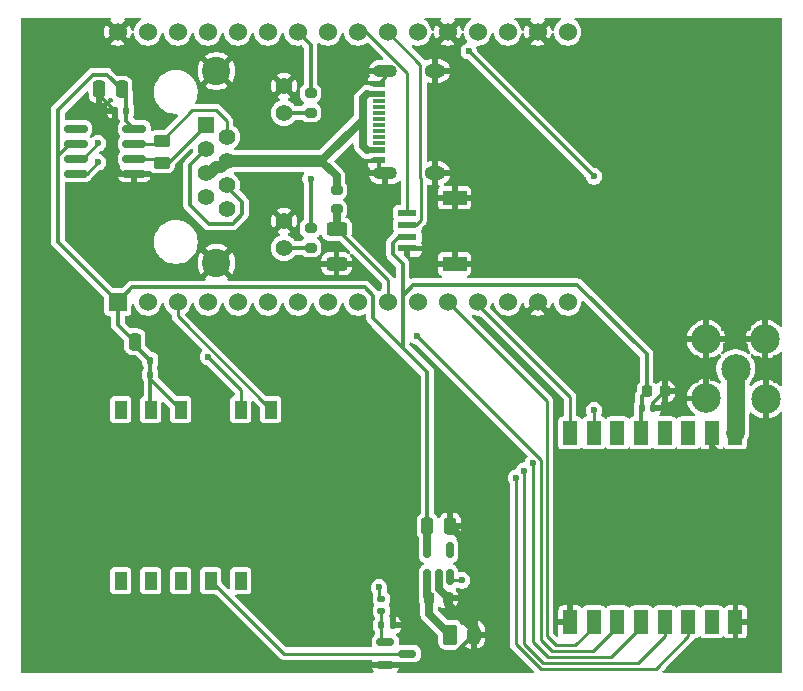
<source format=gbr>
%TF.GenerationSoftware,KiCad,Pcbnew,9.0.7*%
%TF.CreationDate,2026-02-14T09:58:14-05:00*%
%TF.ProjectId,satellite-board,73617465-6c6c-4697-9465-2d626f617264,rev?*%
%TF.SameCoordinates,Original*%
%TF.FileFunction,Copper,L1,Top*%
%TF.FilePolarity,Positive*%
%FSLAX46Y46*%
G04 Gerber Fmt 4.6, Leading zero omitted, Abs format (unit mm)*
G04 Created by KiCad (PCBNEW 9.0.7) date 2026-02-14 09:58:14*
%MOMM*%
%LPD*%
G01*
G04 APERTURE LIST*
G04 Aperture macros list*
%AMRoundRect*
0 Rectangle with rounded corners*
0 $1 Rounding radius*
0 $2 $3 $4 $5 $6 $7 $8 $9 X,Y pos of 4 corners*
0 Add a 4 corners polygon primitive as box body*
4,1,4,$2,$3,$4,$5,$6,$7,$8,$9,$2,$3,0*
0 Add four circle primitives for the rounded corners*
1,1,$1+$1,$2,$3*
1,1,$1+$1,$4,$5*
1,1,$1+$1,$6,$7*
1,1,$1+$1,$8,$9*
0 Add four rect primitives between the rounded corners*
20,1,$1+$1,$2,$3,$4,$5,0*
20,1,$1+$1,$4,$5,$6,$7,0*
20,1,$1+$1,$6,$7,$8,$9,0*
20,1,$1+$1,$8,$9,$2,$3,0*%
G04 Aperture macros list end*
%TA.AperFunction,SMDPad,CuDef*%
%ADD10RoundRect,0.250000X-0.625000X0.312500X-0.625000X-0.312500X0.625000X-0.312500X0.625000X0.312500X0*%
%TD*%
%TA.AperFunction,SMDPad,CuDef*%
%ADD11RoundRect,0.150000X0.150000X-0.512500X0.150000X0.512500X-0.150000X0.512500X-0.150000X-0.512500X0*%
%TD*%
%TA.AperFunction,SMDPad,CuDef*%
%ADD12R,1.000000X1.500000*%
%TD*%
%TA.AperFunction,SMDPad,CuDef*%
%ADD13R,2.250000X1.500000*%
%TD*%
%TA.AperFunction,SMDPad,CuDef*%
%ADD14R,1.000000X1.000000*%
%TD*%
%TA.AperFunction,SMDPad,CuDef*%
%ADD15RoundRect,0.140000X0.140000X0.170000X-0.140000X0.170000X-0.140000X-0.170000X0.140000X-0.170000X0*%
%TD*%
%TA.AperFunction,ComponentPad*%
%ADD16R,1.524000X1.524000*%
%TD*%
%TA.AperFunction,ComponentPad*%
%ADD17C,1.524000*%
%TD*%
%TA.AperFunction,SMDPad,CuDef*%
%ADD18RoundRect,0.140000X-0.140000X-0.170000X0.140000X-0.170000X0.140000X0.170000X-0.140000X0.170000X0*%
%TD*%
%TA.AperFunction,SMDPad,CuDef*%
%ADD19RoundRect,0.250000X0.250000X0.475000X-0.250000X0.475000X-0.250000X-0.475000X0.250000X-0.475000X0*%
%TD*%
%TA.AperFunction,ComponentPad*%
%ADD20C,2.500000*%
%TD*%
%TA.AperFunction,ComponentPad*%
%ADD21RoundRect,0.250000X-0.350000X-0.625000X0.350000X-0.625000X0.350000X0.625000X-0.350000X0.625000X0*%
%TD*%
%TA.AperFunction,ComponentPad*%
%ADD22O,1.200000X1.750000*%
%TD*%
%TA.AperFunction,SMDPad,CuDef*%
%ADD23RoundRect,0.250000X0.450000X-0.262500X0.450000X0.262500X-0.450000X0.262500X-0.450000X-0.262500X0*%
%TD*%
%TA.AperFunction,SMDPad,CuDef*%
%ADD24RoundRect,0.200000X-0.275000X0.200000X-0.275000X-0.200000X0.275000X-0.200000X0.275000X0.200000X0*%
%TD*%
%TA.AperFunction,SMDPad,CuDef*%
%ADD25RoundRect,0.150000X-0.825000X-0.150000X0.825000X-0.150000X0.825000X0.150000X-0.825000X0.150000X0*%
%TD*%
%TA.AperFunction,SMDPad,CuDef*%
%ADD26RoundRect,0.135000X-0.185000X0.135000X-0.185000X-0.135000X0.185000X-0.135000X0.185000X0.135000X0*%
%TD*%
%TA.AperFunction,SMDPad,CuDef*%
%ADD27RoundRect,0.250000X-0.250000X-0.475000X0.250000X-0.475000X0.250000X0.475000X-0.250000X0.475000X0*%
%TD*%
%TA.AperFunction,SMDPad,CuDef*%
%ADD28R,1.600000X0.600000*%
%TD*%
%TA.AperFunction,SMDPad,CuDef*%
%ADD29R,2.000000X1.200000*%
%TD*%
%TA.AperFunction,SMDPad,CuDef*%
%ADD30RoundRect,0.225000X-0.225000X-0.250000X0.225000X-0.250000X0.225000X0.250000X-0.225000X0.250000X0*%
%TD*%
%TA.AperFunction,SMDPad,CuDef*%
%ADD31RoundRect,0.150000X-0.587500X-0.150000X0.587500X-0.150000X0.587500X0.150000X-0.587500X0.150000X0*%
%TD*%
%TA.AperFunction,SMDPad,CuDef*%
%ADD32RoundRect,0.135000X-0.135000X-0.185000X0.135000X-0.185000X0.135000X0.185000X-0.135000X0.185000X0*%
%TD*%
%TA.AperFunction,SMDPad,CuDef*%
%ADD33R,1.200000X2.000000*%
%TD*%
%TA.AperFunction,SMDPad,CuDef*%
%ADD34R,1.100000X0.550000*%
%TD*%
%TA.AperFunction,SMDPad,CuDef*%
%ADD35R,1.100000X0.300000*%
%TD*%
%TA.AperFunction,ComponentPad*%
%ADD36O,2.000000X1.100000*%
%TD*%
%TA.AperFunction,ComponentPad*%
%ADD37O,1.800000X1.200000*%
%TD*%
%TA.AperFunction,ComponentPad*%
%ADD38R,1.408000X1.408000*%
%TD*%
%TA.AperFunction,ComponentPad*%
%ADD39C,1.408000*%
%TD*%
%TA.AperFunction,ComponentPad*%
%ADD40C,2.400000*%
%TD*%
%TA.AperFunction,ViaPad*%
%ADD41C,0.600000*%
%TD*%
%TA.AperFunction,Conductor*%
%ADD42C,0.250000*%
%TD*%
%TA.AperFunction,Conductor*%
%ADD43C,0.350000*%
%TD*%
%TA.AperFunction,Conductor*%
%ADD44C,0.700000*%
%TD*%
%TA.AperFunction,Conductor*%
%ADD45C,1.000000*%
%TD*%
%TA.AperFunction,Conductor*%
%ADD46C,0.500000*%
%TD*%
%TA.AperFunction,Conductor*%
%ADD47C,1.500000*%
%TD*%
G04 APERTURE END LIST*
D10*
%TO.P,R4,1*%
%TO.N,RJ45_SNS*%
X177000000Y-61675000D03*
%TO.P,R4,2*%
%TO.N,GND*%
X177000000Y-64600000D03*
%TD*%
D11*
%TO.P,U2,1,VIN*%
%TO.N,+BATT*%
X184700000Y-91137500D03*
%TO.P,U2,2,GND*%
%TO.N,GND*%
X185650000Y-91137500D03*
%TO.P,U2,3,CE*%
%TO.N,+BATT*%
X186600000Y-91137500D03*
%TO.P,U2,4,NC*%
%TO.N,unconnected-(U2-NC-Pad4)*%
X186600000Y-88862500D03*
%TO.P,U2,5,VOUT*%
%TO.N,+3V3*%
X184700000Y-88862500D03*
%TD*%
D12*
%TO.P,U5,1,RXD*%
%TO.N,GPS_RX*%
X171437500Y-76937500D03*
%TO.P,U5,2,TXD*%
%TO.N,GPS_TX*%
X168897500Y-76937500D03*
%TO.P,U5,3,GND*%
%TO.N,GND*%
X166357500Y-76937500D03*
%TO.P,U5,4,VCC*%
%TO.N,+3V3*%
X163817500Y-76937500D03*
%TO.P,U5,5,V_BCKP*%
X161277500Y-76937500D03*
%TO.P,U5,6,1PPS*%
%TO.N,unconnected-(U5-1PPS-Pad6)*%
X158737500Y-76937500D03*
%TO.P,U5,7,RESERVED*%
%TO.N,unconnected-(U5-RESERVED-Pad7)*%
X158737500Y-91437500D03*
%TO.P,U5,8,AADET_N*%
%TO.N,unconnected-(U5-AADET_N-Pad8)*%
X161277500Y-91437500D03*
%TO.P,U5,9,RESERVED*%
%TO.N,unconnected-(U5-RESERVED-Pad9)*%
X163817500Y-91437500D03*
%TO.P,U5,10,RESET_N*%
%TO.N,Net-(Q1-C)*%
X166357500Y-91437500D03*
%TO.P,U5,11,EX_ANT*%
%TO.N,unconnected-(U5-EX_ANT-Pad11)*%
X168897500Y-91437500D03*
D13*
%TO.P,U5,12,GND*%
%TO.N,GND*%
X172062500Y-91437500D03*
D14*
%TO.P,U5,13,GND*%
X171587500Y-88587500D03*
%TO.P,U5,14,GND*%
X171587500Y-86387500D03*
%TO.P,U5,15,GND*%
X171587500Y-84187500D03*
%TO.P,U5,16,GND*%
X171587500Y-81987500D03*
%TO.P,U5,17,GND*%
X171587500Y-79787500D03*
%TO.P,U5,18,GND*%
X169387500Y-79787500D03*
%TO.P,U5,19,GND*%
X167187500Y-79787500D03*
%TO.P,U5,20,GND*%
X164987500Y-79787500D03*
%TO.P,U5,21,GND*%
X162787500Y-79787500D03*
%TO.P,U5,22,GND*%
X160587500Y-79787500D03*
%TO.P,U5,23,GND*%
X160587500Y-81987500D03*
%TO.P,U5,24,GND*%
X160587500Y-84187500D03*
%TO.P,U5,25,GND*%
X160587500Y-86387500D03*
%TO.P,U5,26,GND*%
X160587500Y-88587500D03*
%TO.P,U5,27,GND*%
X162787500Y-88587500D03*
%TO.P,U5,28,GND*%
X164987500Y-88587500D03*
%TO.P,U5,29,GND*%
X167187500Y-88587500D03*
%TO.P,U5,30,GND*%
X169387500Y-88587500D03*
%TO.P,U5,31,GND*%
X169387500Y-86387500D03*
%TO.P,U5,32,GND*%
X169387500Y-84187500D03*
%TO.P,U5,33,GND*%
X169387500Y-81987500D03*
%TO.P,U5,34,GND*%
X162787500Y-81987500D03*
%TO.P,U5,35,GND*%
X162787500Y-84187500D03*
%TO.P,U5,36,GND*%
X162787500Y-86387500D03*
%TD*%
D15*
%TO.P,C8,1*%
%TO.N,+3V3*%
X159200000Y-51625000D03*
%TO.P,C8,2*%
%TO.N,GND*%
X158240000Y-51625000D03*
%TD*%
D16*
%TO.P,U3,J1_1,ESP_3V3*%
%TO.N,+3V3*%
X158475000Y-67830000D03*
D17*
%TO.P,U3,J1_2,CHIP_PU*%
%TO.N,unconnected-(U3-CHIP_PU-PadJ1_2)*%
X161015000Y-67830000D03*
%TO.P,U3,J1_3,GPIO4*%
%TO.N,GPS_RX*%
X163555000Y-67830000D03*
%TO.P,U3,J1_4,GPIO5*%
%TO.N,GPS_TX*%
X166095000Y-67830000D03*
%TO.P,U3,J1_5,GPIO6*%
%TO.N,SCK*%
X168635000Y-67830000D03*
%TO.P,U3,J1_6,GPIO7*%
%TO.N,MOSI*%
X171175000Y-67830000D03*
%TO.P,U3,J1_7,GPIO0*%
%TO.N,NRESET*%
X173715000Y-67830000D03*
%TO.P,U3,J1_8,GPIO1*%
%TO.N,GPS_RESET*%
X176255000Y-67830000D03*
%TO.P,U3,J1_9,GPIO8*%
%TO.N,unconnected-(U3-GPIO8-PadJ1_9)*%
X178795000Y-67830000D03*
%TO.P,U3,J1_10,GPIO10*%
%TO.N,RJ45_SNS*%
X181335000Y-67830000D03*
%TO.P,U3,J1_11,GPIO11*%
%TO.N,CS_1*%
X183875000Y-67830000D03*
%TO.P,U3,J1_12,GPIO2*%
%TO.N,MISO*%
X186415000Y-67830000D03*
%TO.P,U3,J1_13,GPIO3*%
%TO.N,BUSY*%
X188955000Y-67830000D03*
%TO.P,U3,J1_14,VCC_5V*%
%TO.N,unconnected-(U3-VCC_5V-PadJ1_14)*%
X191495000Y-67830000D03*
%TO.P,U3,J1_15,GND_J1_15*%
%TO.N,GND*%
X194035000Y-67830000D03*
%TO.P,U3,J1_16,NC_J1_16*%
%TO.N,unconnected-(U3-NC_J1_16-PadJ1_16)*%
X196575000Y-67830000D03*
%TO.P,U3,J3_1,GND_J3_1*%
%TO.N,GND*%
X158475000Y-44970000D03*
%TO.P,U3,J3_2,UART_TXD*%
%TO.N,RS_TX*%
X161015000Y-44970000D03*
%TO.P,U3,J3_3,UART_RXD*%
%TO.N,unconnected-(U3-UART_RXD-PadJ3_3)*%
X163555000Y-44970000D03*
%TO.P,U3,J3_4,GPIO15*%
%TO.N,unconnected-(U3-GPIO15-PadJ3_4)*%
X166095000Y-44970000D03*
%TO.P,U3,J3_5,GPIO23*%
%TO.N,RS_EN*%
X168635000Y-44970000D03*
%TO.P,U3,J3_6,GPIO22*%
%TO.N,LED_YLW*%
X171175000Y-44970000D03*
%TO.P,U3,J3_7,GPIO21*%
%TO.N,LED_GRN*%
X173715000Y-44970000D03*
%TO.P,U3,J3_8,GPIO20*%
%TO.N,DIO1*%
X176255000Y-44970000D03*
%TO.P,U3,J3_9,GPIO19*%
%TO.N,SCL*%
X178795000Y-44970000D03*
%TO.P,U3,J3_10,GPIO18*%
%TO.N,SDA*%
X181335000Y-44970000D03*
%TO.P,U3,J3_11,GPIO9*%
%TO.N,unconnected-(U3-GPIO9-PadJ3_11)*%
X183875000Y-44970000D03*
%TO.P,U3,J3_12,GND_J3_12*%
%TO.N,GND*%
X186415000Y-44970000D03*
%TO.P,U3,J3_13,GPIO13*%
%TO.N,unconnected-(U3-GPIO13-PadJ3_13)*%
X188955000Y-44970000D03*
%TO.P,U3,J3_14,GPIO12*%
%TO.N,unconnected-(U3-GPIO12-PadJ3_14)*%
X191495000Y-44970000D03*
%TO.P,U3,J3_15,GND_J3_15*%
%TO.N,GND*%
X194035000Y-44970000D03*
%TO.P,U3,J3_16,NC_J3_16*%
%TO.N,unconnected-(U3-NC_J3_16-PadJ3_16)*%
X196575000Y-44970000D03*
%TD*%
D18*
%TO.P,C5,1*%
%TO.N,+3V3*%
X161240000Y-74000000D03*
%TO.P,C5,2*%
%TO.N,GND*%
X162200000Y-74000000D03*
%TD*%
D19*
%TO.P,C9,1*%
%TO.N,+3V3*%
X158800000Y-49825000D03*
%TO.P,C9,2*%
%TO.N,GND*%
X156900000Y-49825000D03*
%TD*%
D20*
%TO.P,U6,1,1*%
%TO.N,GND*%
X213300000Y-71000000D03*
%TO.P,U6,2,2*%
X213340000Y-76040000D03*
%TO.P,U6,3,3*%
X208300000Y-76000000D03*
%TO.P,U6,4,4*%
X208300000Y-71000000D03*
%TO.P,U6,5,5*%
%TO.N,Net-(U1-ANT)*%
X210800000Y-73500000D03*
%TD*%
D21*
%TO.P,J2,1,1*%
%TO.N,+BATT*%
X186600000Y-96000000D03*
D22*
%TO.P,J2,2,2*%
%TO.N,GND*%
X188600000Y-96000000D03*
%TD*%
D23*
%TO.P,R5,1*%
%TO.N,RS_A*%
X162200000Y-56025000D03*
%TO.P,R5,2*%
%TO.N,RS_B*%
X162200000Y-54200000D03*
%TD*%
D24*
%TO.P,R3,1*%
%TO.N,VBUS*%
X177000000Y-58350000D03*
%TO.P,R3,2*%
%TO.N,RJ45_SNS*%
X177000000Y-60000000D03*
%TD*%
D25*
%TO.P,U4,1,RO*%
%TO.N,unconnected-(U4-RO-Pad1)*%
X154925000Y-53155000D03*
%TO.P,U4,2,~{RE}*%
%TO.N,+3V3*%
X154925000Y-54425000D03*
%TO.P,U4,3,DE*%
%TO.N,RS_EN*%
X154925000Y-55695000D03*
%TO.P,U4,4,DI*%
%TO.N,RS_TX*%
X154925000Y-56965000D03*
%TO.P,U4,5,GND*%
%TO.N,GND*%
X159875000Y-56965000D03*
%TO.P,U4,6,A*%
%TO.N,RS_A*%
X159875000Y-55695000D03*
%TO.P,U4,7,B*%
%TO.N,RS_B*%
X159875000Y-54425000D03*
%TO.P,U4,8,VCC*%
%TO.N,+3V3*%
X159875000Y-53155000D03*
%TD*%
D26*
%TO.P,R7,1*%
%TO.N,GPS_RESET*%
X180800000Y-92980000D03*
%TO.P,R7,2*%
%TO.N,Net-(Q1-B)*%
X180800000Y-94000000D03*
%TD*%
D18*
%TO.P,C4,1*%
%TO.N,+3V3*%
X202840000Y-76800000D03*
%TO.P,C4,2*%
%TO.N,GND*%
X203800000Y-76800000D03*
%TD*%
D27*
%TO.P,C7,1*%
%TO.N,+3V3*%
X159900000Y-71200000D03*
%TO.P,C7,2*%
%TO.N,GND*%
X161800000Y-71200000D03*
%TD*%
D28*
%TO.P,CN1,1,1*%
%TO.N,GND*%
X183000000Y-63300000D03*
%TO.P,CN1,2,2*%
%TO.N,+3V3*%
X183000000Y-62300000D03*
%TO.P,CN1,3,3*%
%TO.N,SDA*%
X183000000Y-61300000D03*
%TO.P,CN1,4,4*%
%TO.N,SCL*%
X183000000Y-60300000D03*
D29*
%TO.P,CN1,5,5*%
%TO.N,GND*%
X187000000Y-59000000D03*
%TO.P,CN1,6,6*%
X187000000Y-64600000D03*
%TD*%
D30*
%TO.P,C2,1*%
%TO.N,+BATT*%
X184850000Y-92900000D03*
%TO.P,C2,2*%
%TO.N,GND*%
X186400000Y-92900000D03*
%TD*%
D18*
%TO.P,C6,1*%
%TO.N,+3V3*%
X161240000Y-72800000D03*
%TO.P,C6,2*%
%TO.N,GND*%
X162200000Y-72800000D03*
%TD*%
D24*
%TO.P,R2,1*%
%TO.N,LED_YLW*%
X174800000Y-61600000D03*
%TO.P,R2,2*%
%TO.N,Net-(J1-Pad12)*%
X174800000Y-63250000D03*
%TD*%
D27*
%TO.P,C1,1*%
%TO.N,+3V3*%
X184700000Y-86800000D03*
%TO.P,C1,2*%
%TO.N,GND*%
X186600000Y-86800000D03*
%TD*%
D31*
%TO.P,Q1,1,B*%
%TO.N,Net-(Q1-B)*%
X181125000Y-96650000D03*
%TO.P,Q1,2,E*%
%TO.N,GND*%
X181125000Y-98550000D03*
%TO.P,Q1,3,C*%
%TO.N,Net-(Q1-C)*%
X183000000Y-97600000D03*
%TD*%
D32*
%TO.P,R6,1*%
%TO.N,Net-(Q1-B)*%
X180780000Y-95200000D03*
%TO.P,R6,2*%
%TO.N,GND*%
X181800000Y-95200000D03*
%TD*%
D30*
%TO.P,C3,1*%
%TO.N,+3V3*%
X203250000Y-75400000D03*
%TO.P,C3,2*%
%TO.N,GND*%
X204800000Y-75400000D03*
%TD*%
D24*
%TO.P,R1,1*%
%TO.N,LED_GRN*%
X174800000Y-50150000D03*
%TO.P,R1,2*%
%TO.N,Net-(J1-Pad10)*%
X174800000Y-51800000D03*
%TD*%
D33*
%TO.P,U1,1,GND*%
%TO.N,GND*%
X196777716Y-94920000D03*
%TO.P,U1,2,MISO*%
%TO.N,MISO*%
X198777716Y-94920000D03*
%TO.P,U1,3,MOSI*%
%TO.N,MOSI*%
X200777716Y-94920000D03*
%TO.P,U1,4,SCK*%
%TO.N,SCK*%
X202777716Y-94920000D03*
%TO.P,U1,5,NSS*%
%TO.N,CS_1*%
X204777716Y-94920000D03*
%TO.P,U1,6,NRESET*%
%TO.N,NRESET*%
X206777716Y-94920000D03*
%TO.P,U1,7,NC*%
%TO.N,unconnected-(U1-NC-Pad7)*%
X208777716Y-94920000D03*
%TO.P,U1,8,GND*%
%TO.N,GND*%
X210777716Y-94920000D03*
%TO.P,U1,9,ANT*%
%TO.N,Net-(U1-ANT)*%
X210777716Y-78920000D03*
%TO.P,U1,10,GND*%
%TO.N,GND*%
X208777716Y-78920000D03*
%TO.P,U1,11,DIO3*%
%TO.N,unconnected-(U1-DIO3-Pad11)*%
X206777716Y-78920000D03*
%TO.P,U1,12,NC*%
%TO.N,unconnected-(U1-NC-Pad12)*%
X204777716Y-78920000D03*
%TO.P,U1,13,VCC*%
%TO.N,+3V3*%
X202777716Y-78920000D03*
%TO.P,U1,14,NC*%
%TO.N,unconnected-(U1-NC-Pad14)*%
X200777716Y-78920000D03*
%TO.P,U1,15,DIO1*%
%TO.N,DIO1*%
X198777716Y-78920000D03*
%TO.P,U1,16,BUSY*%
%TO.N,BUSY*%
X196777716Y-78920000D03*
%TD*%
D34*
%TO.P,USB1,1,GND*%
%TO.N,GND*%
X180574250Y-55800000D03*
%TO.P,USB1,2,VBUS*%
%TO.N,VBUS*%
X180574250Y-55000000D03*
D35*
%TO.P,USB1,3,SBU2*%
%TO.N,unconnected-(USB1-SBU2-Pad3)*%
X180574250Y-54350000D03*
%TO.P,USB1,4,CC1*%
%TO.N,unconnected-(USB1-CC1-Pad4)*%
X180574250Y-53850000D03*
%TO.P,USB1,5,DN2*%
%TO.N,unconnected-(USB1-DN2-Pad5)*%
X180574250Y-53350000D03*
%TO.P,USB1,6,DP1*%
%TO.N,unconnected-(USB1-DP1-Pad6)*%
X180574250Y-52850000D03*
%TO.P,USB1,7,DN1*%
%TO.N,unconnected-(USB1-DN1-Pad7)*%
X180574250Y-52350000D03*
%TO.P,USB1,8,DP2*%
%TO.N,unconnected-(USB1-DP2-Pad8)*%
X180574250Y-51850000D03*
%TO.P,USB1,9,SBU1*%
%TO.N,unconnected-(USB1-SBU1-Pad9)*%
X180574250Y-51350000D03*
%TO.P,USB1,10,CC2*%
%TO.N,unconnected-(USB1-CC2-Pad10)*%
X180574250Y-50850000D03*
D34*
%TO.P,USB1,11,VBUS*%
%TO.N,VBUS*%
X180574250Y-50200000D03*
%TO.P,USB1,12,GND*%
%TO.N,GND*%
X180574250Y-49400000D03*
D36*
%TO.P,USB1,13,SHELL*%
X181124250Y-56925000D03*
D37*
X185324250Y-56925000D03*
D36*
%TO.P,USB1,14,SHELL*%
X181124250Y-48275000D03*
D37*
X185324250Y-48275000D03*
%TD*%
D38*
%TO.P,J1,1,1*%
%TO.N,RS_A*%
X165940000Y-52830000D03*
D39*
%TO.P,J1,2,2*%
%TO.N,RS_B*%
X167720000Y-53850000D03*
%TO.P,J1,3,3*%
%TO.N,Net-(J1-Pad3)*%
X165940000Y-54870000D03*
%TO.P,J1,4,4*%
%TO.N,VBUS*%
X167720000Y-55890000D03*
%TO.P,J1,5,5*%
X165940000Y-56910000D03*
%TO.P,J1,6,6*%
%TO.N,Net-(J1-Pad3)*%
X167720000Y-57930000D03*
%TO.P,J1,7,7*%
%TO.N,GND*%
X165940000Y-58950000D03*
%TO.P,J1,8,8*%
X167720000Y-59970000D03*
%TO.P,J1,9*%
X172540000Y-49540000D03*
%TO.P,J1,10*%
%TO.N,Net-(J1-Pad10)*%
X172540000Y-51830000D03*
%TO.P,J1,11*%
%TO.N,GND*%
X172540000Y-60970000D03*
%TO.P,J1,12*%
%TO.N,Net-(J1-Pad12)*%
X172540000Y-63260000D03*
D40*
%TO.P,J1,SH1,SHIELD*%
%TO.N,GND*%
X166830000Y-64525000D03*
%TO.P,J1,SH2,SHIELD__1*%
X166830000Y-48275000D03*
%TD*%
D41*
%TO.N,GND*%
X166000000Y-93000000D03*
X210000000Y-87500000D03*
X200000000Y-90000000D03*
X205000000Y-82500000D03*
X208200000Y-73600000D03*
X210800000Y-69800000D03*
X159000000Y-90000000D03*
X162000000Y-93000000D03*
X157000000Y-92000000D03*
X157000000Y-90000000D03*
X208912076Y-74304309D03*
X157000000Y-84000000D03*
X173000000Y-78000000D03*
X164000000Y-85200000D03*
X164000000Y-87400000D03*
X160000000Y-93000000D03*
X205000000Y-87500000D03*
X200000000Y-87500000D03*
X158000000Y-89000000D03*
X168200000Y-83000000D03*
X166200000Y-89400000D03*
X166200000Y-78800000D03*
X164000000Y-89400000D03*
X214400000Y-77800000D03*
X173000000Y-88000000D03*
X166200000Y-87400000D03*
X159000000Y-82000000D03*
X168200000Y-81000000D03*
X156000000Y-77000000D03*
X173000000Y-82000000D03*
X210800000Y-70800000D03*
X156000000Y-79000000D03*
X174000000Y-93000000D03*
X170400000Y-85200000D03*
X197500000Y-87500000D03*
X210600000Y-80600000D03*
X174000000Y-87000000D03*
X159000000Y-88000000D03*
X159000000Y-80000000D03*
X168200000Y-85200000D03*
X160000000Y-75000000D03*
X202500000Y-90000000D03*
X212400000Y-81400000D03*
X200000000Y-82500000D03*
X170000000Y-93000000D03*
X158000000Y-87000000D03*
X202500000Y-82500000D03*
X156000000Y-93000000D03*
X164000000Y-83000000D03*
X156000000Y-91000000D03*
X168200000Y-87400000D03*
X205000000Y-90000000D03*
X212659482Y-72673275D03*
X210000000Y-92500000D03*
X161800000Y-81000000D03*
X197500000Y-90000000D03*
X173000000Y-80000000D03*
X157000000Y-78000000D03*
X161800000Y-87400000D03*
X174000000Y-85000000D03*
X156000000Y-81000000D03*
X168200000Y-89400000D03*
X213400000Y-77800000D03*
X157000000Y-80000000D03*
X212400000Y-77800000D03*
X211800000Y-70000000D03*
X156000000Y-75000000D03*
X174000000Y-79000000D03*
X166100000Y-81000000D03*
X161800000Y-85200000D03*
X170400000Y-83000000D03*
X161800000Y-83000000D03*
X200000000Y-92500000D03*
X214000000Y-78600000D03*
X174000000Y-77000000D03*
X170400000Y-89400000D03*
X158000000Y-93000000D03*
X159000000Y-84000000D03*
X210000000Y-90000000D03*
X172000000Y-75000000D03*
X170400000Y-78800000D03*
X158000000Y-83000000D03*
X158000000Y-75000000D03*
X170400000Y-81000000D03*
X156000000Y-87000000D03*
X212659482Y-74273275D03*
X174000000Y-83000000D03*
X207500000Y-85000000D03*
X202500000Y-87500000D03*
X205000000Y-92500000D03*
X205000000Y-85000000D03*
X174000000Y-75000000D03*
X197500000Y-92500000D03*
X157000000Y-86000000D03*
X173000000Y-90000000D03*
X158000000Y-79000000D03*
X161800000Y-78800000D03*
X159000000Y-86000000D03*
X208912076Y-72704309D03*
X156000000Y-85000000D03*
X209400000Y-80600000D03*
X210000000Y-71600000D03*
X207500000Y-92500000D03*
X207500000Y-82500000D03*
X213400000Y-79400000D03*
X170400000Y-87400000D03*
X207400000Y-72600000D03*
X211200000Y-81400000D03*
X202500000Y-85000000D03*
X172000000Y-93000000D03*
X214200000Y-74473275D03*
X211800000Y-80600000D03*
X197500000Y-82500000D03*
X161800000Y-89400000D03*
X157000000Y-82000000D03*
X214188789Y-72543963D03*
X202500000Y-92500000D03*
X207500000Y-90000000D03*
X213400000Y-73473275D03*
X209800000Y-70000000D03*
X213400000Y-81000000D03*
X207400000Y-74400000D03*
X157000000Y-88000000D03*
X158000000Y-81000000D03*
X166000000Y-75000000D03*
X214000000Y-80200000D03*
X164000000Y-93000000D03*
X156000000Y-89000000D03*
X174000000Y-81000000D03*
X197500000Y-85000000D03*
X168200000Y-78800000D03*
X214400000Y-79400000D03*
X174000000Y-91000000D03*
X212400000Y-79400000D03*
X207500000Y-87500000D03*
X158000000Y-85000000D03*
X174000000Y-89000000D03*
X207112076Y-73504309D03*
X212800000Y-80200000D03*
X212800000Y-78600000D03*
X173000000Y-76000000D03*
X173000000Y-84000000D03*
X211600000Y-71600000D03*
X157000000Y-76000000D03*
X164000000Y-75000000D03*
X200000000Y-85000000D03*
X164000000Y-81000000D03*
X156000000Y-83000000D03*
X210000000Y-85000000D03*
X173000000Y-86000000D03*
X164000000Y-78800000D03*
X210000000Y-82500000D03*
%TO.N,+BATT*%
X187600000Y-91400000D03*
%TO.N,GPS_RESET*%
X180600000Y-92000000D03*
%TO.N,LED_YLW*%
X174800000Y-57400000D03*
%TO.N,NRESET*%
X192200000Y-82700000D03*
%TO.N,SCK*%
X193600000Y-81500000D03*
%TO.N,MOSI*%
X183850000Y-70750000D03*
%TO.N,CS_1*%
X192900000Y-82100000D03*
%TO.N,DIO1*%
X198800000Y-77000000D03*
X198800000Y-57200000D03*
X188200000Y-46600000D03*
%TO.N,GPS_TX*%
X166108058Y-72491942D03*
%TO.N,RS_EN*%
X156800000Y-54400000D03*
%TO.N,RS_TX*%
X156800000Y-56000000D03*
%TD*%
D42*
%TO.N,Net-(J1-Pad3)*%
X167720000Y-57930000D02*
X167720000Y-58120000D01*
D43*
X167720000Y-58120000D02*
X169000000Y-59400000D01*
X164600000Y-59600000D02*
X164600000Y-56210000D01*
X164600000Y-56210000D02*
X165940000Y-54870000D01*
X169000000Y-60400000D02*
X168200000Y-61200000D01*
X169000000Y-59400000D02*
X169000000Y-60400000D01*
X168200000Y-61200000D02*
X166200000Y-61200000D01*
X166200000Y-61200000D02*
X164600000Y-59600000D01*
%TO.N,GND*%
X181124250Y-48275000D02*
X181124250Y-48850000D01*
X181124250Y-48850000D02*
X180574250Y-49400000D01*
X180574250Y-55800000D02*
X180574250Y-56375000D01*
X180574250Y-56375000D02*
X181124250Y-56925000D01*
X208777716Y-78920000D02*
X208777716Y-79977716D01*
X208777716Y-79977716D02*
X209400000Y-80600000D01*
X203800000Y-76800000D02*
X203800000Y-76400000D01*
X203800000Y-76400000D02*
X204800000Y-75400000D01*
%TO.N,+3V3*%
X203250000Y-75400000D02*
X202840000Y-75810000D01*
X161240000Y-76900000D02*
X161277500Y-76937500D01*
X203250000Y-75400000D02*
X203250000Y-72250000D01*
X181766761Y-63766761D02*
X182600000Y-64600000D01*
X158475000Y-67830000D02*
X159705000Y-66600000D01*
X157575000Y-48600000D02*
X156400000Y-48600000D01*
X181766761Y-62833239D02*
X181766761Y-63766761D01*
D44*
X184700000Y-88862500D02*
X184700000Y-86800000D01*
D43*
X202777716Y-76862284D02*
X202840000Y-76800000D01*
X159900000Y-71200000D02*
X159900000Y-71460000D01*
X159900000Y-71460000D02*
X161240000Y-72800000D01*
X202777716Y-78920000D02*
X202777716Y-76862284D01*
X161240000Y-72800000D02*
X161240000Y-74000000D01*
X202840000Y-75810000D02*
X202840000Y-76800000D01*
X182600000Y-66200000D02*
X182600000Y-71700000D01*
X197400000Y-66400000D02*
X183500000Y-66400000D01*
X180100000Y-67300000D02*
X180100000Y-69200000D01*
X180100000Y-69200000D02*
X182600000Y-71700000D01*
X158800000Y-49825000D02*
X159200000Y-50225000D01*
D42*
X154950000Y-54400000D02*
X154925000Y-54425000D01*
D43*
X159200000Y-50225000D02*
X159200000Y-51625000D01*
X159200000Y-51625000D02*
X159200000Y-52480000D01*
X159200000Y-52480000D02*
X159875000Y-53155000D01*
X179400000Y-66600000D02*
X180100000Y-67300000D01*
X158800000Y-49825000D02*
X157575000Y-48600000D01*
X153400000Y-51600000D02*
X153400000Y-55567678D01*
D42*
X154925000Y-54425000D02*
X154375000Y-54425000D01*
D43*
X182300000Y-62300000D02*
X181766761Y-62833239D01*
X158475000Y-67830000D02*
X158475000Y-69775000D01*
D42*
X153400000Y-55400000D02*
X153400000Y-55567678D01*
D43*
X153400000Y-62755000D02*
X158475000Y-67830000D01*
D42*
X154375000Y-54425000D02*
X153400000Y-55400000D01*
D43*
X182600000Y-64600000D02*
X182600000Y-66200000D01*
X156400000Y-48600000D02*
X153400000Y-51600000D01*
X182600000Y-71700000D02*
X184700000Y-73800000D01*
X159705000Y-66600000D02*
X179400000Y-66600000D01*
X183500000Y-66400000D02*
X182600000Y-67300000D01*
X158475000Y-69775000D02*
X159900000Y-71200000D01*
X161240000Y-74000000D02*
X161240000Y-74360000D01*
X203250000Y-72250000D02*
X197400000Y-66400000D01*
X153400000Y-55567678D02*
X153400000Y-62755000D01*
X183000000Y-62300000D02*
X182300000Y-62300000D01*
X161240000Y-74000000D02*
X161240000Y-76900000D01*
X161240000Y-74360000D02*
X163817500Y-76937500D01*
X184700000Y-73800000D02*
X184700000Y-86800000D01*
D44*
%TO.N,GND*%
X188600000Y-88800000D02*
X188600000Y-96000000D01*
D42*
X182700000Y-95200000D02*
X186050000Y-98550000D01*
D44*
X188600000Y-95600000D02*
X188600000Y-96000000D01*
D43*
X186050000Y-98550000D02*
X188600000Y-96000000D01*
D44*
X185650000Y-91137500D02*
X185650000Y-92121336D01*
D43*
X156900000Y-50285000D02*
X158240000Y-51625000D01*
D44*
X186600000Y-86800000D02*
X188600000Y-88800000D01*
D43*
X158240000Y-51625000D02*
X158240000Y-56304999D01*
D44*
X186400000Y-92871336D02*
X186400000Y-92900000D01*
D43*
X156900000Y-49825000D02*
X156900000Y-50285000D01*
D44*
X186400000Y-92900000D02*
X186400000Y-93400000D01*
D43*
X186050000Y-98550000D02*
X181125000Y-98550000D01*
D44*
X186400000Y-93400000D02*
X188600000Y-95600000D01*
X185650000Y-92121336D02*
X186400000Y-92871336D01*
D43*
X158900001Y-56965000D02*
X159875000Y-56965000D01*
D42*
X181800000Y-95200000D02*
X182700000Y-95200000D01*
D43*
X158240000Y-56304999D02*
X158900001Y-56965000D01*
D44*
%TO.N,+BATT*%
X184850000Y-92900000D02*
X184850000Y-94250000D01*
X184700000Y-92750000D02*
X184850000Y-92900000D01*
X184850000Y-94250000D02*
X186600000Y-96000000D01*
D42*
X187600000Y-91400000D02*
X186862500Y-91400000D01*
X186862500Y-91400000D02*
X186600000Y-91137500D01*
D44*
X184700000Y-91137500D02*
X184700000Y-92750000D01*
D42*
%TO.N,SCL*%
X179508101Y-44970000D02*
X183000000Y-48461899D01*
X183000000Y-48461899D02*
X183000000Y-60300000D01*
X178795000Y-44970000D02*
X179508101Y-44970000D01*
%TO.N,SDA*%
X181335000Y-44970000D02*
X184098250Y-47733250D01*
X184098250Y-47733250D02*
X184098250Y-57308562D01*
X184098250Y-57308562D02*
X184126000Y-57336312D01*
X183700000Y-61300000D02*
X183000000Y-61300000D01*
X184126000Y-57336312D02*
X184126000Y-60874000D01*
X184126000Y-60874000D02*
X183700000Y-61300000D01*
%TO.N,RS_B*%
X159875000Y-54425000D02*
X161975000Y-54425000D01*
X167720000Y-52550000D02*
X167720000Y-53850000D01*
X162200000Y-54200000D02*
X164800000Y-51600000D01*
X166770000Y-51600000D02*
X167720000Y-52550000D01*
X164800000Y-51600000D02*
X166770000Y-51600000D01*
X161975000Y-54425000D02*
X162200000Y-54200000D01*
D43*
%TO.N,Net-(J1-Pad10)*%
X174770000Y-51830000D02*
X174800000Y-51800000D01*
X172540000Y-51830000D02*
X174770000Y-51830000D01*
%TO.N,Net-(J1-Pad12)*%
X174790000Y-63260000D02*
X174800000Y-63250000D01*
X172540000Y-63260000D02*
X174790000Y-63260000D01*
D42*
%TO.N,RS_A*%
X162200000Y-56025000D02*
X162745000Y-56025000D01*
X159875000Y-55695000D02*
X161870000Y-55695000D01*
X162745000Y-56025000D02*
X165940000Y-52830000D01*
X161870000Y-55695000D02*
X162200000Y-56025000D01*
D44*
%TO.N,VBUS*%
X179200000Y-54600000D02*
X179600000Y-55000000D01*
D45*
X166290000Y-56910000D02*
X166800000Y-56400000D01*
D44*
X179200000Y-50600000D02*
X179200000Y-52400000D01*
X179600000Y-50200000D02*
X179200000Y-50600000D01*
X175710000Y-55890000D02*
X179200000Y-52400000D01*
D45*
X167210000Y-56400000D02*
X167720000Y-55890000D01*
X166800000Y-56400000D02*
X167210000Y-56400000D01*
D44*
X179200000Y-52400000D02*
X179200000Y-54600000D01*
X177000000Y-57180000D02*
X175710000Y-55890000D01*
D46*
X180574250Y-50200000D02*
X179600000Y-50200000D01*
X179600000Y-55000000D02*
X180574250Y-55000000D01*
D45*
X167720000Y-55890000D02*
X175710000Y-55890000D01*
D44*
X177000000Y-58350000D02*
X177000000Y-57180000D01*
D45*
X165940000Y-56910000D02*
X166290000Y-56910000D01*
D42*
%TO.N,GPS_RESET*%
X180600000Y-92000000D02*
X180600000Y-92780000D01*
X180600000Y-92780000D02*
X180800000Y-92980000D01*
D43*
%TO.N,LED_GRN*%
X174800000Y-50150000D02*
X174800000Y-46055000D01*
X174800000Y-46055000D02*
X173715000Y-44970000D01*
%TO.N,LED_YLW*%
X174800000Y-61600000D02*
X174800000Y-57400000D01*
D42*
%TO.N,RJ45_SNS*%
X181335000Y-66010000D02*
X177000000Y-61675000D01*
X181335000Y-67830000D02*
X181335000Y-66010000D01*
D44*
X177000000Y-60000000D02*
X177000000Y-61675000D01*
D42*
%TO.N,BUSY*%
X196777716Y-75877716D02*
X196777716Y-78920000D01*
X188955000Y-67830000D02*
X188955000Y-68055000D01*
X188955000Y-68055000D02*
X196777716Y-75877716D01*
%TO.N,NRESET*%
X194300000Y-98900000D02*
X204024000Y-98900000D01*
X192200000Y-82700000D02*
X192200000Y-96800000D01*
X204024000Y-98900000D02*
X206777716Y-96146284D01*
X192200000Y-96800000D02*
X194300000Y-98900000D01*
X206777716Y-96146284D02*
X206777716Y-94920000D01*
%TO.N,SCK*%
X193600000Y-81500000D02*
X193600000Y-96600000D01*
X202777716Y-95320000D02*
X202777716Y-94920000D01*
X194900000Y-97900000D02*
X200197716Y-97900000D01*
X193600000Y-96600000D02*
X194900000Y-97900000D01*
X200197716Y-97900000D02*
X202777716Y-95320000D01*
D47*
%TO.N,Net-(U1-ANT)*%
X210800000Y-78897716D02*
X210777716Y-78920000D01*
X210800000Y-73500000D02*
X210800000Y-78897716D01*
D42*
%TO.N,MISO*%
X194800000Y-76215000D02*
X186415000Y-67830000D01*
X195600000Y-96900000D02*
X194800000Y-96100000D01*
X197197716Y-96900000D02*
X195600000Y-96900000D01*
X198777716Y-94920000D02*
X198777716Y-95320000D01*
X198777716Y-95320000D02*
X197197716Y-96900000D01*
X194800000Y-96100000D02*
X194800000Y-76215000D01*
%TO.N,MOSI*%
X194300000Y-81200000D02*
X194300000Y-96462190D01*
X195237810Y-97400000D02*
X198697716Y-97400000D01*
X194300000Y-96462190D02*
X195237810Y-97400000D01*
X200777716Y-95320000D02*
X200777716Y-94920000D01*
X183850000Y-70750000D02*
X194300000Y-81200000D01*
X198697716Y-97400000D02*
X200777716Y-95320000D01*
%TO.N,CS_1*%
X192900000Y-96781095D02*
X194518905Y-98400000D01*
X192900000Y-82100000D02*
X192900000Y-96781095D01*
X194518905Y-98400000D02*
X202524000Y-98400000D01*
X202524000Y-98400000D02*
X204777716Y-96146284D01*
X204777716Y-96146284D02*
X204777716Y-94920000D01*
%TO.N,DIO1*%
X198800000Y-57200000D02*
X188200000Y-46600000D01*
X198800000Y-78897716D02*
X198777716Y-78920000D01*
X198800000Y-77000000D02*
X198800000Y-78897716D01*
%TO.N,GPS_RX*%
X163555000Y-67830000D02*
X163555000Y-69055000D01*
X163555000Y-69055000D02*
X171437500Y-76937500D01*
%TO.N,GPS_TX*%
X166108058Y-72491942D02*
X168897500Y-75281384D01*
X168897500Y-75281384D02*
X168897500Y-76937500D01*
%TO.N,RS_EN*%
X155505000Y-55695000D02*
X156800000Y-54400000D01*
X154925000Y-55695000D02*
X155505000Y-55695000D01*
%TO.N,RS_TX*%
X155835000Y-56965000D02*
X156800000Y-56000000D01*
X154925000Y-56965000D02*
X155835000Y-56965000D01*
%TO.N,Net-(Q1-B)*%
X180780000Y-96305000D02*
X181125000Y-96650000D01*
X180780000Y-95200000D02*
X180780000Y-96305000D01*
X180800000Y-95180000D02*
X180780000Y-95200000D01*
X180800000Y-94000000D02*
X180800000Y-95180000D01*
%TO.N,Net-(Q1-C)*%
X166357500Y-91437500D02*
X172520000Y-97600000D01*
X172520000Y-97600000D02*
X183000000Y-97600000D01*
%TD*%
%TA.AperFunction,Conductor*%
%TO.N,GND*%
G36*
X180053580Y-98972097D02*
G01*
X180113092Y-99050575D01*
X180137915Y-99115886D01*
X180123487Y-99184250D01*
X180074389Y-99233961D01*
X180014288Y-99249500D01*
X180000000Y-99249500D01*
X180000000Y-98836227D01*
X180053580Y-98972097D01*
G37*
%TD.AperFunction*%
%TA.AperFunction,Conductor*%
G36*
X184088181Y-74002061D02*
G01*
X184121666Y-74063384D01*
X184124500Y-74089742D01*
X184124500Y-85691028D01*
X184104815Y-85758067D01*
X184063622Y-85797759D01*
X184048140Y-85806914D01*
X184048129Y-85806923D01*
X183931923Y-85923129D01*
X183931917Y-85923137D01*
X183848255Y-86064603D01*
X183848254Y-86064606D01*
X183802402Y-86222426D01*
X183802401Y-86222432D01*
X183799500Y-86259298D01*
X183799500Y-87340701D01*
X183802401Y-87377567D01*
X183802402Y-87377573D01*
X183848254Y-87535393D01*
X183848255Y-87535396D01*
X183932232Y-87677394D01*
X183949500Y-87740515D01*
X183949500Y-88936418D01*
X183949500Y-88936420D01*
X183949499Y-88936420D01*
X183978340Y-89081407D01*
X183978343Y-89081417D01*
X183990061Y-89109706D01*
X183999500Y-89157158D01*
X183999500Y-89418102D01*
X184004677Y-89461216D01*
X184010122Y-89506561D01*
X184010122Y-89506563D01*
X184010123Y-89506564D01*
X184019414Y-89530124D01*
X184065639Y-89647343D01*
X184157077Y-89767922D01*
X184277658Y-89859361D01*
X184277660Y-89859362D01*
X184341774Y-89884646D01*
X184396918Y-89927551D01*
X184420111Y-89993459D01*
X184403990Y-90061444D01*
X184353673Y-90109920D01*
X184341774Y-90115354D01*
X184277660Y-90140637D01*
X184277658Y-90140638D01*
X184157077Y-90232077D01*
X184065639Y-90352656D01*
X184010122Y-90493438D01*
X184004188Y-90542853D01*
X183999500Y-90581898D01*
X183999500Y-90581903D01*
X183999500Y-90842842D01*
X183990062Y-90890293D01*
X183978341Y-90918590D01*
X183978340Y-90918593D01*
X183949500Y-91063579D01*
X183949500Y-91063582D01*
X183949500Y-92823918D01*
X183949500Y-92823920D01*
X183949499Y-92823920D01*
X183978340Y-92968906D01*
X183978342Y-92968914D01*
X183990061Y-92997205D01*
X183999500Y-93044656D01*
X183999500Y-93213150D01*
X183999501Y-93213176D01*
X184002290Y-93248624D01*
X184040436Y-93379922D01*
X184046382Y-93400390D01*
X184082232Y-93461010D01*
X184099500Y-93524129D01*
X184099500Y-94323918D01*
X184099500Y-94323920D01*
X184099499Y-94323920D01*
X184128340Y-94468907D01*
X184128343Y-94468917D01*
X184184912Y-94605488D01*
X184184916Y-94605495D01*
X184203148Y-94632781D01*
X184203149Y-94632784D01*
X184203150Y-94632784D01*
X184266370Y-94727402D01*
X184267051Y-94728420D01*
X184267052Y-94728421D01*
X185563181Y-96024549D01*
X185596666Y-96085872D01*
X185599500Y-96112230D01*
X185599500Y-96690701D01*
X185602401Y-96727567D01*
X185602402Y-96727573D01*
X185648254Y-96885393D01*
X185648255Y-96885396D01*
X185731917Y-97026862D01*
X185731923Y-97026870D01*
X185848129Y-97143076D01*
X185848133Y-97143079D01*
X185848135Y-97143081D01*
X185989602Y-97226744D01*
X186010629Y-97232853D01*
X186147426Y-97272597D01*
X186147429Y-97272597D01*
X186147431Y-97272598D01*
X186184306Y-97275500D01*
X186184314Y-97275500D01*
X187015686Y-97275500D01*
X187015694Y-97275500D01*
X187052569Y-97272598D01*
X187052571Y-97272597D01*
X187052573Y-97272597D01*
X187094191Y-97260505D01*
X187210398Y-97226744D01*
X187351865Y-97143081D01*
X187468081Y-97026865D01*
X187551744Y-96885398D01*
X187554265Y-96876717D01*
X187591868Y-96817831D01*
X187655340Y-96788622D01*
X187724527Y-96798364D01*
X187776445Y-96842417D01*
X187823248Y-96912462D01*
X187823251Y-96912466D01*
X187962533Y-97051748D01*
X187962537Y-97051751D01*
X188126315Y-97161185D01*
X188126328Y-97161192D01*
X188308308Y-97236569D01*
X188350000Y-97244862D01*
X188350000Y-96280330D01*
X188369745Y-96300075D01*
X188455255Y-96349444D01*
X188550630Y-96375000D01*
X188649370Y-96375000D01*
X188744745Y-96349444D01*
X188830255Y-96300075D01*
X188850000Y-96280330D01*
X188850000Y-97244862D01*
X188891690Y-97236569D01*
X188891692Y-97236569D01*
X189073671Y-97161192D01*
X189073684Y-97161185D01*
X189237462Y-97051751D01*
X189237466Y-97051748D01*
X189376748Y-96912466D01*
X189376751Y-96912462D01*
X189486185Y-96748684D01*
X189486192Y-96748671D01*
X189561569Y-96566693D01*
X189561572Y-96566681D01*
X189599999Y-96373495D01*
X189600000Y-96373492D01*
X189600000Y-96250000D01*
X188880330Y-96250000D01*
X188900075Y-96230255D01*
X188949444Y-96144745D01*
X188975000Y-96049370D01*
X188975000Y-95950630D01*
X188949444Y-95855255D01*
X188900075Y-95769745D01*
X188880330Y-95750000D01*
X189600000Y-95750000D01*
X189600000Y-95626508D01*
X189599999Y-95626504D01*
X189561572Y-95433318D01*
X189561569Y-95433306D01*
X189486192Y-95251328D01*
X189486185Y-95251315D01*
X189376751Y-95087537D01*
X189376748Y-95087533D01*
X189237466Y-94948251D01*
X189237462Y-94948248D01*
X189073684Y-94838814D01*
X189073671Y-94838807D01*
X188891691Y-94763429D01*
X188891683Y-94763427D01*
X188850000Y-94755135D01*
X188850000Y-95719670D01*
X188830255Y-95699925D01*
X188744745Y-95650556D01*
X188649370Y-95625000D01*
X188550630Y-95625000D01*
X188455255Y-95650556D01*
X188369745Y-95699925D01*
X188350000Y-95719670D01*
X188350000Y-94755136D01*
X188349999Y-94755135D01*
X188308316Y-94763427D01*
X188308308Y-94763429D01*
X188126328Y-94838807D01*
X188126315Y-94838814D01*
X187962537Y-94948248D01*
X187962533Y-94948251D01*
X187823251Y-95087533D01*
X187776445Y-95157583D01*
X187722832Y-95202387D01*
X187653507Y-95211094D01*
X187590480Y-95180939D01*
X187554266Y-95123284D01*
X187551744Y-95114602D01*
X187468081Y-94973135D01*
X187468079Y-94973133D01*
X187468076Y-94973129D01*
X187351870Y-94856923D01*
X187351862Y-94856917D01*
X187210396Y-94773255D01*
X187210393Y-94773254D01*
X187052573Y-94727402D01*
X187052567Y-94727401D01*
X187015701Y-94724500D01*
X187015694Y-94724500D01*
X186437230Y-94724500D01*
X186370191Y-94704815D01*
X186349549Y-94688181D01*
X185636819Y-93975451D01*
X185622115Y-93948523D01*
X185605523Y-93922705D01*
X185604631Y-93916504D01*
X185603334Y-93914128D01*
X185600500Y-93887770D01*
X185600500Y-93753754D01*
X185620185Y-93686715D01*
X185672989Y-93640960D01*
X185742147Y-93631016D01*
X185787621Y-93647022D01*
X185924811Y-93728155D01*
X185924814Y-93728156D01*
X186076446Y-93772210D01*
X186076452Y-93772211D01*
X186111881Y-93774999D01*
X186111894Y-93775000D01*
X186150000Y-93775000D01*
X186650000Y-93775000D01*
X186688106Y-93775000D01*
X186688118Y-93774999D01*
X186723547Y-93772211D01*
X186723553Y-93772210D01*
X186875185Y-93728156D01*
X186875188Y-93728155D01*
X187011108Y-93647773D01*
X187011116Y-93647767D01*
X187122767Y-93536116D01*
X187122773Y-93536108D01*
X187203155Y-93400188D01*
X187203156Y-93400185D01*
X187247210Y-93248553D01*
X187247211Y-93248547D01*
X187249999Y-93213118D01*
X187250000Y-93213105D01*
X187250000Y-93150000D01*
X186650000Y-93150000D01*
X186650000Y-93775000D01*
X186150000Y-93775000D01*
X186150000Y-93024000D01*
X186169685Y-92956961D01*
X186222489Y-92911206D01*
X186274000Y-92900000D01*
X186400000Y-92900000D01*
X186400000Y-92774000D01*
X186419685Y-92706961D01*
X186472489Y-92661206D01*
X186524000Y-92650000D01*
X187250000Y-92650000D01*
X187250000Y-92586894D01*
X187249999Y-92586881D01*
X187247211Y-92551452D01*
X187247210Y-92551446D01*
X187203156Y-92399814D01*
X187203155Y-92399811D01*
X187122773Y-92263891D01*
X187122767Y-92263884D01*
X187106352Y-92247469D01*
X187097987Y-92232152D01*
X187085570Y-92219888D01*
X187081589Y-92202124D01*
X187072865Y-92186147D01*
X187074109Y-92168738D01*
X187070294Y-92151709D01*
X187076549Y-92134613D01*
X187077848Y-92116455D01*
X187088372Y-92102304D01*
X187094304Y-92086094D01*
X187119105Y-92060983D01*
X187149391Y-92038016D01*
X187214702Y-92013192D01*
X187271768Y-92022257D01*
X187395672Y-92073580D01*
X187395676Y-92073580D01*
X187395677Y-92073581D01*
X187531004Y-92100500D01*
X187531007Y-92100500D01*
X187668995Y-92100500D01*
X187760041Y-92082389D01*
X187804328Y-92073580D01*
X187931811Y-92020775D01*
X188046542Y-91944114D01*
X188144114Y-91846542D01*
X188220775Y-91731811D01*
X188273580Y-91604328D01*
X188300500Y-91468993D01*
X188300500Y-91331007D01*
X188300500Y-91331004D01*
X188273581Y-91195677D01*
X188273580Y-91195676D01*
X188273580Y-91195672D01*
X188270195Y-91187500D01*
X188220778Y-91068195D01*
X188220771Y-91068182D01*
X188144114Y-90953458D01*
X188144111Y-90953454D01*
X188046545Y-90855888D01*
X188046541Y-90855885D01*
X187931817Y-90779228D01*
X187931804Y-90779221D01*
X187804332Y-90726421D01*
X187804322Y-90726418D01*
X187668995Y-90699500D01*
X187668993Y-90699500D01*
X187531007Y-90699500D01*
X187531004Y-90699500D01*
X187448691Y-90715873D01*
X187379100Y-90709646D01*
X187323922Y-90666783D01*
X187300678Y-90600893D01*
X187300500Y-90594256D01*
X187300500Y-90581903D01*
X187300500Y-90581898D01*
X187289877Y-90493436D01*
X187234361Y-90352658D01*
X187234360Y-90352657D01*
X187234360Y-90352656D01*
X187142922Y-90232077D01*
X187022343Y-90140639D01*
X186997612Y-90130886D01*
X186958223Y-90115353D01*
X186903081Y-90072449D01*
X186879888Y-90006541D01*
X186896008Y-89938557D01*
X186946325Y-89890080D01*
X186958214Y-89884649D01*
X187022342Y-89859361D01*
X187142922Y-89767922D01*
X187234361Y-89647342D01*
X187289877Y-89506564D01*
X187300500Y-89418102D01*
X187300500Y-88306898D01*
X187289877Y-88218436D01*
X187234361Y-88077658D01*
X187234360Y-88077657D01*
X187234360Y-88077656D01*
X187174546Y-87998780D01*
X187149723Y-87933469D01*
X187164151Y-87865105D01*
X187210230Y-87817122D01*
X187251555Y-87792682D01*
X187251561Y-87792678D01*
X187367678Y-87676561D01*
X187367685Y-87676552D01*
X187451282Y-87535196D01*
X187451283Y-87535193D01*
X187497099Y-87377495D01*
X187497100Y-87377489D01*
X187499999Y-87340649D01*
X187500000Y-87340634D01*
X187500000Y-87050000D01*
X186724000Y-87050000D01*
X186656961Y-87030315D01*
X186611206Y-86977511D01*
X186600000Y-86926000D01*
X186600000Y-86800000D01*
X186474000Y-86800000D01*
X186406961Y-86780315D01*
X186361206Y-86727511D01*
X186350000Y-86676000D01*
X186350000Y-86550000D01*
X186850000Y-86550000D01*
X187500000Y-86550000D01*
X187500000Y-86259365D01*
X187499999Y-86259350D01*
X187497100Y-86222510D01*
X187497099Y-86222504D01*
X187451283Y-86064806D01*
X187451282Y-86064803D01*
X187367685Y-85923447D01*
X187367678Y-85923438D01*
X187251561Y-85807321D01*
X187251552Y-85807314D01*
X187110196Y-85723717D01*
X187110193Y-85723716D01*
X186952495Y-85677900D01*
X186952489Y-85677899D01*
X186915649Y-85675000D01*
X186850000Y-85675000D01*
X186850000Y-86550000D01*
X186350000Y-86550000D01*
X186350000Y-85675000D01*
X186284350Y-85675000D01*
X186247510Y-85677899D01*
X186247504Y-85677900D01*
X186089806Y-85723716D01*
X186089803Y-85723717D01*
X185948447Y-85807314D01*
X185948438Y-85807321D01*
X185832321Y-85923438D01*
X185832314Y-85923447D01*
X185757022Y-86050760D01*
X185705953Y-86098444D01*
X185637211Y-86110947D01*
X185572622Y-86084301D01*
X185543558Y-86050760D01*
X185534796Y-86035944D01*
X185468081Y-85923135D01*
X185468078Y-85923132D01*
X185468076Y-85923129D01*
X185351870Y-85806923D01*
X185351859Y-85806914D01*
X185336378Y-85797759D01*
X185288695Y-85746689D01*
X185275500Y-85691028D01*
X185275500Y-73724236D01*
X185275500Y-73724234D01*
X185236281Y-73577865D01*
X185160515Y-73446635D01*
X185053365Y-73339485D01*
X183211819Y-71497939D01*
X183197115Y-71471011D01*
X183180523Y-71445193D01*
X183179631Y-71438992D01*
X183178334Y-71436616D01*
X183175500Y-71410258D01*
X183175500Y-71365519D01*
X183195185Y-71298480D01*
X183247989Y-71252725D01*
X183317147Y-71242781D01*
X183380703Y-71271806D01*
X183387181Y-71277838D01*
X183403454Y-71294111D01*
X183403458Y-71294114D01*
X183518182Y-71370771D01*
X183518195Y-71370778D01*
X183645667Y-71423578D01*
X183645672Y-71423580D01*
X183754327Y-71445193D01*
X183776975Y-71449698D01*
X183838886Y-71482083D01*
X183840465Y-71483634D01*
X193145405Y-80788575D01*
X193178890Y-80849898D01*
X193173906Y-80919590D01*
X193145406Y-80963937D01*
X193055885Y-81053458D01*
X192979228Y-81168182D01*
X192979221Y-81168195D01*
X192926421Y-81295667D01*
X192926418Y-81295679D01*
X192925009Y-81302761D01*
X192892620Y-81364671D01*
X192831902Y-81399241D01*
X192827585Y-81400180D01*
X192695677Y-81426418D01*
X192695667Y-81426421D01*
X192568195Y-81479221D01*
X192568182Y-81479228D01*
X192453458Y-81555885D01*
X192453454Y-81555888D01*
X192355888Y-81653454D01*
X192355885Y-81653458D01*
X192279228Y-81768182D01*
X192279221Y-81768195D01*
X192226421Y-81895667D01*
X192226418Y-81895679D01*
X192225009Y-81902761D01*
X192192620Y-81964671D01*
X192131902Y-81999241D01*
X192127585Y-82000180D01*
X191995677Y-82026418D01*
X191995667Y-82026421D01*
X191868195Y-82079221D01*
X191868182Y-82079228D01*
X191753458Y-82155885D01*
X191753454Y-82155888D01*
X191655888Y-82253454D01*
X191655885Y-82253458D01*
X191579228Y-82368182D01*
X191579221Y-82368195D01*
X191526421Y-82495667D01*
X191526418Y-82495677D01*
X191499500Y-82631004D01*
X191499500Y-82631007D01*
X191499500Y-82768993D01*
X191499500Y-82768995D01*
X191499499Y-82768995D01*
X191526418Y-82904322D01*
X191526421Y-82904332D01*
X191579221Y-83031804D01*
X191579228Y-83031817D01*
X191653602Y-83143124D01*
X191674480Y-83209801D01*
X191674500Y-83212015D01*
X191674500Y-96723204D01*
X191674499Y-96723222D01*
X191674499Y-96869185D01*
X191696657Y-96951875D01*
X191696657Y-96951877D01*
X191696658Y-96951877D01*
X191710312Y-97002837D01*
X191710313Y-97002838D01*
X191779492Y-97122661D01*
X191779496Y-97122666D01*
X191884400Y-97227570D01*
X191884406Y-97227575D01*
X193694650Y-99037819D01*
X193728135Y-99099142D01*
X193723151Y-99168834D01*
X193681279Y-99224767D01*
X193615815Y-99249184D01*
X193606969Y-99249500D01*
X182235712Y-99249500D01*
X182168673Y-99229815D01*
X182122918Y-99177011D01*
X182112974Y-99107853D01*
X182136908Y-99050575D01*
X182196419Y-98972097D01*
X182251886Y-98831442D01*
X182255662Y-98800000D01*
X180000000Y-98800000D01*
X180000000Y-98300000D01*
X182281681Y-98300000D01*
X182282334Y-98299591D01*
X182330669Y-98295849D01*
X182369398Y-98300500D01*
X182369404Y-98300500D01*
X183630597Y-98300500D01*
X183630602Y-98300500D01*
X183719064Y-98289877D01*
X183859842Y-98234361D01*
X183980422Y-98142922D01*
X184071861Y-98022342D01*
X184127377Y-97881564D01*
X184138000Y-97793102D01*
X184138000Y-97406898D01*
X184127377Y-97318436D01*
X184071861Y-97177658D01*
X184071860Y-97177657D01*
X184071860Y-97177656D01*
X183980422Y-97057077D01*
X183859843Y-96965639D01*
X183719061Y-96910122D01*
X183673426Y-96904642D01*
X183630602Y-96899500D01*
X182387000Y-96899500D01*
X182319961Y-96879815D01*
X182274206Y-96827011D01*
X182263000Y-96775500D01*
X182263000Y-96456903D01*
X182263000Y-96456898D01*
X182252377Y-96368436D01*
X182196861Y-96227658D01*
X182196860Y-96227657D01*
X182196860Y-96227656D01*
X182105421Y-96107076D01*
X182095326Y-96099421D01*
X182053803Y-96043228D01*
X182049252Y-95973507D01*
X182083118Y-95912393D01*
X182124763Y-95885263D01*
X182199674Y-95855722D01*
X182199676Y-95855721D01*
X182316859Y-95766859D01*
X182405721Y-95649676D01*
X182459675Y-95512858D01*
X182459675Y-95512857D01*
X182467224Y-95450000D01*
X181924000Y-95450000D01*
X181856961Y-95430315D01*
X181811206Y-95377511D01*
X181800000Y-95326000D01*
X181800000Y-95200000D01*
X181674000Y-95200000D01*
X181606961Y-95180315D01*
X181561206Y-95127511D01*
X181550000Y-95076000D01*
X181550000Y-94950000D01*
X182050000Y-94950000D01*
X182467224Y-94950000D01*
X182459675Y-94887142D01*
X182459675Y-94887141D01*
X182405721Y-94750323D01*
X182316859Y-94633140D01*
X182199676Y-94544278D01*
X182062858Y-94490324D01*
X182050000Y-94488779D01*
X182050000Y-94950000D01*
X181550000Y-94950000D01*
X181550000Y-94488780D01*
X181519410Y-94461646D01*
X181482321Y-94402433D01*
X181483133Y-94332568D01*
X181486336Y-94323407D01*
X181510166Y-94262979D01*
X181520500Y-94176927D01*
X181520499Y-93823074D01*
X181510166Y-93737021D01*
X181456163Y-93600078D01*
X181429504Y-93564924D01*
X181404682Y-93499615D01*
X181419109Y-93431251D01*
X181429499Y-93415082D01*
X181456163Y-93379922D01*
X181510166Y-93242979D01*
X181520500Y-93156927D01*
X181520499Y-92803074D01*
X181510166Y-92717021D01*
X181456163Y-92580078D01*
X181450906Y-92573146D01*
X181367217Y-92462785D01*
X181365087Y-92461170D01*
X181290757Y-92404803D01*
X181249234Y-92348610D01*
X181244683Y-92278889D01*
X181251122Y-92258546D01*
X181255710Y-92247469D01*
X181273580Y-92204328D01*
X181287447Y-92134613D01*
X181300500Y-92068995D01*
X181300500Y-91931004D01*
X181273581Y-91795677D01*
X181273580Y-91795676D01*
X181273580Y-91795672D01*
X181267736Y-91781564D01*
X181220778Y-91668195D01*
X181220771Y-91668182D01*
X181144114Y-91553458D01*
X181144111Y-91553454D01*
X181046545Y-91455888D01*
X181046541Y-91455885D01*
X180931817Y-91379228D01*
X180931804Y-91379221D01*
X180804332Y-91326421D01*
X180804322Y-91326418D01*
X180668995Y-91299500D01*
X180668993Y-91299500D01*
X180531007Y-91299500D01*
X180531005Y-91299500D01*
X180395677Y-91326418D01*
X180395667Y-91326421D01*
X180268195Y-91379221D01*
X180268182Y-91379228D01*
X180153458Y-91455885D01*
X180153454Y-91455888D01*
X180055888Y-91553454D01*
X180055885Y-91553458D01*
X180000000Y-91637094D01*
X180000000Y-69913880D01*
X184088181Y-74002061D01*
G37*
%TD.AperFunction*%
%TA.AperFunction,Conductor*%
G36*
X188595190Y-68935415D02*
G01*
X188682781Y-68963876D01*
X188704594Y-68967330D01*
X188863504Y-68992500D01*
X188863509Y-68992500D01*
X189046495Y-68992500D01*
X189072866Y-68988323D01*
X189142159Y-68997277D01*
X189179946Y-69023115D01*
X196215897Y-76059066D01*
X196249382Y-76120389D01*
X196252216Y-76146747D01*
X196252216Y-77396802D01*
X196232531Y-77463841D01*
X196179727Y-77509596D01*
X196147614Y-77519275D01*
X196052415Y-77534352D01*
X195997013Y-77562580D01*
X195939374Y-77591950D01*
X195939373Y-77591951D01*
X195939368Y-77591954D01*
X195849670Y-77681652D01*
X195849667Y-77681657D01*
X195849666Y-77681658D01*
X195830650Y-77718979D01*
X195792068Y-77794698D01*
X195777216Y-77888475D01*
X195777216Y-79951517D01*
X195788008Y-80019657D01*
X195792070Y-80045304D01*
X195849666Y-80158342D01*
X195849668Y-80158344D01*
X195849670Y-80158347D01*
X195939368Y-80248045D01*
X195939370Y-80248046D01*
X195939374Y-80248050D01*
X196051462Y-80305162D01*
X196052414Y-80305647D01*
X196136594Y-80318979D01*
X196143027Y-80319998D01*
X196146191Y-80320499D01*
X196146197Y-80320500D01*
X197409234Y-80320499D01*
X197503020Y-80305646D01*
X197616058Y-80248050D01*
X197644459Y-80219649D01*
X197690035Y-80174074D01*
X197751358Y-80140589D01*
X197821050Y-80145573D01*
X197865397Y-80174074D01*
X197939368Y-80248045D01*
X197939370Y-80248046D01*
X197939374Y-80248050D01*
X198051462Y-80305162D01*
X198052414Y-80305647D01*
X198136594Y-80318979D01*
X198143027Y-80319998D01*
X198146191Y-80320499D01*
X198146197Y-80320500D01*
X199409234Y-80320499D01*
X199503020Y-80305646D01*
X199616058Y-80248050D01*
X199644459Y-80219649D01*
X199690035Y-80174074D01*
X199751358Y-80140589D01*
X199821050Y-80145573D01*
X199865397Y-80174074D01*
X199939368Y-80248045D01*
X199939370Y-80248046D01*
X199939374Y-80248050D01*
X200051462Y-80305162D01*
X200052414Y-80305647D01*
X200136594Y-80318979D01*
X200143027Y-80319998D01*
X200146191Y-80320499D01*
X200146197Y-80320500D01*
X201409234Y-80320499D01*
X201503020Y-80305646D01*
X201616058Y-80248050D01*
X201644459Y-80219649D01*
X201690035Y-80174074D01*
X201751358Y-80140589D01*
X201821050Y-80145573D01*
X201865397Y-80174074D01*
X201939368Y-80248045D01*
X201939370Y-80248046D01*
X201939374Y-80248050D01*
X202051462Y-80305162D01*
X202052414Y-80305647D01*
X202136594Y-80318979D01*
X202143027Y-80319998D01*
X202146191Y-80320499D01*
X202146197Y-80320500D01*
X203409234Y-80320499D01*
X203503020Y-80305646D01*
X203616058Y-80248050D01*
X203644459Y-80219649D01*
X203690035Y-80174074D01*
X203751358Y-80140589D01*
X203821050Y-80145573D01*
X203865397Y-80174074D01*
X203939368Y-80248045D01*
X203939370Y-80248046D01*
X203939374Y-80248050D01*
X204051462Y-80305162D01*
X204052414Y-80305647D01*
X204136594Y-80318979D01*
X204143027Y-80319998D01*
X204146191Y-80320499D01*
X204146197Y-80320500D01*
X205409234Y-80320499D01*
X205503020Y-80305646D01*
X205616058Y-80248050D01*
X205644459Y-80219649D01*
X205690035Y-80174074D01*
X205751358Y-80140589D01*
X205821050Y-80145573D01*
X205865397Y-80174074D01*
X205939368Y-80248045D01*
X205939370Y-80248046D01*
X205939374Y-80248050D01*
X206051462Y-80305162D01*
X206052414Y-80305647D01*
X206136594Y-80318979D01*
X206143027Y-80319998D01*
X206146191Y-80320499D01*
X206146197Y-80320500D01*
X207409234Y-80320499D01*
X207503020Y-80305646D01*
X207616058Y-80248050D01*
X207644459Y-80219649D01*
X207690388Y-80173721D01*
X207751711Y-80140236D01*
X207821403Y-80145220D01*
X207865750Y-80173721D01*
X207939665Y-80247636D01*
X207939669Y-80247639D01*
X208052571Y-80305166D01*
X208146230Y-80319999D01*
X208527715Y-80319999D01*
X208527716Y-80319998D01*
X208527716Y-79044000D01*
X208547401Y-78976961D01*
X208600205Y-78931206D01*
X208651716Y-78920000D01*
X208903716Y-78920000D01*
X208970755Y-78939685D01*
X209016510Y-78992489D01*
X209027716Y-79044000D01*
X209027716Y-80319999D01*
X209409195Y-80319999D01*
X209502865Y-80305164D01*
X209502871Y-80305162D01*
X209615757Y-80247643D01*
X209615766Y-80247636D01*
X209689682Y-80173721D01*
X209751005Y-80140236D01*
X209820697Y-80145220D01*
X209865044Y-80173721D01*
X209939368Y-80248045D01*
X209939370Y-80248046D01*
X209939374Y-80248050D01*
X210051462Y-80305162D01*
X210052414Y-80305647D01*
X210136594Y-80318979D01*
X210143027Y-80319998D01*
X210146191Y-80320499D01*
X210146197Y-80320500D01*
X211409234Y-80320499D01*
X211503020Y-80305646D01*
X211616058Y-80248050D01*
X211705766Y-80158342D01*
X211763362Y-80045304D01*
X211763362Y-80045302D01*
X211763363Y-80045301D01*
X211773998Y-79978147D01*
X211778216Y-79951519D01*
X211778215Y-79541824D01*
X211791731Y-79485529D01*
X211866209Y-79339360D01*
X211866212Y-79339352D01*
X211868230Y-79333140D01*
X211922171Y-79167125D01*
X211929186Y-79122835D01*
X211950501Y-78988263D01*
X211950501Y-78807170D01*
X211950501Y-78802769D01*
X211950500Y-78802754D01*
X211950500Y-77283314D01*
X211970185Y-77216275D01*
X212022989Y-77170520D01*
X212092147Y-77160576D01*
X212155703Y-77189601D01*
X212162181Y-77195633D01*
X212265098Y-77298550D01*
X212265103Y-77298554D01*
X212475208Y-77451203D01*
X212706622Y-77569116D01*
X212953622Y-77649370D01*
X213090000Y-77670971D01*
X213090000Y-76748240D01*
X213121233Y-76761178D01*
X213266131Y-76790000D01*
X213413869Y-76790000D01*
X213558767Y-76761178D01*
X213590000Y-76748240D01*
X213590000Y-77670970D01*
X213726377Y-77649370D01*
X213973377Y-77569116D01*
X214204791Y-77451203D01*
X214414896Y-77298554D01*
X214414901Y-77298550D01*
X214537819Y-77175633D01*
X214599142Y-77142148D01*
X214668834Y-77147132D01*
X214724767Y-77189004D01*
X214749184Y-77254468D01*
X214749500Y-77263314D01*
X214749500Y-99125500D01*
X214729815Y-99192539D01*
X214677011Y-99238294D01*
X214625500Y-99249500D01*
X204717030Y-99249500D01*
X204649991Y-99229815D01*
X204604236Y-99177011D01*
X204594292Y-99107853D01*
X204623317Y-99044297D01*
X204629349Y-99037819D01*
X204867168Y-98800000D01*
X207198221Y-96468949D01*
X207248133Y-96382498D01*
X207298700Y-96334283D01*
X207355520Y-96320499D01*
X207409233Y-96320499D01*
X207409234Y-96320499D01*
X207503020Y-96305646D01*
X207616058Y-96248050D01*
X207636452Y-96227656D01*
X207690035Y-96174074D01*
X207751358Y-96140589D01*
X207821050Y-96145573D01*
X207865397Y-96174074D01*
X207939368Y-96248045D01*
X207939370Y-96248046D01*
X207939374Y-96248050D01*
X208051462Y-96305162D01*
X208052414Y-96305647D01*
X208139832Y-96319491D01*
X208143027Y-96319998D01*
X208146191Y-96320499D01*
X208146197Y-96320500D01*
X209409234Y-96320499D01*
X209503020Y-96305646D01*
X209616058Y-96248050D01*
X209636452Y-96227656D01*
X209690388Y-96173721D01*
X209751711Y-96140236D01*
X209821403Y-96145220D01*
X209865750Y-96173721D01*
X209939665Y-96247636D01*
X209939669Y-96247639D01*
X210052571Y-96305166D01*
X210146230Y-96319999D01*
X210527715Y-96319999D01*
X211027716Y-96319999D01*
X211409195Y-96319999D01*
X211502865Y-96305164D01*
X211502871Y-96305162D01*
X211615757Y-96247643D01*
X211615766Y-96247636D01*
X211705352Y-96158050D01*
X211705355Y-96158046D01*
X211762882Y-96045144D01*
X211777716Y-95951486D01*
X211777716Y-95170000D01*
X211027716Y-95170000D01*
X211027716Y-96319999D01*
X210527715Y-96319999D01*
X210527716Y-96319998D01*
X210527716Y-94670000D01*
X211027716Y-94670000D01*
X211777715Y-94670000D01*
X211777715Y-93888520D01*
X211762880Y-93794850D01*
X211762878Y-93794844D01*
X211705359Y-93681958D01*
X211705352Y-93681949D01*
X211615766Y-93592363D01*
X211615762Y-93592360D01*
X211502860Y-93534833D01*
X211409202Y-93520000D01*
X211027716Y-93520000D01*
X211027716Y-94670000D01*
X210527716Y-94670000D01*
X210527716Y-93520000D01*
X210146236Y-93520000D01*
X210052566Y-93534835D01*
X210052560Y-93534837D01*
X209939674Y-93592356D01*
X209939665Y-93592363D01*
X209865750Y-93666279D01*
X209804427Y-93699764D01*
X209734735Y-93694780D01*
X209690388Y-93666279D01*
X209616063Y-93591954D01*
X209616060Y-93591952D01*
X209616058Y-93591950D01*
X209531278Y-93548752D01*
X209503017Y-93534352D01*
X209409240Y-93519500D01*
X208146198Y-93519500D01*
X208065235Y-93532323D01*
X208052412Y-93534354D01*
X207939374Y-93591950D01*
X207939373Y-93591951D01*
X207939368Y-93591954D01*
X207865397Y-93665926D01*
X207804074Y-93699411D01*
X207734382Y-93694427D01*
X207690035Y-93665926D01*
X207616063Y-93591954D01*
X207616060Y-93591952D01*
X207616058Y-93591950D01*
X207531278Y-93548752D01*
X207503017Y-93534352D01*
X207409240Y-93519500D01*
X206146198Y-93519500D01*
X206065235Y-93532323D01*
X206052412Y-93534354D01*
X205939374Y-93591950D01*
X205939373Y-93591951D01*
X205939368Y-93591954D01*
X205865397Y-93665926D01*
X205804074Y-93699411D01*
X205734382Y-93694427D01*
X205690035Y-93665926D01*
X205616063Y-93591954D01*
X205616060Y-93591952D01*
X205616058Y-93591950D01*
X205531278Y-93548752D01*
X205503017Y-93534352D01*
X205409240Y-93519500D01*
X204146198Y-93519500D01*
X204065235Y-93532323D01*
X204052412Y-93534354D01*
X203939374Y-93591950D01*
X203939373Y-93591951D01*
X203939368Y-93591954D01*
X203865397Y-93665926D01*
X203804074Y-93699411D01*
X203734382Y-93694427D01*
X203690035Y-93665926D01*
X203616063Y-93591954D01*
X203616060Y-93591952D01*
X203616058Y-93591950D01*
X203531278Y-93548752D01*
X203503017Y-93534352D01*
X203409240Y-93519500D01*
X202146198Y-93519500D01*
X202065235Y-93532323D01*
X202052412Y-93534354D01*
X201939374Y-93591950D01*
X201939373Y-93591951D01*
X201939368Y-93591954D01*
X201865397Y-93665926D01*
X201804074Y-93699411D01*
X201734382Y-93694427D01*
X201690035Y-93665926D01*
X201616063Y-93591954D01*
X201616060Y-93591952D01*
X201616058Y-93591950D01*
X201531278Y-93548752D01*
X201503017Y-93534352D01*
X201409240Y-93519500D01*
X200146198Y-93519500D01*
X200065235Y-93532323D01*
X200052412Y-93534354D01*
X199939374Y-93591950D01*
X199939373Y-93591951D01*
X199939368Y-93591954D01*
X199865397Y-93665926D01*
X199804074Y-93699411D01*
X199734382Y-93694427D01*
X199690035Y-93665926D01*
X199616063Y-93591954D01*
X199616060Y-93591952D01*
X199616058Y-93591950D01*
X199531278Y-93548752D01*
X199503017Y-93534352D01*
X199409240Y-93519500D01*
X198146198Y-93519500D01*
X198065235Y-93532323D01*
X198052412Y-93534354D01*
X197939374Y-93591950D01*
X197939373Y-93591951D01*
X197939368Y-93591954D01*
X197865044Y-93666279D01*
X197803721Y-93699764D01*
X197734029Y-93694780D01*
X197689682Y-93666279D01*
X197615766Y-93592363D01*
X197615762Y-93592360D01*
X197502860Y-93534833D01*
X197409202Y-93520000D01*
X197027716Y-93520000D01*
X197027716Y-94796000D01*
X197008031Y-94863039D01*
X196955227Y-94908794D01*
X196903716Y-94920000D01*
X196777716Y-94920000D01*
X196777716Y-95046000D01*
X196758031Y-95113039D01*
X196705227Y-95158794D01*
X196653716Y-95170000D01*
X195777717Y-95170000D01*
X195777717Y-95951479D01*
X195790105Y-96029704D01*
X195781148Y-96098998D01*
X195736151Y-96152449D01*
X195669399Y-96173087D01*
X195602086Y-96154361D01*
X195579950Y-96136781D01*
X195361819Y-95918650D01*
X195328334Y-95857327D01*
X195325500Y-95830969D01*
X195325500Y-93888513D01*
X195777716Y-93888513D01*
X195777716Y-94670000D01*
X196527716Y-94670000D01*
X196527716Y-93520000D01*
X196146236Y-93520000D01*
X196052566Y-93534835D01*
X196052560Y-93534837D01*
X195939674Y-93592356D01*
X195939665Y-93592363D01*
X195850079Y-93681949D01*
X195850076Y-93681953D01*
X195792549Y-93794855D01*
X195777716Y-93888513D01*
X195325500Y-93888513D01*
X195325500Y-76294186D01*
X195325501Y-76294173D01*
X195325501Y-76145819D01*
X195325501Y-76145817D01*
X195289689Y-76012165D01*
X195263111Y-75966131D01*
X195220507Y-75892338D01*
X195220502Y-75892332D01*
X188469199Y-69141029D01*
X188435714Y-69079706D01*
X188440698Y-69010014D01*
X188482570Y-68954081D01*
X188548034Y-68929664D01*
X188595190Y-68935415D01*
G37*
%TD.AperFunction*%
%TA.AperFunction,Conductor*%
G36*
X180053602Y-92443124D02*
G01*
X180059252Y-92461170D01*
X180069477Y-92477080D01*
X180073928Y-92508039D01*
X180074480Y-92509801D01*
X180074500Y-92512015D01*
X180074500Y-92703204D01*
X180074499Y-92703222D01*
X180074499Y-92849184D01*
X180075275Y-92852079D01*
X180079500Y-92884171D01*
X180079500Y-93156919D01*
X180089833Y-93242977D01*
X180143837Y-93379922D01*
X180143838Y-93379923D01*
X180170494Y-93415076D01*
X180195316Y-93480388D01*
X180180887Y-93548752D01*
X180170494Y-93564924D01*
X180143838Y-93600075D01*
X180089833Y-93737022D01*
X180079500Y-93823072D01*
X180079500Y-94176919D01*
X180089833Y-94262977D01*
X180143837Y-94399922D01*
X180143838Y-94399924D01*
X180234785Y-94519855D01*
X180259608Y-94585166D01*
X180245180Y-94653530D01*
X180234785Y-94669705D01*
X180173838Y-94750075D01*
X180119833Y-94887022D01*
X180109500Y-94973072D01*
X180109500Y-95426919D01*
X180119833Y-95512977D01*
X180173837Y-95649922D01*
X180173838Y-95649924D01*
X180229303Y-95723064D01*
X180237303Y-95744111D01*
X180249477Y-95763055D01*
X180252503Y-95784103D01*
X180254127Y-95788375D01*
X180254500Y-95797990D01*
X180254500Y-95962131D01*
X180234815Y-96029170D01*
X180205426Y-96060934D01*
X180144578Y-96107076D01*
X180053139Y-96227656D01*
X180000000Y-96362407D01*
X180000000Y-92362904D01*
X180053602Y-92443124D01*
G37*
%TD.AperFunction*%
%TA.AperFunction,Conductor*%
G36*
X197942703Y-67757029D02*
G01*
X197949181Y-67763061D01*
X202638181Y-72452061D01*
X202671666Y-72513384D01*
X202674500Y-72539742D01*
X202674500Y-74564547D01*
X202654815Y-74631586D01*
X202638181Y-74652228D01*
X202526834Y-74763574D01*
X202526827Y-74763583D01*
X202446382Y-74899609D01*
X202446380Y-74899614D01*
X202402292Y-75051366D01*
X202402290Y-75051379D01*
X202399500Y-75086829D01*
X202399500Y-75388741D01*
X202382887Y-75450741D01*
X202303720Y-75587861D01*
X202303720Y-75587862D01*
X202264500Y-75734234D01*
X202264500Y-76268075D01*
X202244815Y-76335114D01*
X202239306Y-76342997D01*
X202224438Y-76362603D01*
X202224436Y-76362608D01*
X202169930Y-76500824D01*
X202167856Y-76518097D01*
X202159500Y-76587680D01*
X202159500Y-77012320D01*
X202169930Y-77099174D01*
X202193570Y-77159121D01*
X202194897Y-77166103D01*
X202197193Y-77169675D01*
X202202216Y-77204610D01*
X202202216Y-77404721D01*
X202182531Y-77471760D01*
X202129727Y-77517515D01*
X202097614Y-77527194D01*
X202052416Y-77534352D01*
X202052415Y-77534352D01*
X201997013Y-77562580D01*
X201939374Y-77591950D01*
X201939373Y-77591951D01*
X201939368Y-77591954D01*
X201865397Y-77665926D01*
X201804074Y-77699411D01*
X201734382Y-77694427D01*
X201690035Y-77665926D01*
X201616063Y-77591954D01*
X201616060Y-77591952D01*
X201616058Y-77591950D01*
X201539233Y-77552805D01*
X201503017Y-77534352D01*
X201409240Y-77519500D01*
X200146198Y-77519500D01*
X200065235Y-77532323D01*
X200052412Y-77534354D01*
X199939374Y-77591950D01*
X199939373Y-77591951D01*
X199939368Y-77591954D01*
X199865397Y-77665926D01*
X199804074Y-77699411D01*
X199734382Y-77694427D01*
X199690035Y-77665926D01*
X199616063Y-77591954D01*
X199616060Y-77591952D01*
X199616058Y-77591950D01*
X199503020Y-77534354D01*
X199503018Y-77534353D01*
X199503017Y-77534353D01*
X199497581Y-77533492D01*
X199434447Y-77503560D01*
X199397518Y-77444247D01*
X199398518Y-77374385D01*
X199413882Y-77342126D01*
X199420775Y-77331811D01*
X199473580Y-77204328D01*
X199484957Y-77147132D01*
X199500500Y-77068995D01*
X199500500Y-76931004D01*
X199473581Y-76795677D01*
X199473580Y-76795676D01*
X199473580Y-76795672D01*
X199471231Y-76790000D01*
X199420778Y-76668195D01*
X199420771Y-76668182D01*
X199344114Y-76553458D01*
X199344111Y-76553454D01*
X199246545Y-76455888D01*
X199246541Y-76455885D01*
X199131817Y-76379228D01*
X199131804Y-76379221D01*
X199004332Y-76326421D01*
X199004322Y-76326418D01*
X198868995Y-76299500D01*
X198868993Y-76299500D01*
X198731007Y-76299500D01*
X198731005Y-76299500D01*
X198595677Y-76326418D01*
X198595667Y-76326421D01*
X198468195Y-76379221D01*
X198468182Y-76379228D01*
X198353458Y-76455885D01*
X198353454Y-76455888D01*
X198255888Y-76553454D01*
X198255885Y-76553458D01*
X198179228Y-76668182D01*
X198179221Y-76668195D01*
X198126421Y-76795667D01*
X198126418Y-76795677D01*
X198099500Y-76931004D01*
X198099500Y-76931007D01*
X198099500Y-77068993D01*
X198099500Y-77068995D01*
X198099499Y-77068995D01*
X198126418Y-77204322D01*
X198126421Y-77204332D01*
X198179221Y-77331804D01*
X198179228Y-77331817D01*
X198181853Y-77335745D01*
X198202731Y-77402422D01*
X198184247Y-77469802D01*
X198132268Y-77516493D01*
X198098150Y-77527109D01*
X198052415Y-77534352D01*
X197997013Y-77562580D01*
X197939374Y-77591950D01*
X197939373Y-77591951D01*
X197939368Y-77591954D01*
X197865397Y-77665926D01*
X197804074Y-77699411D01*
X197734382Y-77694427D01*
X197690035Y-77665926D01*
X197616063Y-77591954D01*
X197616060Y-77591952D01*
X197616058Y-77591950D01*
X197539233Y-77552805D01*
X197503017Y-77534352D01*
X197407817Y-77519274D01*
X197344683Y-77489344D01*
X197307752Y-77430032D01*
X197303216Y-77396801D01*
X197303216Y-75956901D01*
X197303217Y-75956888D01*
X197303217Y-75808534D01*
X197301556Y-75802337D01*
X197267404Y-75674881D01*
X197267404Y-75674880D01*
X197267404Y-75674879D01*
X197198223Y-75555054D01*
X197198222Y-75555053D01*
X197198221Y-75555051D01*
X197100381Y-75457211D01*
X197100380Y-75457210D01*
X197096050Y-75452880D01*
X197096039Y-75452870D01*
X190057845Y-68414676D01*
X190024360Y-68353353D01*
X190029344Y-68283661D01*
X190030965Y-68279543D01*
X190032329Y-68276249D01*
X190032330Y-68276247D01*
X190032331Y-68276245D01*
X190088876Y-68102219D01*
X190102527Y-68016031D01*
X190132456Y-67952896D01*
X190191768Y-67915965D01*
X190261630Y-67916963D01*
X190319863Y-67955573D01*
X190347473Y-68016031D01*
X190361123Y-68102215D01*
X190361123Y-68102217D01*
X190361124Y-68102219D01*
X190417669Y-68276245D01*
X190488203Y-68414676D01*
X190500743Y-68439286D01*
X190608288Y-68587312D01*
X190737687Y-68716711D01*
X190835499Y-68787774D01*
X190885717Y-68824259D01*
X191048755Y-68907331D01*
X191222781Y-68963876D01*
X191290554Y-68974610D01*
X191403504Y-68992500D01*
X191403509Y-68992500D01*
X191586496Y-68992500D01*
X191686895Y-68976597D01*
X191767219Y-68963876D01*
X191941245Y-68907331D01*
X192104283Y-68824259D01*
X192194501Y-68758712D01*
X192252312Y-68716711D01*
X192252314Y-68716708D01*
X192252318Y-68716706D01*
X192381706Y-68587318D01*
X192381708Y-68587314D01*
X192381711Y-68587312D01*
X192428873Y-68522397D01*
X192489259Y-68439283D01*
X192572331Y-68276245D01*
X192628876Y-68102219D01*
X192642780Y-68014431D01*
X192672709Y-67951298D01*
X192732020Y-67914366D01*
X192801883Y-67915364D01*
X192860116Y-67953973D01*
X192887726Y-68014432D01*
X192901611Y-68102102D01*
X192958133Y-68276057D01*
X193041169Y-68439020D01*
X193054320Y-68457123D01*
X193054321Y-68457123D01*
X193545504Y-67965939D01*
X193561619Y-68026081D01*
X193628498Y-68141920D01*
X193723080Y-68236502D01*
X193838919Y-68303381D01*
X193899058Y-68319495D01*
X193407875Y-68810677D01*
X193407875Y-68810678D01*
X193425978Y-68823830D01*
X193425980Y-68823831D01*
X193588944Y-68906866D01*
X193762897Y-68963388D01*
X193943544Y-68992000D01*
X194126456Y-68992000D01*
X194307102Y-68963388D01*
X194481055Y-68906866D01*
X194644020Y-68823830D01*
X194662123Y-68810678D01*
X194662123Y-68810677D01*
X194170941Y-68319495D01*
X194231081Y-68303381D01*
X194346920Y-68236502D01*
X194441502Y-68141920D01*
X194508381Y-68026081D01*
X194524495Y-67965941D01*
X195015677Y-68457123D01*
X195015678Y-68457123D01*
X195028830Y-68439020D01*
X195111866Y-68276055D01*
X195168388Y-68102102D01*
X195182273Y-68014433D01*
X195212202Y-67951298D01*
X195271513Y-67914366D01*
X195341375Y-67915364D01*
X195399608Y-67953973D01*
X195427219Y-68014431D01*
X195441123Y-68102216D01*
X195441124Y-68102219D01*
X195497669Y-68276245D01*
X195568203Y-68414676D01*
X195580743Y-68439286D01*
X195688288Y-68587312D01*
X195817687Y-68716711D01*
X195915499Y-68787774D01*
X195965717Y-68824259D01*
X196128755Y-68907331D01*
X196302781Y-68963876D01*
X196370554Y-68974610D01*
X196483504Y-68992500D01*
X196483509Y-68992500D01*
X196666496Y-68992500D01*
X196766895Y-68976597D01*
X196847219Y-68963876D01*
X197021245Y-68907331D01*
X197184283Y-68824259D01*
X197274501Y-68758712D01*
X197332312Y-68716711D01*
X197332314Y-68716708D01*
X197332318Y-68716706D01*
X197461706Y-68587318D01*
X197461708Y-68587314D01*
X197461711Y-68587312D01*
X197508873Y-68522397D01*
X197569259Y-68439283D01*
X197652331Y-68276245D01*
X197708876Y-68102219D01*
X197723105Y-68012381D01*
X197737500Y-67921496D01*
X197737500Y-67850742D01*
X197757185Y-67783703D01*
X197809989Y-67737948D01*
X197879147Y-67728004D01*
X197942703Y-67757029D01*
G37*
%TD.AperFunction*%
%TA.AperFunction,Conductor*%
G36*
X214692539Y-43770185D02*
G01*
X214738294Y-43822989D01*
X214749500Y-43874500D01*
X214749500Y-69816686D01*
X214729815Y-69883725D01*
X214677011Y-69929480D01*
X214607853Y-69939424D01*
X214544297Y-69910399D01*
X214537819Y-69904367D01*
X214374901Y-69741449D01*
X214374896Y-69741445D01*
X214164791Y-69588796D01*
X213933375Y-69470882D01*
X213686374Y-69390628D01*
X213550000Y-69369028D01*
X213550000Y-70291759D01*
X213518767Y-70278822D01*
X213373869Y-70250000D01*
X213226131Y-70250000D01*
X213081233Y-70278822D01*
X213050000Y-70291759D01*
X213050000Y-69369028D01*
X213049999Y-69369028D01*
X212913625Y-69390628D01*
X212666624Y-69470882D01*
X212435208Y-69588796D01*
X212225103Y-69741445D01*
X212225098Y-69741449D01*
X212041449Y-69925098D01*
X212041445Y-69925103D01*
X211888796Y-70135208D01*
X211770883Y-70366622D01*
X211690629Y-70613622D01*
X211669029Y-70750000D01*
X212591759Y-70750000D01*
X212578822Y-70781233D01*
X212550000Y-70926131D01*
X212550000Y-71073869D01*
X212578822Y-71218767D01*
X212591759Y-71250000D01*
X211669029Y-71250000D01*
X211690629Y-71386377D01*
X211770883Y-71633377D01*
X211888796Y-71864791D01*
X212022815Y-72049254D01*
X212046295Y-72115060D01*
X212030469Y-72183114D01*
X211980363Y-72231809D01*
X211911885Y-72245684D01*
X211849612Y-72222457D01*
X211665054Y-72088368D01*
X211665053Y-72088367D01*
X211665051Y-72088366D01*
X211546308Y-72027863D01*
X211433576Y-71970422D01*
X211186493Y-71890140D01*
X210929902Y-71849500D01*
X210929897Y-71849500D01*
X210670103Y-71849500D01*
X210670098Y-71849500D01*
X210413506Y-71890140D01*
X210166423Y-71970422D01*
X209934945Y-72088368D01*
X209750387Y-72222457D01*
X209684581Y-72245937D01*
X209616527Y-72230111D01*
X209567832Y-72180006D01*
X209553957Y-72111528D01*
X209577184Y-72049254D01*
X209711203Y-71864791D01*
X209829116Y-71633377D01*
X209909370Y-71386377D01*
X209930971Y-71250000D01*
X209008241Y-71250000D01*
X209021178Y-71218767D01*
X209050000Y-71073869D01*
X209050000Y-70926131D01*
X209021178Y-70781233D01*
X209008241Y-70750000D01*
X209930971Y-70750000D01*
X209909370Y-70613622D01*
X209829116Y-70366622D01*
X209711203Y-70135208D01*
X209558554Y-69925103D01*
X209558550Y-69925098D01*
X209374901Y-69741449D01*
X209374896Y-69741445D01*
X209164791Y-69588796D01*
X208933375Y-69470882D01*
X208686374Y-69390628D01*
X208550000Y-69369028D01*
X208550000Y-70291759D01*
X208518767Y-70278822D01*
X208373869Y-70250000D01*
X208226131Y-70250000D01*
X208081233Y-70278822D01*
X208050000Y-70291759D01*
X208050000Y-69369028D01*
X208049999Y-69369028D01*
X207913625Y-69390628D01*
X207666624Y-69470882D01*
X207435208Y-69588796D01*
X207225103Y-69741445D01*
X207225098Y-69741449D01*
X207041449Y-69925098D01*
X207041445Y-69925103D01*
X206888796Y-70135208D01*
X206770883Y-70366622D01*
X206690629Y-70613622D01*
X206669029Y-70750000D01*
X207591759Y-70750000D01*
X207578822Y-70781233D01*
X207550000Y-70926131D01*
X207550000Y-71073869D01*
X207578822Y-71218767D01*
X207591759Y-71250000D01*
X206669029Y-71250000D01*
X206690629Y-71386377D01*
X206770883Y-71633377D01*
X206888796Y-71864791D01*
X207041445Y-72074896D01*
X207041449Y-72074901D01*
X207225098Y-72258550D01*
X207225103Y-72258554D01*
X207435208Y-72411203D01*
X207666622Y-72529116D01*
X207913622Y-72609370D01*
X208050000Y-72630971D01*
X208050000Y-71708240D01*
X208081233Y-71721178D01*
X208226131Y-71750000D01*
X208373869Y-71750000D01*
X208518767Y-71721178D01*
X208550000Y-71708240D01*
X208550000Y-72630970D01*
X208686377Y-72609370D01*
X208933377Y-72529116D01*
X209164791Y-72411203D01*
X209349254Y-72277184D01*
X209415060Y-72253704D01*
X209483114Y-72269529D01*
X209531809Y-72319635D01*
X209545684Y-72388113D01*
X209522457Y-72450387D01*
X209388368Y-72634945D01*
X209270422Y-72866423D01*
X209190140Y-73113506D01*
X209149500Y-73370097D01*
X209149500Y-73629902D01*
X209190140Y-73886493D01*
X209270422Y-74133576D01*
X209388368Y-74365054D01*
X209522457Y-74549612D01*
X209545937Y-74615418D01*
X209530112Y-74683472D01*
X209480006Y-74732167D01*
X209411528Y-74746042D01*
X209349254Y-74722815D01*
X209164791Y-74588796D01*
X208933375Y-74470882D01*
X208686374Y-74390628D01*
X208550000Y-74369028D01*
X208550000Y-75291759D01*
X208518767Y-75278822D01*
X208373869Y-75250000D01*
X208226131Y-75250000D01*
X208081233Y-75278822D01*
X208050000Y-75291759D01*
X208050000Y-74369028D01*
X208049999Y-74369028D01*
X207913625Y-74390628D01*
X207666624Y-74470882D01*
X207435208Y-74588796D01*
X207225103Y-74741445D01*
X207225098Y-74741449D01*
X207041449Y-74925098D01*
X207041445Y-74925103D01*
X206888796Y-75135208D01*
X206770883Y-75366622D01*
X206690629Y-75613622D01*
X206669029Y-75750000D01*
X207591759Y-75750000D01*
X207578822Y-75781233D01*
X207550000Y-75926131D01*
X207550000Y-76073869D01*
X207578822Y-76218767D01*
X207591759Y-76250000D01*
X206669029Y-76250000D01*
X206690629Y-76386377D01*
X206770883Y-76633377D01*
X206888796Y-76864791D01*
X207041445Y-77074896D01*
X207041449Y-77074901D01*
X207225098Y-77258550D01*
X207225103Y-77258554D01*
X207275517Y-77295182D01*
X207318183Y-77350511D01*
X207324162Y-77420125D01*
X207291557Y-77481920D01*
X207230718Y-77516277D01*
X207202632Y-77519500D01*
X206146198Y-77519500D01*
X206065235Y-77532323D01*
X206052412Y-77534354D01*
X205939374Y-77591950D01*
X205939373Y-77591951D01*
X205939368Y-77591954D01*
X205865397Y-77665926D01*
X205804074Y-77699411D01*
X205734382Y-77694427D01*
X205690035Y-77665926D01*
X205616063Y-77591954D01*
X205616060Y-77591952D01*
X205616058Y-77591950D01*
X205539233Y-77552805D01*
X205503017Y-77534352D01*
X205409240Y-77519500D01*
X204450661Y-77519500D01*
X204383622Y-77499815D01*
X204337867Y-77447011D01*
X204327923Y-77377853D01*
X204351857Y-77320574D01*
X204415122Y-77237145D01*
X204415123Y-77237144D01*
X204469577Y-77099059D01*
X204469578Y-77099054D01*
X204475470Y-77050000D01*
X203924000Y-77050000D01*
X203856961Y-77030315D01*
X203811206Y-76977511D01*
X203800000Y-76926000D01*
X203800000Y-76674000D01*
X203819685Y-76606961D01*
X203872489Y-76561206D01*
X203924000Y-76550000D01*
X204475469Y-76550000D01*
X204469579Y-76500945D01*
X204469578Y-76500944D01*
X204447316Y-76444491D01*
X204441034Y-76374904D01*
X204473370Y-76312968D01*
X204534059Y-76278346D01*
X204548322Y-76276677D01*
X204550000Y-76275000D01*
X205050000Y-76275000D01*
X205088106Y-76275000D01*
X205088118Y-76274999D01*
X205123547Y-76272211D01*
X205123553Y-76272210D01*
X205275185Y-76228156D01*
X205275188Y-76228155D01*
X205411108Y-76147773D01*
X205411116Y-76147767D01*
X205522767Y-76036116D01*
X205522773Y-76036108D01*
X205603155Y-75900188D01*
X205603156Y-75900185D01*
X205646073Y-75752468D01*
X205647210Y-75748550D01*
X205647211Y-75748547D01*
X205649999Y-75713118D01*
X205650000Y-75713105D01*
X205650000Y-75650000D01*
X205050000Y-75650000D01*
X205050000Y-76275000D01*
X204550000Y-76275000D01*
X204550000Y-75150000D01*
X205050000Y-75150000D01*
X205650000Y-75150000D01*
X205650000Y-75086894D01*
X205649999Y-75086881D01*
X205647211Y-75051452D01*
X205647210Y-75051446D01*
X205603156Y-74899814D01*
X205603155Y-74899811D01*
X205522773Y-74763891D01*
X205522767Y-74763883D01*
X205411116Y-74652232D01*
X205411108Y-74652226D01*
X205275188Y-74571844D01*
X205275185Y-74571843D01*
X205123553Y-74527789D01*
X205123547Y-74527788D01*
X205088118Y-74525000D01*
X205050000Y-74525000D01*
X205050000Y-75150000D01*
X204550000Y-75150000D01*
X204550000Y-74525000D01*
X204511881Y-74525000D01*
X204476452Y-74527788D01*
X204476446Y-74527789D01*
X204324814Y-74571843D01*
X204324811Y-74571844D01*
X204188891Y-74652226D01*
X204188889Y-74652228D01*
X204113034Y-74728082D01*
X204105087Y-74732420D01*
X204099663Y-74739667D01*
X204074903Y-74748901D01*
X204051710Y-74761566D01*
X204042681Y-74760920D01*
X204034199Y-74764084D01*
X204008374Y-74758466D01*
X203982019Y-74756581D01*
X203972967Y-74750763D01*
X203965926Y-74749232D01*
X203937672Y-74728081D01*
X203861819Y-74652228D01*
X203828334Y-74590905D01*
X203825500Y-74564547D01*
X203825500Y-72174236D01*
X203825500Y-72174234D01*
X203786281Y-72027865D01*
X203778753Y-72014827D01*
X203753116Y-71970422D01*
X203710515Y-71896635D01*
X203603365Y-71789485D01*
X197753365Y-65939485D01*
X197655276Y-65882853D01*
X197622136Y-65863719D01*
X197548950Y-65844109D01*
X197475766Y-65824500D01*
X188171457Y-65824500D01*
X188104418Y-65804815D01*
X188058663Y-65752011D01*
X188048719Y-65682853D01*
X188077744Y-65619297D01*
X188117990Y-65592615D01*
X188116452Y-65589597D01*
X188238041Y-65527643D01*
X188238050Y-65527636D01*
X188327636Y-65438050D01*
X188327639Y-65438046D01*
X188385166Y-65325144D01*
X188400000Y-65231486D01*
X188400000Y-64850000D01*
X185600001Y-64850000D01*
X185600001Y-65231479D01*
X185614835Y-65325149D01*
X185614837Y-65325155D01*
X185672356Y-65438041D01*
X185672363Y-65438050D01*
X185761949Y-65527636D01*
X185761953Y-65527639D01*
X185883548Y-65589595D01*
X185881891Y-65592846D01*
X185924533Y-65621998D01*
X185951737Y-65686355D01*
X185939828Y-65755202D01*
X185892588Y-65806682D01*
X185828546Y-65824500D01*
X183424233Y-65824500D01*
X183341623Y-65846635D01*
X183341618Y-65846636D01*
X183331588Y-65849323D01*
X183261738Y-65847657D01*
X183203877Y-65808492D01*
X183176376Y-65744262D01*
X183175500Y-65729547D01*
X183175500Y-64524236D01*
X183175500Y-64524234D01*
X183136281Y-64377865D01*
X183060515Y-64246635D01*
X182953365Y-64139485D01*
X182813879Y-63999999D01*
X183250000Y-63999999D01*
X183831479Y-63999999D01*
X183925149Y-63985164D01*
X183925155Y-63985162D01*
X183957830Y-63968513D01*
X185600000Y-63968513D01*
X185600000Y-64350000D01*
X186750000Y-64350000D01*
X187250000Y-64350000D01*
X188399999Y-64350000D01*
X188399999Y-63968520D01*
X188385164Y-63874850D01*
X188385162Y-63874844D01*
X188327643Y-63761958D01*
X188327636Y-63761949D01*
X188238050Y-63672363D01*
X188238046Y-63672360D01*
X188125144Y-63614833D01*
X188031486Y-63600000D01*
X187250000Y-63600000D01*
X187250000Y-64350000D01*
X186750000Y-64350000D01*
X186750000Y-63600000D01*
X185968520Y-63600000D01*
X185874850Y-63614835D01*
X185874844Y-63614837D01*
X185761958Y-63672356D01*
X185761949Y-63672363D01*
X185672363Y-63761949D01*
X185672360Y-63761953D01*
X185614833Y-63874855D01*
X185600000Y-63968513D01*
X183957830Y-63968513D01*
X184038041Y-63927643D01*
X184038050Y-63927636D01*
X184089721Y-63875966D01*
X184127636Y-63838050D01*
X184127639Y-63838046D01*
X184185166Y-63725144D01*
X184200000Y-63631486D01*
X184200000Y-63550000D01*
X183250000Y-63550000D01*
X183250000Y-63999999D01*
X182813879Y-63999999D01*
X182786319Y-63972439D01*
X182752834Y-63911116D01*
X182750000Y-63884758D01*
X182750000Y-63424000D01*
X182769685Y-63356961D01*
X182822489Y-63311206D01*
X182874000Y-63300000D01*
X183000000Y-63300000D01*
X183000000Y-63174000D01*
X183019685Y-63106961D01*
X183072489Y-63061206D01*
X183124000Y-63050000D01*
X184199999Y-63050000D01*
X184199999Y-62968520D01*
X184185164Y-62874850D01*
X184175990Y-62856846D01*
X184163093Y-62788177D01*
X184175988Y-62744256D01*
X184185646Y-62725304D01*
X184200500Y-62631519D01*
X184200499Y-61968482D01*
X184185646Y-61874696D01*
X184176270Y-61856296D01*
X184163373Y-61787629D01*
X184164785Y-61777649D01*
X184168048Y-61759840D01*
X184185646Y-61725304D01*
X184200500Y-61631519D01*
X184200499Y-61582759D01*
X184202530Y-61571679D01*
X184213386Y-61550137D01*
X184220182Y-61526993D01*
X184233181Y-61510861D01*
X184233976Y-61509285D01*
X184234882Y-61508750D01*
X184236813Y-61506354D01*
X184438455Y-61304713D01*
X184438460Y-61304709D01*
X184448663Y-61294505D01*
X184448665Y-61294505D01*
X184546505Y-61196665D01*
X184615688Y-61076836D01*
X184623256Y-61048591D01*
X184651501Y-60943183D01*
X184651501Y-60804817D01*
X184651501Y-60797222D01*
X184651500Y-60797204D01*
X184651500Y-59631479D01*
X185600001Y-59631479D01*
X185614835Y-59725149D01*
X185614837Y-59725155D01*
X185672356Y-59838041D01*
X185672363Y-59838050D01*
X185761949Y-59927636D01*
X185761953Y-59927639D01*
X185874855Y-59985166D01*
X185968514Y-59999999D01*
X186749999Y-59999999D01*
X187250000Y-59999999D01*
X188031479Y-59999999D01*
X188125149Y-59985164D01*
X188125155Y-59985162D01*
X188238041Y-59927643D01*
X188238050Y-59927636D01*
X188327636Y-59838050D01*
X188327639Y-59838046D01*
X188385166Y-59725144D01*
X188400000Y-59631486D01*
X188400000Y-59250000D01*
X187250000Y-59250000D01*
X187250000Y-59999999D01*
X186749999Y-59999999D01*
X186750000Y-59999998D01*
X186750000Y-59250000D01*
X185600001Y-59250000D01*
X185600001Y-59631479D01*
X184651500Y-59631479D01*
X184651500Y-58021541D01*
X184671185Y-57954502D01*
X184723989Y-57908747D01*
X184793147Y-57898803D01*
X184799691Y-57899924D01*
X184925755Y-57924999D01*
X184925758Y-57925000D01*
X185074250Y-57925000D01*
X185074250Y-57225000D01*
X185574250Y-57225000D01*
X185574250Y-57925000D01*
X185609951Y-57925000D01*
X185676990Y-57944685D01*
X185722745Y-57997489D01*
X185732689Y-58066647D01*
X185703664Y-58130203D01*
X185697632Y-58136681D01*
X185672363Y-58161949D01*
X185672360Y-58161953D01*
X185614833Y-58274855D01*
X185600000Y-58368513D01*
X185600000Y-58750000D01*
X186750000Y-58750000D01*
X187250000Y-58750000D01*
X188399999Y-58750000D01*
X188399999Y-58368520D01*
X188385164Y-58274850D01*
X188385162Y-58274844D01*
X188327643Y-58161958D01*
X188327636Y-58161949D01*
X188238050Y-58072363D01*
X188238046Y-58072360D01*
X188125144Y-58014833D01*
X188031486Y-58000000D01*
X187250000Y-58000000D01*
X187250000Y-58750000D01*
X186750000Y-58750000D01*
X186750000Y-58000000D01*
X186224125Y-58000000D01*
X186157086Y-57980315D01*
X186111331Y-57927511D01*
X186101387Y-57858353D01*
X186130412Y-57794797D01*
X186155234Y-57772898D01*
X186261713Y-57701751D01*
X186400998Y-57562466D01*
X186401001Y-57562462D01*
X186510435Y-57398684D01*
X186510442Y-57398671D01*
X186585819Y-57216692D01*
X186585819Y-57216690D01*
X186594112Y-57175000D01*
X185791238Y-57175000D01*
X185808455Y-57165060D01*
X185864310Y-57109205D01*
X185903806Y-57040796D01*
X185924250Y-56964496D01*
X185924250Y-56885504D01*
X185903806Y-56809204D01*
X185864310Y-56740795D01*
X185808455Y-56684940D01*
X185791238Y-56675000D01*
X186594112Y-56675000D01*
X186585819Y-56633309D01*
X186585819Y-56633307D01*
X186510442Y-56451328D01*
X186510435Y-56451315D01*
X186401001Y-56287537D01*
X186400998Y-56287533D01*
X186261716Y-56148251D01*
X186261712Y-56148248D01*
X186097934Y-56038814D01*
X186097921Y-56038807D01*
X185915943Y-55963430D01*
X185915931Y-55963427D01*
X185722745Y-55925000D01*
X185574250Y-55925000D01*
X185574250Y-56625000D01*
X185074250Y-56625000D01*
X185074250Y-55925000D01*
X184925754Y-55925000D01*
X184771941Y-55955595D01*
X184702349Y-55949368D01*
X184647172Y-55906504D01*
X184623928Y-55840614D01*
X184623750Y-55833978D01*
X184623750Y-49366021D01*
X184643435Y-49298982D01*
X184696239Y-49253227D01*
X184765397Y-49243283D01*
X184771941Y-49244404D01*
X184925755Y-49274999D01*
X184925758Y-49275000D01*
X185074250Y-49275000D01*
X185074250Y-48575000D01*
X185574250Y-48575000D01*
X185574250Y-49275000D01*
X185722742Y-49275000D01*
X185722745Y-49274999D01*
X185915931Y-49236572D01*
X185915943Y-49236569D01*
X186097921Y-49161192D01*
X186097934Y-49161185D01*
X186261712Y-49051751D01*
X186261716Y-49051748D01*
X186400998Y-48912466D01*
X186401001Y-48912462D01*
X186510435Y-48748684D01*
X186510442Y-48748671D01*
X186585819Y-48566692D01*
X186585819Y-48566690D01*
X186594112Y-48525000D01*
X185791238Y-48525000D01*
X185808455Y-48515060D01*
X185864310Y-48459205D01*
X185903806Y-48390796D01*
X185924250Y-48314496D01*
X185924250Y-48235504D01*
X185903806Y-48159204D01*
X185864310Y-48090795D01*
X185808455Y-48034940D01*
X185791238Y-48025000D01*
X186594112Y-48025000D01*
X186585819Y-47983309D01*
X186585819Y-47983307D01*
X186510442Y-47801328D01*
X186510435Y-47801315D01*
X186401001Y-47637537D01*
X186400998Y-47637533D01*
X186261716Y-47498251D01*
X186261712Y-47498248D01*
X186097934Y-47388814D01*
X186097921Y-47388807D01*
X185915943Y-47313430D01*
X185915931Y-47313427D01*
X185722745Y-47275000D01*
X185574250Y-47275000D01*
X185574250Y-47975000D01*
X185074250Y-47975000D01*
X185074250Y-47275000D01*
X184925754Y-47275000D01*
X184732568Y-47313427D01*
X184732556Y-47313430D01*
X184589223Y-47372800D01*
X184519753Y-47380269D01*
X184457274Y-47348993D01*
X184454090Y-47345920D01*
X183389200Y-46281030D01*
X183355715Y-46219707D01*
X183360699Y-46150015D01*
X183402571Y-46094082D01*
X183468035Y-46069665D01*
X183515195Y-46075417D01*
X183602781Y-46103876D01*
X183693145Y-46118188D01*
X183783504Y-46132500D01*
X183783509Y-46132500D01*
X183966496Y-46132500D01*
X184069527Y-46116181D01*
X184147219Y-46103876D01*
X184321245Y-46047331D01*
X184484283Y-45964259D01*
X184574786Y-45898505D01*
X184632312Y-45856711D01*
X184632314Y-45856708D01*
X184632318Y-45856706D01*
X184761706Y-45727318D01*
X184761708Y-45727314D01*
X184761711Y-45727312D01*
X184808873Y-45662397D01*
X184869259Y-45579283D01*
X184952331Y-45416245D01*
X185008876Y-45242219D01*
X185022780Y-45154431D01*
X185052709Y-45091298D01*
X185112020Y-45054366D01*
X185181883Y-45055364D01*
X185240116Y-45093973D01*
X185267726Y-45154432D01*
X185281611Y-45242102D01*
X185338133Y-45416057D01*
X185421169Y-45579020D01*
X185434320Y-45597123D01*
X185434321Y-45597123D01*
X185925504Y-45105939D01*
X185941619Y-45166081D01*
X186008498Y-45281920D01*
X186103080Y-45376502D01*
X186218919Y-45443381D01*
X186279058Y-45459495D01*
X185787875Y-45950677D01*
X185787875Y-45950678D01*
X185805978Y-45963830D01*
X185805980Y-45963831D01*
X185968944Y-46046866D01*
X186142897Y-46103388D01*
X186323544Y-46132000D01*
X186506456Y-46132000D01*
X186687102Y-46103388D01*
X186861055Y-46046866D01*
X187024020Y-45963830D01*
X187042123Y-45950678D01*
X187042123Y-45950677D01*
X186550941Y-45459495D01*
X186611081Y-45443381D01*
X186726920Y-45376502D01*
X186821502Y-45281920D01*
X186888381Y-45166081D01*
X186904495Y-45105941D01*
X187395677Y-45597123D01*
X187395678Y-45597123D01*
X187408830Y-45579020D01*
X187491866Y-45416055D01*
X187548388Y-45242102D01*
X187562273Y-45154433D01*
X187592202Y-45091298D01*
X187651513Y-45054366D01*
X187721375Y-45055364D01*
X187779608Y-45093973D01*
X187807219Y-45154431D01*
X187821123Y-45242216D01*
X187821124Y-45242219D01*
X187877669Y-45416245D01*
X187891495Y-45443381D01*
X187960743Y-45579286D01*
X188071157Y-45731260D01*
X188069401Y-45732535D01*
X188094274Y-45788055D01*
X188083832Y-45857140D01*
X188037697Y-45909612D01*
X188001348Y-45924137D01*
X188001504Y-45924651D01*
X187995667Y-45926421D01*
X187868195Y-45979221D01*
X187868182Y-45979228D01*
X187753458Y-46055885D01*
X187753454Y-46055888D01*
X187655888Y-46153454D01*
X187655885Y-46153458D01*
X187579228Y-46268182D01*
X187579221Y-46268195D01*
X187526421Y-46395667D01*
X187526418Y-46395677D01*
X187499500Y-46531004D01*
X187499500Y-46531007D01*
X187499500Y-46668993D01*
X187499500Y-46668995D01*
X187499499Y-46668995D01*
X187526418Y-46804322D01*
X187526421Y-46804332D01*
X187579221Y-46931804D01*
X187579228Y-46931817D01*
X187655885Y-47046541D01*
X187655888Y-47046545D01*
X187753454Y-47144111D01*
X187753458Y-47144114D01*
X187868182Y-47220771D01*
X187868195Y-47220778D01*
X187995667Y-47273578D01*
X187995672Y-47273580D01*
X188120466Y-47298403D01*
X188126975Y-47299698D01*
X188188886Y-47332083D01*
X188190465Y-47333634D01*
X198066365Y-57209534D01*
X198099850Y-57270857D01*
X198100301Y-57273023D01*
X198126418Y-57404322D01*
X198126421Y-57404332D01*
X198179221Y-57531804D01*
X198179228Y-57531817D01*
X198255885Y-57646541D01*
X198255888Y-57646545D01*
X198353454Y-57744111D01*
X198353458Y-57744114D01*
X198468182Y-57820771D01*
X198468195Y-57820778D01*
X198595667Y-57873578D01*
X198595672Y-57873580D01*
X198595676Y-57873580D01*
X198595677Y-57873581D01*
X198731004Y-57900500D01*
X198731007Y-57900500D01*
X198868995Y-57900500D01*
X198960041Y-57882389D01*
X199004328Y-57873580D01*
X199131811Y-57820775D01*
X199246542Y-57744114D01*
X199344114Y-57646542D01*
X199420775Y-57531811D01*
X199473580Y-57404328D01*
X199497984Y-57281641D01*
X199500500Y-57268995D01*
X199500500Y-57131004D01*
X199473581Y-56995677D01*
X199473580Y-56995676D01*
X199473580Y-56995672D01*
X199459257Y-56961092D01*
X199420778Y-56868195D01*
X199420771Y-56868182D01*
X199344114Y-56753458D01*
X199344111Y-56753454D01*
X199246545Y-56655888D01*
X199246541Y-56655885D01*
X199131817Y-56579228D01*
X199131804Y-56579221D01*
X199004332Y-56526421D01*
X199004322Y-56526418D01*
X198873024Y-56500301D01*
X198811113Y-56467916D01*
X198809535Y-56466365D01*
X188933634Y-46590464D01*
X188900149Y-46529141D01*
X188899698Y-46526974D01*
X188873581Y-46395679D01*
X188873581Y-46395677D01*
X188873580Y-46395672D01*
X188873578Y-46395667D01*
X188835589Y-46303952D01*
X188828120Y-46234483D01*
X188859395Y-46172004D01*
X188919484Y-46136352D01*
X188950150Y-46132500D01*
X189046496Y-46132500D01*
X189149527Y-46116181D01*
X189227219Y-46103876D01*
X189401245Y-46047331D01*
X189564283Y-45964259D01*
X189654786Y-45898505D01*
X189712312Y-45856711D01*
X189712314Y-45856708D01*
X189712318Y-45856706D01*
X189841706Y-45727318D01*
X189841708Y-45727314D01*
X189841711Y-45727312D01*
X189888873Y-45662397D01*
X189949259Y-45579283D01*
X190032331Y-45416245D01*
X190088876Y-45242219D01*
X190102527Y-45156031D01*
X190132456Y-45092896D01*
X190191768Y-45055965D01*
X190261630Y-45056963D01*
X190319863Y-45095573D01*
X190347473Y-45156031D01*
X190361123Y-45242215D01*
X190361123Y-45242217D01*
X190361124Y-45242219D01*
X190417669Y-45416245D01*
X190431495Y-45443381D01*
X190500743Y-45579286D01*
X190608288Y-45727312D01*
X190737687Y-45856711D01*
X190867023Y-45950677D01*
X190885717Y-45964259D01*
X191048755Y-46047331D01*
X191222781Y-46103876D01*
X191276329Y-46112357D01*
X191403504Y-46132500D01*
X191403509Y-46132500D01*
X191586496Y-46132500D01*
X191689527Y-46116181D01*
X191767219Y-46103876D01*
X191941245Y-46047331D01*
X192104283Y-45964259D01*
X192194786Y-45898505D01*
X192252312Y-45856711D01*
X192252314Y-45856708D01*
X192252318Y-45856706D01*
X192381706Y-45727318D01*
X192381708Y-45727314D01*
X192381711Y-45727312D01*
X192428873Y-45662397D01*
X192489259Y-45579283D01*
X192572331Y-45416245D01*
X192628876Y-45242219D01*
X192642780Y-45154431D01*
X192672709Y-45091298D01*
X192732020Y-45054366D01*
X192801883Y-45055364D01*
X192860116Y-45093973D01*
X192887726Y-45154432D01*
X192901611Y-45242102D01*
X192958133Y-45416057D01*
X193041169Y-45579020D01*
X193054320Y-45597123D01*
X193054321Y-45597123D01*
X193545504Y-45105940D01*
X193561619Y-45166081D01*
X193628498Y-45281920D01*
X193723080Y-45376502D01*
X193838919Y-45443381D01*
X193899058Y-45459495D01*
X193407875Y-45950677D01*
X193407875Y-45950678D01*
X193425978Y-45963830D01*
X193425980Y-45963831D01*
X193588944Y-46046866D01*
X193762897Y-46103388D01*
X193943544Y-46132000D01*
X194126456Y-46132000D01*
X194307102Y-46103388D01*
X194481055Y-46046866D01*
X194644020Y-45963830D01*
X194662123Y-45950678D01*
X194662123Y-45950677D01*
X194170941Y-45459495D01*
X194231081Y-45443381D01*
X194346920Y-45376502D01*
X194441502Y-45281920D01*
X194508381Y-45166081D01*
X194524495Y-45105941D01*
X195015677Y-45597123D01*
X195015678Y-45597123D01*
X195028830Y-45579020D01*
X195111866Y-45416055D01*
X195168388Y-45242102D01*
X195182273Y-45154433D01*
X195212202Y-45091298D01*
X195271513Y-45054366D01*
X195341375Y-45055364D01*
X195399608Y-45093973D01*
X195427219Y-45154431D01*
X195441123Y-45242216D01*
X195441124Y-45242219D01*
X195497669Y-45416245D01*
X195511495Y-45443381D01*
X195580743Y-45579286D01*
X195688288Y-45727312D01*
X195817687Y-45856711D01*
X195947023Y-45950677D01*
X195965717Y-45964259D01*
X196128755Y-46047331D01*
X196302781Y-46103876D01*
X196356329Y-46112357D01*
X196483504Y-46132500D01*
X196483509Y-46132500D01*
X196666496Y-46132500D01*
X196769527Y-46116181D01*
X196847219Y-46103876D01*
X197021245Y-46047331D01*
X197184283Y-45964259D01*
X197274786Y-45898505D01*
X197332312Y-45856711D01*
X197332314Y-45856708D01*
X197332318Y-45856706D01*
X197461706Y-45727318D01*
X197461708Y-45727314D01*
X197461711Y-45727312D01*
X197508873Y-45662397D01*
X197569259Y-45579283D01*
X197652331Y-45416245D01*
X197708876Y-45242219D01*
X197722780Y-45154431D01*
X197737500Y-45061496D01*
X197737500Y-44878503D01*
X197708876Y-44697784D01*
X197708876Y-44697783D01*
X197708876Y-44697781D01*
X197652331Y-44523755D01*
X197569259Y-44360717D01*
X197556296Y-44342875D01*
X197461711Y-44212687D01*
X197332316Y-44083292D01*
X197332311Y-44083288D01*
X197183014Y-43974818D01*
X197140348Y-43919489D01*
X197134369Y-43849875D01*
X197166974Y-43788080D01*
X197227813Y-43753723D01*
X197255899Y-43750500D01*
X214625500Y-43750500D01*
X214692539Y-43770185D01*
G37*
%TD.AperFunction*%
%TA.AperFunction,Conductor*%
G36*
X213550000Y-72630970D02*
G01*
X213686377Y-72609370D01*
X213933377Y-72529116D01*
X214164791Y-72411203D01*
X214374896Y-72258554D01*
X214374901Y-72258550D01*
X214537819Y-72095633D01*
X214599142Y-72062148D01*
X214668834Y-72067132D01*
X214724767Y-72109004D01*
X214749184Y-72174468D01*
X214749500Y-72183314D01*
X214749500Y-74816686D01*
X214729815Y-74883725D01*
X214677011Y-74929480D01*
X214607853Y-74939424D01*
X214544297Y-74910399D01*
X214537819Y-74904367D01*
X214414901Y-74781449D01*
X214414896Y-74781445D01*
X214204791Y-74628796D01*
X213973375Y-74510882D01*
X213726374Y-74430628D01*
X213590000Y-74409028D01*
X213590000Y-75331759D01*
X213558767Y-75318822D01*
X213413869Y-75290000D01*
X213266131Y-75290000D01*
X213121233Y-75318822D01*
X213090000Y-75331759D01*
X213090000Y-74409028D01*
X213089999Y-74409028D01*
X212953625Y-74430628D01*
X212706624Y-74510882D01*
X212475208Y-74628796D01*
X212265103Y-74781445D01*
X212265098Y-74781449D01*
X212162181Y-74884367D01*
X212142744Y-74894979D01*
X212126011Y-74909480D01*
X212112679Y-74911396D01*
X212100858Y-74917852D01*
X212078771Y-74916272D01*
X212056853Y-74919424D01*
X212044601Y-74913828D01*
X212031166Y-74912868D01*
X212013439Y-74899597D01*
X211993297Y-74890399D01*
X211986014Y-74879067D01*
X211975233Y-74870996D01*
X211967495Y-74850250D01*
X211955523Y-74831621D01*
X211952371Y-74809702D01*
X211950816Y-74805532D01*
X211950500Y-74796686D01*
X211950500Y-74735022D01*
X211970185Y-74667983D01*
X211986819Y-74647341D01*
X212018742Y-74615418D01*
X212058931Y-74575229D01*
X212211634Y-74365051D01*
X212329579Y-74133572D01*
X212409860Y-73886493D01*
X212432539Y-73743298D01*
X212450500Y-73629902D01*
X212450500Y-73370097D01*
X212418098Y-73165522D01*
X212409860Y-73113507D01*
X212329579Y-72866428D01*
X212329577Y-72866425D01*
X212329577Y-72866423D01*
X212242879Y-72696270D01*
X212211634Y-72634949D01*
X212077541Y-72450385D01*
X212054062Y-72384581D01*
X212069887Y-72316527D01*
X212119993Y-72267832D01*
X212188471Y-72253957D01*
X212250745Y-72277184D01*
X212435208Y-72411203D01*
X212666622Y-72529116D01*
X212913622Y-72609370D01*
X213050000Y-72630971D01*
X213050000Y-71708240D01*
X213081233Y-71721178D01*
X213226131Y-71750000D01*
X213373869Y-71750000D01*
X213518767Y-71721178D01*
X213550000Y-71708240D01*
X213550000Y-72630970D01*
G37*
%TD.AperFunction*%
%TA.AperFunction,Conductor*%
G36*
X157861993Y-43770185D02*
G01*
X157907748Y-43822989D01*
X157917692Y-43892147D01*
X157888667Y-43955703D01*
X157867834Y-43974822D01*
X157847875Y-43989321D01*
X158339058Y-44480504D01*
X158278919Y-44496619D01*
X158163080Y-44563498D01*
X158068498Y-44658080D01*
X158001619Y-44773919D01*
X157985504Y-44834058D01*
X157494321Y-44342875D01*
X157494320Y-44342875D01*
X157481167Y-44360981D01*
X157398133Y-44523944D01*
X157341611Y-44697897D01*
X157313000Y-44878543D01*
X157313000Y-45061456D01*
X157341611Y-45242102D01*
X157398133Y-45416057D01*
X157481169Y-45579020D01*
X157494320Y-45597123D01*
X157494321Y-45597123D01*
X157985504Y-45105940D01*
X158001619Y-45166081D01*
X158068498Y-45281920D01*
X158163080Y-45376502D01*
X158278919Y-45443381D01*
X158339058Y-45459495D01*
X157847875Y-45950677D01*
X157847875Y-45950678D01*
X157865978Y-45963830D01*
X157865980Y-45963831D01*
X158028944Y-46046866D01*
X158202897Y-46103388D01*
X158383544Y-46132000D01*
X158566456Y-46132000D01*
X158747102Y-46103388D01*
X158921055Y-46046866D01*
X159084020Y-45963830D01*
X159102123Y-45950678D01*
X159102123Y-45950677D01*
X158610941Y-45459495D01*
X158671081Y-45443381D01*
X158786920Y-45376502D01*
X158881502Y-45281920D01*
X158948381Y-45166081D01*
X158964495Y-45105941D01*
X159455677Y-45597123D01*
X159455678Y-45597123D01*
X159468830Y-45579020D01*
X159551866Y-45416055D01*
X159608388Y-45242102D01*
X159622273Y-45154433D01*
X159652202Y-45091298D01*
X159711513Y-45054366D01*
X159781375Y-45055364D01*
X159839608Y-45093973D01*
X159867219Y-45154431D01*
X159881123Y-45242216D01*
X159881124Y-45242219D01*
X159937669Y-45416245D01*
X159951495Y-45443381D01*
X160020743Y-45579286D01*
X160128288Y-45727312D01*
X160257687Y-45856711D01*
X160387023Y-45950677D01*
X160405717Y-45964259D01*
X160568755Y-46047331D01*
X160742781Y-46103876D01*
X160796329Y-46112357D01*
X160923504Y-46132500D01*
X160923509Y-46132500D01*
X161106496Y-46132500D01*
X161209527Y-46116181D01*
X161287219Y-46103876D01*
X161461245Y-46047331D01*
X161624283Y-45964259D01*
X161714786Y-45898505D01*
X161772312Y-45856711D01*
X161772314Y-45856708D01*
X161772318Y-45856706D01*
X161901706Y-45727318D01*
X161901708Y-45727314D01*
X161901711Y-45727312D01*
X161948873Y-45662397D01*
X162009259Y-45579283D01*
X162092331Y-45416245D01*
X162148876Y-45242219D01*
X162162527Y-45156031D01*
X162192456Y-45092896D01*
X162251768Y-45055965D01*
X162321630Y-45056963D01*
X162379863Y-45095573D01*
X162407473Y-45156031D01*
X162421123Y-45242215D01*
X162421123Y-45242217D01*
X162421124Y-45242219D01*
X162477669Y-45416245D01*
X162491495Y-45443381D01*
X162560743Y-45579286D01*
X162668288Y-45727312D01*
X162797687Y-45856711D01*
X162927023Y-45950677D01*
X162945717Y-45964259D01*
X163108755Y-46047331D01*
X163282781Y-46103876D01*
X163336329Y-46112357D01*
X163463504Y-46132500D01*
X163463509Y-46132500D01*
X163646496Y-46132500D01*
X163749527Y-46116181D01*
X163827219Y-46103876D01*
X164001245Y-46047331D01*
X164164283Y-45964259D01*
X164254786Y-45898505D01*
X164312312Y-45856711D01*
X164312314Y-45856708D01*
X164312318Y-45856706D01*
X164441706Y-45727318D01*
X164441708Y-45727314D01*
X164441711Y-45727312D01*
X164488873Y-45662397D01*
X164549259Y-45579283D01*
X164632331Y-45416245D01*
X164688876Y-45242219D01*
X164702527Y-45156031D01*
X164732456Y-45092896D01*
X164791768Y-45055965D01*
X164861630Y-45056963D01*
X164919863Y-45095573D01*
X164947473Y-45156031D01*
X164961123Y-45242215D01*
X164961123Y-45242217D01*
X164961124Y-45242219D01*
X165017669Y-45416245D01*
X165031495Y-45443381D01*
X165100743Y-45579286D01*
X165208288Y-45727312D01*
X165337687Y-45856711D01*
X165467023Y-45950677D01*
X165485717Y-45964259D01*
X165648755Y-46047331D01*
X165822781Y-46103876D01*
X165876329Y-46112357D01*
X166003504Y-46132500D01*
X166003509Y-46132500D01*
X166186496Y-46132500D01*
X166289527Y-46116181D01*
X166367219Y-46103876D01*
X166541245Y-46047331D01*
X166704283Y-45964259D01*
X166794786Y-45898505D01*
X166852312Y-45856711D01*
X166852314Y-45856708D01*
X166852318Y-45856706D01*
X166981706Y-45727318D01*
X166981708Y-45727314D01*
X166981711Y-45727312D01*
X167028873Y-45662397D01*
X167089259Y-45579283D01*
X167172331Y-45416245D01*
X167228876Y-45242219D01*
X167242527Y-45156031D01*
X167272456Y-45092896D01*
X167331768Y-45055965D01*
X167401630Y-45056963D01*
X167459863Y-45095573D01*
X167487473Y-45156031D01*
X167501123Y-45242215D01*
X167501123Y-45242217D01*
X167501124Y-45242219D01*
X167557669Y-45416245D01*
X167571495Y-45443381D01*
X167640743Y-45579286D01*
X167748288Y-45727312D01*
X167877687Y-45856711D01*
X168007023Y-45950677D01*
X168025717Y-45964259D01*
X168188755Y-46047331D01*
X168362781Y-46103876D01*
X168416329Y-46112357D01*
X168543504Y-46132500D01*
X168543509Y-46132500D01*
X168726496Y-46132500D01*
X168829527Y-46116181D01*
X168907219Y-46103876D01*
X169081245Y-46047331D01*
X169244283Y-45964259D01*
X169334786Y-45898505D01*
X169392312Y-45856711D01*
X169392314Y-45856708D01*
X169392318Y-45856706D01*
X169521706Y-45727318D01*
X169521708Y-45727314D01*
X169521711Y-45727312D01*
X169568873Y-45662397D01*
X169629259Y-45579283D01*
X169712331Y-45416245D01*
X169768876Y-45242219D01*
X169782527Y-45156031D01*
X169812456Y-45092896D01*
X169871768Y-45055965D01*
X169941630Y-45056963D01*
X169999863Y-45095573D01*
X170027473Y-45156031D01*
X170041123Y-45242215D01*
X170041123Y-45242217D01*
X170041124Y-45242219D01*
X170097669Y-45416245D01*
X170111495Y-45443381D01*
X170180743Y-45579286D01*
X170288288Y-45727312D01*
X170417687Y-45856711D01*
X170547023Y-45950677D01*
X170565717Y-45964259D01*
X170728755Y-46047331D01*
X170902781Y-46103876D01*
X170956329Y-46112357D01*
X171083504Y-46132500D01*
X171083509Y-46132500D01*
X171266496Y-46132500D01*
X171369527Y-46116181D01*
X171447219Y-46103876D01*
X171621245Y-46047331D01*
X171784283Y-45964259D01*
X171874786Y-45898505D01*
X171932312Y-45856711D01*
X171932314Y-45856708D01*
X171932318Y-45856706D01*
X172061706Y-45727318D01*
X172061708Y-45727314D01*
X172061711Y-45727312D01*
X172108873Y-45662397D01*
X172169259Y-45579283D01*
X172252331Y-45416245D01*
X172308876Y-45242219D01*
X172322527Y-45156031D01*
X172352456Y-45092896D01*
X172411768Y-45055965D01*
X172481630Y-45056963D01*
X172539863Y-45095573D01*
X172567473Y-45156031D01*
X172581123Y-45242215D01*
X172581123Y-45242217D01*
X172581124Y-45242219D01*
X172637669Y-45416245D01*
X172651495Y-45443381D01*
X172720743Y-45579286D01*
X172828288Y-45727312D01*
X172957687Y-45856711D01*
X173087023Y-45950677D01*
X173105717Y-45964259D01*
X173268755Y-46047331D01*
X173442781Y-46103876D01*
X173496329Y-46112357D01*
X173623504Y-46132500D01*
X173623509Y-46132500D01*
X173806496Y-46132500D01*
X173934212Y-46112271D01*
X173966060Y-46107227D01*
X173971485Y-46107928D01*
X173976612Y-46106016D01*
X174005762Y-46112357D01*
X174035353Y-46116181D01*
X174040958Y-46120013D01*
X174044885Y-46120868D01*
X174073139Y-46142019D01*
X174188181Y-46257061D01*
X174221666Y-46318384D01*
X174224500Y-46344742D01*
X174224500Y-49362518D01*
X174204815Y-49429557D01*
X174175986Y-49460894D01*
X174096719Y-49521716D01*
X174000463Y-49647160D01*
X173939956Y-49793237D01*
X173939955Y-49793239D01*
X173924500Y-49910638D01*
X173924500Y-50389363D01*
X173939953Y-50506753D01*
X173939956Y-50506762D01*
X173967328Y-50572845D01*
X174000464Y-50652841D01*
X174096718Y-50778282D01*
X174198091Y-50856068D01*
X174224880Y-50876624D01*
X174237306Y-50893643D01*
X174253314Y-50907350D01*
X174257498Y-50921296D01*
X174266082Y-50933053D01*
X174267335Y-50954086D01*
X174273391Y-50974273D01*
X174269371Y-50988265D01*
X174270237Y-51002799D01*
X174259917Y-51021174D01*
X174254099Y-51041427D01*
X174239703Y-51057167D01*
X174236024Y-51063719D01*
X174231143Y-51068236D01*
X174223562Y-51074882D01*
X174222159Y-51075464D01*
X174096718Y-51171718D01*
X174062984Y-51215680D01*
X174053797Y-51223736D01*
X174032740Y-51233501D01*
X174013994Y-51247190D01*
X173996743Y-51250196D01*
X173990413Y-51253132D01*
X173984540Y-51252322D01*
X173972047Y-51254500D01*
X173550293Y-51254500D01*
X173483254Y-51234815D01*
X173449975Y-51203386D01*
X173438687Y-51187849D01*
X173382465Y-51110467D01*
X173259533Y-50987535D01*
X173118884Y-50885347D01*
X172963981Y-50806420D01*
X172963980Y-50806419D01*
X172963975Y-50806417D01*
X172963974Y-50806416D01*
X172952430Y-50802665D01*
X172894756Y-50763225D01*
X172867561Y-50698865D01*
X172879478Y-50630020D01*
X172926724Y-50578546D01*
X172952440Y-50566803D01*
X172963794Y-50563114D01*
X173118624Y-50484224D01*
X173125600Y-50479153D01*
X172628585Y-49982137D01*
X172713694Y-49959333D01*
X172816306Y-49900090D01*
X172900090Y-49816306D01*
X172959333Y-49713694D01*
X172982138Y-49628585D01*
X173479153Y-50125600D01*
X173484224Y-50118624D01*
X173563115Y-49963793D01*
X173616816Y-49798521D01*
X173644000Y-49626892D01*
X173644000Y-49453107D01*
X173616816Y-49281478D01*
X173563115Y-49116206D01*
X173484228Y-48961382D01*
X173479153Y-48954398D01*
X172982137Y-49451414D01*
X172959333Y-49366306D01*
X172900090Y-49263694D01*
X172816306Y-49179910D01*
X172713694Y-49120667D01*
X172628585Y-49097861D01*
X173125601Y-48600846D01*
X173125600Y-48600844D01*
X173118626Y-48595777D01*
X173118624Y-48595776D01*
X172963793Y-48516884D01*
X172798521Y-48463183D01*
X172626892Y-48436000D01*
X172453108Y-48436000D01*
X172281478Y-48463183D01*
X172116206Y-48516884D01*
X171961375Y-48595775D01*
X171954398Y-48600844D01*
X171954398Y-48600845D01*
X172451415Y-49097861D01*
X172366306Y-49120667D01*
X172263694Y-49179910D01*
X172179910Y-49263694D01*
X172120667Y-49366306D01*
X172097861Y-49451414D01*
X171600845Y-48954398D01*
X171600844Y-48954398D01*
X171595775Y-48961375D01*
X171516884Y-49116206D01*
X171463183Y-49281478D01*
X171436000Y-49453107D01*
X171436000Y-49626892D01*
X171463183Y-49798521D01*
X171516884Y-49963793D01*
X171595776Y-50118624D01*
X171595777Y-50118626D01*
X171600844Y-50125600D01*
X171600846Y-50125601D01*
X172097861Y-49628585D01*
X172120667Y-49713694D01*
X172179910Y-49816306D01*
X172263694Y-49900090D01*
X172366306Y-49959333D01*
X172451414Y-49982137D01*
X171954398Y-50479153D01*
X171961382Y-50484228D01*
X172116207Y-50563115D01*
X172127561Y-50566804D01*
X172185237Y-50606240D01*
X172212437Y-50670598D01*
X172200525Y-50739444D01*
X172153282Y-50790922D01*
X172127572Y-50802665D01*
X172116020Y-50806419D01*
X171961115Y-50885347D01*
X171892714Y-50935044D01*
X171820467Y-50987535D01*
X171820465Y-50987537D01*
X171820464Y-50987537D01*
X171697537Y-51110464D01*
X171697537Y-51110465D01*
X171697535Y-51110467D01*
X171691045Y-51119400D01*
X171595347Y-51251115D01*
X171516418Y-51406021D01*
X171462697Y-51571357D01*
X171462697Y-51571360D01*
X171435500Y-51743074D01*
X171435500Y-51916925D01*
X171462697Y-52088639D01*
X171462697Y-52088642D01*
X171516418Y-52253978D01*
X171583639Y-52385906D01*
X171595347Y-52408884D01*
X171697535Y-52549533D01*
X171820467Y-52672465D01*
X171961116Y-52774653D01*
X172105786Y-52848366D01*
X172116021Y-52853581D01*
X172281358Y-52907302D01*
X172281359Y-52907302D01*
X172281362Y-52907303D01*
X172453074Y-52934500D01*
X172453075Y-52934500D01*
X172626925Y-52934500D01*
X172626926Y-52934500D01*
X172798638Y-52907303D01*
X172798641Y-52907302D01*
X172798642Y-52907302D01*
X172963978Y-52853581D01*
X172963978Y-52853580D01*
X172963981Y-52853580D01*
X173118884Y-52774653D01*
X173259533Y-52672465D01*
X173382465Y-52549533D01*
X173449975Y-52456614D01*
X173505306Y-52413949D01*
X173550293Y-52405500D01*
X174024936Y-52405500D01*
X174091975Y-52425185D01*
X174100408Y-52431113D01*
X174222159Y-52524536D01*
X174368238Y-52585044D01*
X174485639Y-52600500D01*
X175114360Y-52600499D01*
X175114363Y-52600499D01*
X175231753Y-52585046D01*
X175231757Y-52585044D01*
X175231762Y-52585044D01*
X175377841Y-52524536D01*
X175503282Y-52428282D01*
X175599536Y-52302841D01*
X175660044Y-52156762D01*
X175675500Y-52039361D01*
X175675499Y-51560640D01*
X175675499Y-51560636D01*
X175660046Y-51443246D01*
X175660044Y-51443241D01*
X175660044Y-51443238D01*
X175599536Y-51297159D01*
X175503282Y-51171718D01*
X175503280Y-51171717D01*
X175503280Y-51171716D01*
X175375120Y-51073376D01*
X175333917Y-51016948D01*
X175329762Y-50947202D01*
X175363974Y-50886282D01*
X175375120Y-50876624D01*
X175444823Y-50823139D01*
X175503282Y-50778282D01*
X175599536Y-50652841D01*
X175660044Y-50506762D01*
X175675500Y-50389361D01*
X175675499Y-49910640D01*
X175675499Y-49910638D01*
X175675499Y-49910636D01*
X175660046Y-49793246D01*
X175660044Y-49793239D01*
X175660044Y-49793238D01*
X175599536Y-49647159D01*
X175503282Y-49521718D01*
X175503280Y-49521717D01*
X175503280Y-49521716D01*
X175446752Y-49478341D01*
X175424013Y-49460893D01*
X175382811Y-49404466D01*
X175375500Y-49362518D01*
X175375500Y-46011299D01*
X175395185Y-45944260D01*
X175447989Y-45898505D01*
X175517147Y-45888561D01*
X175572385Y-45910981D01*
X175627023Y-45950677D01*
X175645717Y-45964259D01*
X175808755Y-46047331D01*
X175982781Y-46103876D01*
X176036329Y-46112357D01*
X176163504Y-46132500D01*
X176163509Y-46132500D01*
X176346496Y-46132500D01*
X176449527Y-46116181D01*
X176527219Y-46103876D01*
X176701245Y-46047331D01*
X176864283Y-45964259D01*
X176954786Y-45898505D01*
X177012312Y-45856711D01*
X177012314Y-45856708D01*
X177012318Y-45856706D01*
X177141706Y-45727318D01*
X177141708Y-45727314D01*
X177141711Y-45727312D01*
X177188873Y-45662397D01*
X177249259Y-45579283D01*
X177332331Y-45416245D01*
X177388876Y-45242219D01*
X177402527Y-45156031D01*
X177432456Y-45092896D01*
X177491768Y-45055965D01*
X177561630Y-45056963D01*
X177619863Y-45095573D01*
X177647473Y-45156031D01*
X177661123Y-45242215D01*
X177661123Y-45242217D01*
X177661124Y-45242219D01*
X177717669Y-45416245D01*
X177731495Y-45443381D01*
X177800743Y-45579286D01*
X177908288Y-45727312D01*
X178037687Y-45856711D01*
X178167023Y-45950677D01*
X178185717Y-45964259D01*
X178348755Y-46047331D01*
X178522781Y-46103876D01*
X178576329Y-46112357D01*
X178703504Y-46132500D01*
X178703509Y-46132500D01*
X178886496Y-46132500D01*
X178989527Y-46116181D01*
X179067219Y-46103876D01*
X179241245Y-46047331D01*
X179404283Y-45964259D01*
X179524164Y-45877161D01*
X179589970Y-45853681D01*
X179658024Y-45869506D01*
X179684730Y-45889798D01*
X180908251Y-47113319D01*
X180941736Y-47174642D01*
X180936752Y-47244334D01*
X180894880Y-47300267D01*
X180829416Y-47324684D01*
X180820570Y-47325000D01*
X180580680Y-47325000D01*
X180397152Y-47361506D01*
X180397144Y-47361508D01*
X180224258Y-47433119D01*
X180224249Y-47433124D01*
X180068660Y-47537086D01*
X180068656Y-47537089D01*
X179936339Y-47669406D01*
X179936336Y-47669410D01*
X179832374Y-47824999D01*
X179832369Y-47825008D01*
X179760757Y-47997896D01*
X179760756Y-47997899D01*
X179755365Y-48024999D01*
X179755366Y-48025000D01*
X180507262Y-48025000D01*
X180490045Y-48034940D01*
X180434190Y-48090795D01*
X180394694Y-48159204D01*
X180374250Y-48235504D01*
X180374250Y-48314496D01*
X180394694Y-48390796D01*
X180434190Y-48459205D01*
X180490045Y-48515060D01*
X180507262Y-48525000D01*
X179755366Y-48525000D01*
X179760756Y-48552100D01*
X179760757Y-48552103D01*
X179808337Y-48666971D01*
X179815806Y-48736441D01*
X179784531Y-48798920D01*
X179781458Y-48802105D01*
X179696610Y-48886953D01*
X179639083Y-48999855D01*
X179624250Y-49093513D01*
X179624250Y-49150000D01*
X180450250Y-49150000D01*
X180458935Y-49152550D01*
X180467897Y-49151262D01*
X180491937Y-49162240D01*
X180517289Y-49169685D01*
X180523216Y-49176525D01*
X180531453Y-49180287D01*
X180545742Y-49202521D01*
X180563044Y-49222489D01*
X180565331Y-49233003D01*
X180569227Y-49239065D01*
X180574250Y-49274000D01*
X180574250Y-49400500D01*
X180554565Y-49467539D01*
X180501761Y-49513294D01*
X180450250Y-49524500D01*
X179992729Y-49524500D01*
X179992727Y-49524501D01*
X179982134Y-49526178D01*
X179915296Y-49518265D01*
X179895178Y-49509932D01*
X179818912Y-49478342D01*
X179818908Y-49478341D01*
X179818905Y-49478340D01*
X179673919Y-49449500D01*
X179673917Y-49449500D01*
X179526082Y-49449500D01*
X179526080Y-49449500D01*
X179381092Y-49478340D01*
X179381082Y-49478343D01*
X179244511Y-49534912D01*
X179244498Y-49534919D01*
X179121584Y-49617048D01*
X179121580Y-49617051D01*
X178617050Y-50121580D01*
X178617044Y-50121588D01*
X178567812Y-50195268D01*
X178567813Y-50195269D01*
X178534921Y-50244496D01*
X178534914Y-50244508D01*
X178478342Y-50381086D01*
X178478340Y-50381092D01*
X178449500Y-50526079D01*
X178449500Y-52037770D01*
X178429815Y-52104809D01*
X178413181Y-52125451D01*
X175585451Y-54953181D01*
X175524128Y-54986666D01*
X175497770Y-54989500D01*
X168412333Y-54989500D01*
X168345294Y-54969815D01*
X168299539Y-54917011D01*
X168289595Y-54847853D01*
X168318620Y-54784297D01*
X168339447Y-54765182D01*
X168439533Y-54692465D01*
X168562465Y-54569533D01*
X168664653Y-54428884D01*
X168743580Y-54273981D01*
X168763762Y-54211867D01*
X168797302Y-54108642D01*
X168797302Y-54108641D01*
X168797303Y-54108638D01*
X168824500Y-53936926D01*
X168824500Y-53763074D01*
X168797303Y-53591362D01*
X168797302Y-53591358D01*
X168797302Y-53591357D01*
X168743581Y-53426021D01*
X168722007Y-53383680D01*
X168664653Y-53271116D01*
X168562465Y-53130467D01*
X168439533Y-53007535D01*
X168432808Y-53002649D01*
X168296614Y-52903696D01*
X168293274Y-52899365D01*
X168288297Y-52897092D01*
X168272165Y-52871991D01*
X168253948Y-52848366D01*
X168252695Y-52841693D01*
X168250523Y-52838314D01*
X168245500Y-52803379D01*
X168245500Y-52629185D01*
X168245501Y-52629172D01*
X168245501Y-52480818D01*
X168241295Y-52465123D01*
X168209688Y-52347165D01*
X168209688Y-52347164D01*
X168209688Y-52347163D01*
X168140507Y-52227338D01*
X168140506Y-52227337D01*
X168140505Y-52227335D01*
X168042665Y-52129495D01*
X168042664Y-52129494D01*
X168038334Y-52125164D01*
X168038323Y-52125154D01*
X167197575Y-51284406D01*
X167197573Y-51284403D01*
X167092666Y-51179496D01*
X167092661Y-51179492D01*
X166972840Y-51110313D01*
X166944592Y-51102743D01*
X166944591Y-51102743D01*
X166839183Y-51074499D01*
X166700817Y-51074499D01*
X166693221Y-51074499D01*
X166693205Y-51074500D01*
X165160053Y-51074500D01*
X165093014Y-51054815D01*
X165047259Y-51002011D01*
X165037315Y-50932853D01*
X165052666Y-50888500D01*
X165063220Y-50870219D01*
X165063220Y-50870218D01*
X165063224Y-50870212D01*
X165156054Y-50646100D01*
X165218838Y-50411789D01*
X165250500Y-50171288D01*
X165250500Y-49928712D01*
X165246389Y-49897489D01*
X165242584Y-49868586D01*
X165218838Y-49688211D01*
X165156054Y-49453900D01*
X165154231Y-49449500D01*
X165118202Y-49362518D01*
X165063224Y-49229788D01*
X164941936Y-49019711D01*
X164841779Y-48889184D01*
X164794266Y-48827263D01*
X164794260Y-48827256D01*
X164622743Y-48655739D01*
X164622736Y-48655733D01*
X164430293Y-48508067D01*
X164430292Y-48508066D01*
X164430289Y-48508064D01*
X164244724Y-48400928D01*
X164220214Y-48386777D01*
X164220205Y-48386773D01*
X163996104Y-48293947D01*
X163977663Y-48289005D01*
X163761789Y-48231162D01*
X163761788Y-48231161D01*
X163761785Y-48231161D01*
X163521289Y-48199500D01*
X163521288Y-48199500D01*
X163278712Y-48199500D01*
X163278711Y-48199500D01*
X163038214Y-48231161D01*
X162803895Y-48293947D01*
X162579794Y-48386773D01*
X162579785Y-48386777D01*
X162369706Y-48508067D01*
X162177263Y-48655733D01*
X162177256Y-48655739D01*
X162005739Y-48827256D01*
X162005733Y-48827263D01*
X161858067Y-49019706D01*
X161736777Y-49229785D01*
X161736773Y-49229794D01*
X161643947Y-49453895D01*
X161581161Y-49688214D01*
X161549500Y-49928711D01*
X161549500Y-50171288D01*
X161581161Y-50411785D01*
X161643947Y-50646104D01*
X161736773Y-50870205D01*
X161736777Y-50870214D01*
X161750304Y-50893643D01*
X161858064Y-51080289D01*
X161858066Y-51080292D01*
X161858067Y-51080293D01*
X162005733Y-51272736D01*
X162005739Y-51272743D01*
X162177256Y-51444260D01*
X162177263Y-51444266D01*
X162248594Y-51499000D01*
X162369711Y-51591936D01*
X162579788Y-51713224D01*
X162803900Y-51806054D01*
X163038211Y-51868838D01*
X163218586Y-51892584D01*
X163278711Y-51900500D01*
X163456968Y-51900500D01*
X163524007Y-51920185D01*
X163569762Y-51972989D01*
X163579706Y-52042147D01*
X163550681Y-52105703D01*
X163544649Y-52112181D01*
X162406150Y-53250681D01*
X162344827Y-53284166D01*
X162318469Y-53287000D01*
X161684298Y-53287000D01*
X161647432Y-53289901D01*
X161647426Y-53289902D01*
X161489606Y-53335754D01*
X161489605Y-53335754D01*
X161437620Y-53366498D01*
X161369896Y-53383680D01*
X161303634Y-53361519D01*
X161259871Y-53307053D01*
X161250500Y-53259765D01*
X161250500Y-52961903D01*
X161250500Y-52961898D01*
X161239877Y-52873436D01*
X161184361Y-52732658D01*
X161184360Y-52732657D01*
X161184360Y-52732656D01*
X161092922Y-52612077D01*
X160972343Y-52520639D01*
X160876192Y-52482722D01*
X160831564Y-52465123D01*
X160831563Y-52465122D01*
X160831561Y-52465122D01*
X160785926Y-52459642D01*
X160743102Y-52454500D01*
X160743097Y-52454500D01*
X160039741Y-52454500D01*
X160010300Y-52445855D01*
X159980314Y-52439332D01*
X159975298Y-52435577D01*
X159972702Y-52434815D01*
X159952065Y-52418185D01*
X159811817Y-52277937D01*
X159778334Y-52216616D01*
X159775500Y-52190258D01*
X159775500Y-52156924D01*
X159795185Y-52089885D01*
X159800696Y-52081999D01*
X159802867Y-52079135D01*
X159815562Y-52062395D01*
X159870070Y-51924174D01*
X159880500Y-51837320D01*
X159880500Y-51412680D01*
X159870070Y-51325826D01*
X159815562Y-51187605D01*
X159815561Y-51187604D01*
X159815561Y-51187603D01*
X159800694Y-51167997D01*
X159775873Y-51102684D01*
X159775500Y-51093075D01*
X159775500Y-50149235D01*
X159775500Y-50149234D01*
X159768091Y-50121584D01*
X159736281Y-50002865D01*
X159736279Y-50002861D01*
X159717113Y-49969664D01*
X159700500Y-49907664D01*
X159700500Y-49284313D01*
X159700499Y-49284298D01*
X159699767Y-49275000D01*
X159697598Y-49247431D01*
X159695167Y-49239065D01*
X159659473Y-49116206D01*
X159651744Y-49089602D01*
X159568081Y-48948135D01*
X159568079Y-48948133D01*
X159568076Y-48948129D01*
X159451870Y-48831923D01*
X159451862Y-48831917D01*
X159372478Y-48784970D01*
X159310398Y-48748256D01*
X159310397Y-48748255D01*
X159310396Y-48748255D01*
X159310393Y-48748254D01*
X159152573Y-48702402D01*
X159152567Y-48702401D01*
X159115701Y-48699500D01*
X159115694Y-48699500D01*
X158539742Y-48699500D01*
X158472703Y-48679815D01*
X158452061Y-48663181D01*
X157937951Y-48149071D01*
X165230000Y-48149071D01*
X165230000Y-48400928D01*
X165269397Y-48649669D01*
X165347219Y-48889184D01*
X165461557Y-49113583D01*
X165535748Y-49215697D01*
X165535748Y-49215698D01*
X166114152Y-48637293D01*
X166121049Y-48653942D01*
X166208599Y-48784970D01*
X166320030Y-48896401D01*
X166451058Y-48983951D01*
X166467705Y-48990846D01*
X165889300Y-49569250D01*
X165991416Y-49643442D01*
X166215815Y-49757780D01*
X166455330Y-49835602D01*
X166704072Y-49875000D01*
X166955928Y-49875000D01*
X167204669Y-49835602D01*
X167444184Y-49757780D01*
X167668575Y-49643446D01*
X167668581Y-49643442D01*
X167770697Y-49569250D01*
X167770698Y-49569250D01*
X167737370Y-49535922D01*
X167192294Y-48990846D01*
X167208942Y-48983951D01*
X167339970Y-48896401D01*
X167451401Y-48784970D01*
X167538951Y-48653942D01*
X167545846Y-48637294D01*
X168124250Y-49215698D01*
X168124250Y-49215697D01*
X168198442Y-49113581D01*
X168198446Y-49113575D01*
X168312780Y-48889184D01*
X168390601Y-48649674D01*
X168393922Y-48628707D01*
X168393923Y-48628704D01*
X168430000Y-48400928D01*
X168430000Y-48149071D01*
X168390602Y-47900330D01*
X168312780Y-47660815D01*
X168198442Y-47436416D01*
X168124250Y-47334301D01*
X168124250Y-47334300D01*
X167545846Y-47912704D01*
X167538951Y-47896058D01*
X167451401Y-47765030D01*
X167339970Y-47653599D01*
X167208942Y-47566049D01*
X167192292Y-47559152D01*
X167770698Y-46980748D01*
X167668583Y-46906557D01*
X167444184Y-46792219D01*
X167204669Y-46714397D01*
X166955928Y-46675000D01*
X166704072Y-46675000D01*
X166455330Y-46714397D01*
X166215815Y-46792219D01*
X165991413Y-46906559D01*
X165889301Y-46980747D01*
X165889300Y-46980748D01*
X166467705Y-47559153D01*
X166451058Y-47566049D01*
X166320030Y-47653599D01*
X166208599Y-47765030D01*
X166121049Y-47896058D01*
X166114153Y-47912705D01*
X165535748Y-47334300D01*
X165535747Y-47334301D01*
X165461559Y-47436413D01*
X165347219Y-47660815D01*
X165269397Y-47900330D01*
X165230000Y-48149071D01*
X157937951Y-48149071D01*
X157928367Y-48139487D01*
X157928365Y-48139485D01*
X157844032Y-48090795D01*
X157797136Y-48063719D01*
X157713816Y-48041394D01*
X157650766Y-48024500D01*
X156475767Y-48024500D01*
X156324234Y-48024500D01*
X156177863Y-48063719D01*
X156046635Y-48139485D01*
X156046632Y-48139487D01*
X152939487Y-51246632D01*
X152939485Y-51246635D01*
X152863719Y-51377863D01*
X152824500Y-51524234D01*
X152824500Y-62830765D01*
X152863719Y-62977136D01*
X152883061Y-63010636D01*
X152939485Y-63108365D01*
X152939487Y-63108367D01*
X157276181Y-67445061D01*
X157309666Y-67506384D01*
X157312500Y-67532742D01*
X157312500Y-68623517D01*
X157320771Y-68675738D01*
X157327354Y-68717304D01*
X157384950Y-68830342D01*
X157384952Y-68830344D01*
X157384954Y-68830347D01*
X157474652Y-68920045D01*
X157474654Y-68920046D01*
X157474658Y-68920050D01*
X157563574Y-68965355D01*
X157587698Y-68977647D01*
X157681475Y-68992499D01*
X157681481Y-68992500D01*
X157775500Y-68992499D01*
X157842538Y-69012183D01*
X157888294Y-69064986D01*
X157899500Y-69116499D01*
X157899500Y-69400000D01*
X150250500Y-69400000D01*
X150250500Y-43874500D01*
X150270185Y-43807461D01*
X150322989Y-43761706D01*
X150374500Y-43750500D01*
X157794954Y-43750500D01*
X157861993Y-43770185D01*
G37*
%TD.AperFunction*%
%TA.AperFunction,Conductor*%
G36*
X162321630Y-67916963D02*
G01*
X162379863Y-67955573D01*
X162407473Y-68016031D01*
X162421123Y-68102215D01*
X162421123Y-68102217D01*
X162421124Y-68102219D01*
X162477669Y-68276245D01*
X162548203Y-68414676D01*
X162560743Y-68439286D01*
X162668288Y-68587312D01*
X162668294Y-68587318D01*
X162797682Y-68716706D01*
X162945717Y-68824259D01*
X162961795Y-68832451D01*
X162972858Y-68842899D01*
X162986703Y-68849222D01*
X162997742Y-68866399D01*
X163012590Y-68880422D01*
X163016832Y-68896104D01*
X163024477Y-68908000D01*
X163029500Y-68942935D01*
X163029500Y-68978204D01*
X163029499Y-68978222D01*
X163029499Y-69124185D01*
X163049680Y-69199497D01*
X163049680Y-69199499D01*
X163049681Y-69199499D01*
X163065312Y-69257837D01*
X163065313Y-69257838D01*
X163134492Y-69377661D01*
X163134496Y-69377666D01*
X163156830Y-69400000D01*
X159050500Y-69400000D01*
X159050500Y-69116499D01*
X159070185Y-69049460D01*
X159122989Y-69003705D01*
X159174500Y-68992499D01*
X159268517Y-68992499D01*
X159268518Y-68992499D01*
X159362304Y-68977646D01*
X159475342Y-68920050D01*
X159565050Y-68830342D01*
X159622646Y-68717304D01*
X159622646Y-68717302D01*
X159622647Y-68717301D01*
X159637499Y-68623524D01*
X159637500Y-68623519D01*
X159637499Y-68135117D01*
X159657183Y-68068080D01*
X159709987Y-68022325D01*
X159779146Y-68012381D01*
X159842702Y-68041406D01*
X159878946Y-68097804D01*
X159879619Y-68097586D01*
X159880450Y-68100143D01*
X159880476Y-68100184D01*
X159880535Y-68100405D01*
X159881123Y-68102216D01*
X159881124Y-68102219D01*
X159937669Y-68276245D01*
X160008203Y-68414676D01*
X160020743Y-68439286D01*
X160128288Y-68587312D01*
X160257687Y-68716711D01*
X160355499Y-68787774D01*
X160405717Y-68824259D01*
X160568755Y-68907331D01*
X160742781Y-68963876D01*
X160810554Y-68974610D01*
X160923504Y-68992500D01*
X160923509Y-68992500D01*
X161106496Y-68992500D01*
X161206895Y-68976597D01*
X161287219Y-68963876D01*
X161461245Y-68907331D01*
X161624283Y-68824259D01*
X161714501Y-68758712D01*
X161772312Y-68716711D01*
X161772314Y-68716708D01*
X161772318Y-68716706D01*
X161901706Y-68587318D01*
X161901708Y-68587314D01*
X161901711Y-68587312D01*
X161948873Y-68522397D01*
X162009259Y-68439283D01*
X162092331Y-68276245D01*
X162148876Y-68102219D01*
X162162527Y-68016031D01*
X162192456Y-67952896D01*
X162251768Y-67915965D01*
X162321630Y-67916963D01*
G37*
%TD.AperFunction*%
%TA.AperFunction,Conductor*%
G36*
X177561630Y-67916963D02*
G01*
X177619863Y-67955573D01*
X177647473Y-68016031D01*
X177661123Y-68102215D01*
X177661123Y-68102217D01*
X177661124Y-68102219D01*
X177717669Y-68276245D01*
X177788203Y-68414676D01*
X177800743Y-68439286D01*
X177908288Y-68587312D01*
X178037687Y-68716711D01*
X178135499Y-68787774D01*
X178185717Y-68824259D01*
X178348755Y-68907331D01*
X178522781Y-68963876D01*
X178590554Y-68974610D01*
X178703504Y-68992500D01*
X178703509Y-68992500D01*
X178886496Y-68992500D01*
X178986895Y-68976597D01*
X179067219Y-68963876D01*
X179241245Y-68907331D01*
X179344205Y-68854869D01*
X179412874Y-68841974D01*
X179477615Y-68868250D01*
X179517872Y-68925356D01*
X179524500Y-68965355D01*
X179524500Y-69275765D01*
X179557788Y-69400000D01*
X164643169Y-69400000D01*
X164210847Y-68967678D01*
X164177362Y-68906355D01*
X164182346Y-68836663D01*
X164224218Y-68780730D01*
X164225587Y-68779718D01*
X164312318Y-68716706D01*
X164441706Y-68587318D01*
X164441708Y-68587314D01*
X164441711Y-68587312D01*
X164488873Y-68522397D01*
X164549259Y-68439283D01*
X164632331Y-68276245D01*
X164688876Y-68102219D01*
X164702527Y-68016031D01*
X164732456Y-67952896D01*
X164791768Y-67915965D01*
X164861630Y-67916963D01*
X164919863Y-67955573D01*
X164947473Y-68016031D01*
X164961123Y-68102215D01*
X164961123Y-68102217D01*
X164961124Y-68102219D01*
X165017669Y-68276245D01*
X165088203Y-68414676D01*
X165100743Y-68439286D01*
X165208288Y-68587312D01*
X165337687Y-68716711D01*
X165435499Y-68787774D01*
X165485717Y-68824259D01*
X165648755Y-68907331D01*
X165822781Y-68963876D01*
X165890554Y-68974610D01*
X166003504Y-68992500D01*
X166003509Y-68992500D01*
X166186496Y-68992500D01*
X166286895Y-68976597D01*
X166367219Y-68963876D01*
X166541245Y-68907331D01*
X166704283Y-68824259D01*
X166794501Y-68758712D01*
X166852312Y-68716711D01*
X166852314Y-68716708D01*
X166852318Y-68716706D01*
X166981706Y-68587318D01*
X166981708Y-68587314D01*
X166981711Y-68587312D01*
X167028873Y-68522397D01*
X167089259Y-68439283D01*
X167172331Y-68276245D01*
X167228876Y-68102219D01*
X167242527Y-68016031D01*
X167272456Y-67952896D01*
X167331768Y-67915965D01*
X167401630Y-67916963D01*
X167459863Y-67955573D01*
X167487473Y-68016031D01*
X167501123Y-68102215D01*
X167501123Y-68102217D01*
X167501124Y-68102219D01*
X167557669Y-68276245D01*
X167628203Y-68414676D01*
X167640743Y-68439286D01*
X167748288Y-68587312D01*
X167877687Y-68716711D01*
X167975499Y-68787774D01*
X168025717Y-68824259D01*
X168188755Y-68907331D01*
X168362781Y-68963876D01*
X168430554Y-68974610D01*
X168543504Y-68992500D01*
X168543509Y-68992500D01*
X168726496Y-68992500D01*
X168826895Y-68976597D01*
X168907219Y-68963876D01*
X169081245Y-68907331D01*
X169244283Y-68824259D01*
X169334501Y-68758712D01*
X169392312Y-68716711D01*
X169392314Y-68716708D01*
X169392318Y-68716706D01*
X169521706Y-68587318D01*
X169521708Y-68587314D01*
X169521711Y-68587312D01*
X169568873Y-68522397D01*
X169629259Y-68439283D01*
X169712331Y-68276245D01*
X169768876Y-68102219D01*
X169782527Y-68016031D01*
X169812456Y-67952896D01*
X169871768Y-67915965D01*
X169941630Y-67916963D01*
X169999863Y-67955573D01*
X170027473Y-68016031D01*
X170041123Y-68102215D01*
X170041123Y-68102217D01*
X170041124Y-68102219D01*
X170097669Y-68276245D01*
X170168203Y-68414676D01*
X170180743Y-68439286D01*
X170288288Y-68587312D01*
X170417687Y-68716711D01*
X170515499Y-68787774D01*
X170565717Y-68824259D01*
X170728755Y-68907331D01*
X170902781Y-68963876D01*
X170970554Y-68974610D01*
X171083504Y-68992500D01*
X171083509Y-68992500D01*
X171266496Y-68992500D01*
X171366895Y-68976597D01*
X171447219Y-68963876D01*
X171621245Y-68907331D01*
X171784283Y-68824259D01*
X171874501Y-68758712D01*
X171932312Y-68716711D01*
X171932314Y-68716708D01*
X171932318Y-68716706D01*
X172061706Y-68587318D01*
X172061708Y-68587314D01*
X172061711Y-68587312D01*
X172108873Y-68522397D01*
X172169259Y-68439283D01*
X172252331Y-68276245D01*
X172308876Y-68102219D01*
X172322527Y-68016031D01*
X172352456Y-67952896D01*
X172411768Y-67915965D01*
X172481630Y-67916963D01*
X172539863Y-67955573D01*
X172567473Y-68016031D01*
X172581123Y-68102215D01*
X172581123Y-68102217D01*
X172581124Y-68102219D01*
X172637669Y-68276245D01*
X172708203Y-68414676D01*
X172720743Y-68439286D01*
X172828288Y-68587312D01*
X172957687Y-68716711D01*
X173055499Y-68787774D01*
X173105717Y-68824259D01*
X173268755Y-68907331D01*
X173442781Y-68963876D01*
X173510554Y-68974610D01*
X173623504Y-68992500D01*
X173623509Y-68992500D01*
X173806496Y-68992500D01*
X173906895Y-68976597D01*
X173987219Y-68963876D01*
X174161245Y-68907331D01*
X174324283Y-68824259D01*
X174414501Y-68758712D01*
X174472312Y-68716711D01*
X174472314Y-68716708D01*
X174472318Y-68716706D01*
X174601706Y-68587318D01*
X174601708Y-68587314D01*
X174601711Y-68587312D01*
X174648873Y-68522397D01*
X174709259Y-68439283D01*
X174792331Y-68276245D01*
X174848876Y-68102219D01*
X174862527Y-68016031D01*
X174892456Y-67952896D01*
X174951768Y-67915965D01*
X175021630Y-67916963D01*
X175079863Y-67955573D01*
X175107473Y-68016031D01*
X175121123Y-68102215D01*
X175121123Y-68102217D01*
X175121124Y-68102219D01*
X175177669Y-68276245D01*
X175248203Y-68414676D01*
X175260743Y-68439286D01*
X175368288Y-68587312D01*
X175497687Y-68716711D01*
X175595499Y-68787774D01*
X175645717Y-68824259D01*
X175808755Y-68907331D01*
X175982781Y-68963876D01*
X176050554Y-68974610D01*
X176163504Y-68992500D01*
X176163509Y-68992500D01*
X176346496Y-68992500D01*
X176446895Y-68976597D01*
X176527219Y-68963876D01*
X176701245Y-68907331D01*
X176864283Y-68824259D01*
X176954501Y-68758712D01*
X177012312Y-68716711D01*
X177012314Y-68716708D01*
X177012318Y-68716706D01*
X177141706Y-68587318D01*
X177141708Y-68587314D01*
X177141711Y-68587312D01*
X177188873Y-68522397D01*
X177249259Y-68439283D01*
X177332331Y-68276245D01*
X177388876Y-68102219D01*
X177402527Y-68016031D01*
X177432456Y-67952896D01*
X177491768Y-67915965D01*
X177561630Y-67916963D01*
G37*
%TD.AperFunction*%
%TA.AperFunction,Conductor*%
G36*
X157093039Y-49844685D02*
G01*
X157138794Y-49897489D01*
X157150000Y-49949000D01*
X157150000Y-50950000D01*
X157215634Y-50950000D01*
X157215649Y-50949999D01*
X157252489Y-50947100D01*
X157252495Y-50947099D01*
X157410193Y-50901283D01*
X157410196Y-50901282D01*
X157551552Y-50817685D01*
X157551561Y-50817678D01*
X157667678Y-50701561D01*
X157667687Y-50701550D01*
X157742977Y-50574240D01*
X157744470Y-50572845D01*
X157745036Y-50570880D01*
X157769894Y-50549106D01*
X157794045Y-50526556D01*
X157796057Y-50526189D01*
X157797595Y-50524843D01*
X157830288Y-50519963D01*
X157862787Y-50514052D01*
X157864675Y-50514831D01*
X157866699Y-50514529D01*
X157896838Y-50528099D01*
X157927377Y-50540697D01*
X157929134Y-50542640D01*
X157930409Y-50543214D01*
X157940114Y-50554781D01*
X157953664Y-50569763D01*
X157955104Y-50571979D01*
X158031919Y-50701865D01*
X158053775Y-50723721D01*
X158060861Y-50734618D01*
X158067305Y-50756140D01*
X158078072Y-50775857D01*
X158077134Y-50788963D01*
X158080904Y-50801551D01*
X158074690Y-50823139D01*
X158073088Y-50845549D01*
X158065213Y-50856068D01*
X158061579Y-50868695D01*
X158044679Y-50883497D01*
X158031216Y-50901482D01*
X158018187Y-50906702D01*
X158009020Y-50914732D01*
X157991693Y-50917318D01*
X157978442Y-50922627D01*
X157978656Y-50923472D01*
X157972367Y-50925061D01*
X157971700Y-50925329D01*
X157970955Y-50925418D01*
X157970941Y-50925422D01*
X157832855Y-50979876D01*
X157832849Y-50979879D01*
X157714571Y-51069571D01*
X157624879Y-51187849D01*
X157624876Y-51187855D01*
X157570422Y-51325940D01*
X157570421Y-51325945D01*
X157564529Y-51375000D01*
X158116000Y-51375000D01*
X158183039Y-51394685D01*
X158228794Y-51447489D01*
X158240000Y-51499000D01*
X158240000Y-51625000D01*
X158366000Y-51625000D01*
X158433039Y-51644685D01*
X158478794Y-51697489D01*
X158490000Y-51749000D01*
X158490000Y-52326867D01*
X158491711Y-52328385D01*
X158498664Y-52329551D01*
X158511540Y-52326989D01*
X158532456Y-52335216D01*
X158554625Y-52338933D01*
X158564344Y-52347759D01*
X158576561Y-52352565D01*
X158589709Y-52370794D01*
X158606349Y-52385906D01*
X158610680Y-52399871D01*
X158617433Y-52409233D01*
X158622176Y-52436932D01*
X158624322Y-52443848D01*
X158624500Y-52447162D01*
X158624500Y-52555766D01*
X158631793Y-52582987D01*
X158632488Y-52595920D01*
X158627313Y-52617825D01*
X158626778Y-52640326D01*
X158618013Y-52657198D01*
X158616426Y-52663919D01*
X158612608Y-52667603D01*
X158607471Y-52677493D01*
X158565637Y-52732660D01*
X158565637Y-52732661D01*
X158510123Y-52873434D01*
X158510123Y-52873436D01*
X158499500Y-52961898D01*
X158499500Y-53348102D01*
X158505126Y-53394954D01*
X158510122Y-53436561D01*
X158565639Y-53577343D01*
X158657079Y-53697924D01*
X158661474Y-53702319D01*
X158694959Y-53763642D01*
X158689975Y-53833334D01*
X158661474Y-53877681D01*
X158657079Y-53882075D01*
X158565639Y-54002656D01*
X158510122Y-54143438D01*
X158507115Y-54168482D01*
X158499500Y-54231898D01*
X158499500Y-54618102D01*
X158504271Y-54657832D01*
X158510122Y-54706561D01*
X158510122Y-54706563D01*
X158510123Y-54706564D01*
X158520079Y-54731811D01*
X158565639Y-54847343D01*
X158657079Y-54967924D01*
X158661474Y-54972319D01*
X158694959Y-55033642D01*
X158689975Y-55103334D01*
X158661474Y-55147681D01*
X158657079Y-55152075D01*
X158565639Y-55272656D01*
X158510122Y-55413438D01*
X158505025Y-55455885D01*
X158499500Y-55501898D01*
X158499500Y-55888102D01*
X158505126Y-55934954D01*
X158510122Y-55976561D01*
X158510122Y-55976563D01*
X158510123Y-55976564D01*
X158514579Y-55987863D01*
X158565639Y-56117343D01*
X158657079Y-56237924D01*
X158661831Y-56242676D01*
X158695316Y-56303999D01*
X158690332Y-56373691D01*
X158661831Y-56418038D01*
X158657439Y-56422429D01*
X158566079Y-56542904D01*
X158510613Y-56683557D01*
X158506838Y-56715000D01*
X161206192Y-56715000D01*
X161273231Y-56734685D01*
X161293868Y-56751314D01*
X161348135Y-56805581D01*
X161489602Y-56889244D01*
X161515792Y-56896853D01*
X161647426Y-56935097D01*
X161647429Y-56935097D01*
X161647431Y-56935098D01*
X161684306Y-56938000D01*
X161684314Y-56938000D01*
X162715686Y-56938000D01*
X162715694Y-56938000D01*
X162752569Y-56935098D01*
X162752571Y-56935097D01*
X162752573Y-56935097D01*
X162794191Y-56923005D01*
X162910398Y-56889244D01*
X163051865Y-56805581D01*
X163168081Y-56689365D01*
X163251744Y-56547898D01*
X163297598Y-56390069D01*
X163300500Y-56353194D01*
X163300500Y-56264030D01*
X163320185Y-56196991D01*
X163336814Y-56176354D01*
X164625235Y-54887932D01*
X164636282Y-54881900D01*
X164644392Y-54872267D01*
X164666369Y-54865471D01*
X164686556Y-54854449D01*
X164699115Y-54855347D01*
X164711144Y-54851628D01*
X164733302Y-54857792D01*
X164756248Y-54859433D01*
X164766327Y-54866978D01*
X164778457Y-54870353D01*
X164793766Y-54887520D01*
X164812181Y-54901305D01*
X164817693Y-54914348D01*
X164824961Y-54922498D01*
X164835387Y-54956217D01*
X164853466Y-55070365D01*
X164844511Y-55139659D01*
X164818674Y-55177444D01*
X164229194Y-55766925D01*
X164229193Y-55766925D01*
X164229194Y-55766926D01*
X164139485Y-55856635D01*
X164063719Y-55987863D01*
X164024500Y-56134234D01*
X164024500Y-59675765D01*
X164063719Y-59822136D01*
X164094065Y-59874696D01*
X164139485Y-59953365D01*
X165846635Y-61660515D01*
X165977865Y-61736281D01*
X166124234Y-61775500D01*
X166124236Y-61775500D01*
X168275764Y-61775500D01*
X168275766Y-61775500D01*
X168422135Y-61736281D01*
X168553365Y-61660515D01*
X169460515Y-60753365D01*
X169536281Y-60622135D01*
X169575500Y-60475766D01*
X169575500Y-60324233D01*
X169575500Y-59324234D01*
X169563203Y-59278342D01*
X169561872Y-59273376D01*
X169546219Y-59214956D01*
X169536281Y-59177865D01*
X169491614Y-59100500D01*
X169460515Y-59046635D01*
X169353365Y-58939485D01*
X168803265Y-58389385D01*
X168769780Y-58328062D01*
X168773014Y-58263388D01*
X168797303Y-58188638D01*
X168824500Y-58016926D01*
X168824500Y-57843074D01*
X168797303Y-57671362D01*
X168797302Y-57671358D01*
X168797302Y-57671357D01*
X168743581Y-57506021D01*
X168691766Y-57404328D01*
X168664653Y-57351116D01*
X168562465Y-57210467D01*
X168439533Y-57087535D01*
X168339446Y-57014817D01*
X168296782Y-56959487D01*
X168290803Y-56889874D01*
X168323409Y-56828079D01*
X168384248Y-56793722D01*
X168412333Y-56790500D01*
X174132783Y-56790500D01*
X174199822Y-56810185D01*
X174245577Y-56862989D01*
X174255521Y-56932147D01*
X174235885Y-56983391D01*
X174179228Y-57068182D01*
X174179221Y-57068195D01*
X174126421Y-57195667D01*
X174126418Y-57195677D01*
X174099500Y-57331004D01*
X174099500Y-57331007D01*
X174099500Y-57468993D01*
X174099500Y-57468995D01*
X174099499Y-57468995D01*
X174126418Y-57604322D01*
X174126421Y-57604332D01*
X174179222Y-57731806D01*
X174179223Y-57731807D01*
X174179225Y-57731811D01*
X174202658Y-57766880D01*
X174203602Y-57768293D01*
X174224480Y-57834970D01*
X174224500Y-57837184D01*
X174224500Y-60812518D01*
X174204815Y-60879557D01*
X174175986Y-60910894D01*
X174096719Y-60971716D01*
X174000463Y-61097160D01*
X173939956Y-61243237D01*
X173939955Y-61243239D01*
X173924500Y-61360638D01*
X173924500Y-61839363D01*
X173939953Y-61956753D01*
X173939956Y-61956762D01*
X173995173Y-62090069D01*
X174000464Y-62102841D01*
X174096718Y-62228282D01*
X174210184Y-62315347D01*
X174224880Y-62326624D01*
X174238134Y-62344777D01*
X174254862Y-62359790D01*
X174258340Y-62372451D01*
X174266082Y-62383053D01*
X174267418Y-62405487D01*
X174273374Y-62427162D01*
X174269456Y-62439692D01*
X174270237Y-62452799D01*
X174259231Y-62472396D01*
X174252524Y-62493848D01*
X174239177Y-62508104D01*
X174236024Y-62513719D01*
X174228949Y-62520115D01*
X174222941Y-62525139D01*
X174222159Y-62525464D01*
X174096718Y-62621718D01*
X174077441Y-62646839D01*
X174066950Y-62655615D01*
X174046955Y-62664327D01*
X174029342Y-62677189D01*
X174009510Y-62680645D01*
X174002898Y-62683527D01*
X173997750Y-62682695D01*
X173987394Y-62684500D01*
X173550293Y-62684500D01*
X173483254Y-62664815D01*
X173449975Y-62633386D01*
X173391526Y-62552939D01*
X173382465Y-62540467D01*
X173259533Y-62417535D01*
X173118884Y-62315347D01*
X172963981Y-62236420D01*
X172963980Y-62236419D01*
X172963975Y-62236417D01*
X172963974Y-62236416D01*
X172952430Y-62232665D01*
X172894756Y-62193225D01*
X172867561Y-62128865D01*
X172879478Y-62060020D01*
X172926724Y-62008546D01*
X172952440Y-61996803D01*
X172963794Y-61993114D01*
X173118624Y-61914224D01*
X173125600Y-61909153D01*
X172628585Y-61412137D01*
X172713694Y-61389333D01*
X172816306Y-61330090D01*
X172900090Y-61246306D01*
X172959333Y-61143694D01*
X172982138Y-61058585D01*
X173479153Y-61555600D01*
X173484224Y-61548624D01*
X173563115Y-61393793D01*
X173616816Y-61228521D01*
X173644000Y-61056892D01*
X173644000Y-60883107D01*
X173616816Y-60711478D01*
X173563115Y-60546206D01*
X173484228Y-60391382D01*
X173479153Y-60384398D01*
X172982137Y-60881414D01*
X172959333Y-60796306D01*
X172900090Y-60693694D01*
X172816306Y-60609910D01*
X172713694Y-60550667D01*
X172628585Y-60527861D01*
X173125601Y-60030846D01*
X173125600Y-60030844D01*
X173118626Y-60025777D01*
X173118624Y-60025776D01*
X172963793Y-59946884D01*
X172798521Y-59893183D01*
X172626892Y-59866000D01*
X172453108Y-59866000D01*
X172281478Y-59893183D01*
X172116206Y-59946884D01*
X171961375Y-60025775D01*
X171954398Y-60030844D01*
X171954398Y-60030845D01*
X172451415Y-60527861D01*
X172366306Y-60550667D01*
X172263694Y-60609910D01*
X172179910Y-60693694D01*
X172120667Y-60796306D01*
X172097861Y-60881414D01*
X171600845Y-60384398D01*
X171600844Y-60384398D01*
X171595775Y-60391375D01*
X171516884Y-60546206D01*
X171463183Y-60711478D01*
X171436000Y-60883107D01*
X171436000Y-61056892D01*
X171463183Y-61228521D01*
X171516884Y-61393793D01*
X171595776Y-61548624D01*
X171595777Y-61548626D01*
X171600844Y-61555600D01*
X171600846Y-61555601D01*
X172097861Y-61058585D01*
X172120667Y-61143694D01*
X172179910Y-61246306D01*
X172263694Y-61330090D01*
X172366306Y-61389333D01*
X172451414Y-61412137D01*
X171954398Y-61909153D01*
X171961382Y-61914228D01*
X172116207Y-61993115D01*
X172127561Y-61996804D01*
X172185237Y-62036240D01*
X172212437Y-62100598D01*
X172200525Y-62169444D01*
X172153282Y-62220922D01*
X172127572Y-62232665D01*
X172116020Y-62236419D01*
X171961115Y-62315347D01*
X171920609Y-62344777D01*
X171820467Y-62417535D01*
X171820465Y-62417537D01*
X171820464Y-62417537D01*
X171697537Y-62540464D01*
X171697537Y-62540465D01*
X171697535Y-62540467D01*
X171688474Y-62552939D01*
X171595347Y-62681115D01*
X171516418Y-62836021D01*
X171462697Y-63001357D01*
X171462697Y-63001360D01*
X171462697Y-63001362D01*
X171435500Y-63173074D01*
X171435500Y-63346926D01*
X171447708Y-63424000D01*
X171462697Y-63518639D01*
X171462697Y-63518642D01*
X171516418Y-63683978D01*
X171565491Y-63780289D01*
X171595347Y-63838884D01*
X171697535Y-63979533D01*
X171820467Y-64102465D01*
X171961116Y-64204653D01*
X172116019Y-64283580D01*
X172116021Y-64283581D01*
X172281358Y-64337302D01*
X172281359Y-64337302D01*
X172281362Y-64337303D01*
X172453074Y-64364500D01*
X172453075Y-64364500D01*
X172626925Y-64364500D01*
X172626926Y-64364500D01*
X172798638Y-64337303D01*
X172798641Y-64337302D01*
X172798642Y-64337302D01*
X172963978Y-64283581D01*
X172963978Y-64283580D01*
X172963981Y-64283580D01*
X173085133Y-64221850D01*
X175725000Y-64221850D01*
X175725000Y-64350000D01*
X176750000Y-64350000D01*
X176750000Y-63637500D01*
X176309350Y-63637500D01*
X176272510Y-63640399D01*
X176272504Y-63640400D01*
X176114806Y-63686216D01*
X176114803Y-63686217D01*
X175973447Y-63769814D01*
X175973438Y-63769821D01*
X175857321Y-63885938D01*
X175857314Y-63885947D01*
X175773717Y-64027303D01*
X175773716Y-64027306D01*
X175727900Y-64185004D01*
X175727899Y-64185010D01*
X175725000Y-64221850D01*
X173085133Y-64221850D01*
X173118884Y-64204653D01*
X173259533Y-64102465D01*
X173382465Y-63979533D01*
X173449975Y-63886614D01*
X173505306Y-63843949D01*
X173550293Y-63835500D01*
X174002740Y-63835500D01*
X174069779Y-63855185D01*
X174089848Y-63873651D01*
X174090967Y-63872532D01*
X174096711Y-63878275D01*
X174096714Y-63878278D01*
X174096718Y-63878282D01*
X174222159Y-63974536D01*
X174368238Y-64035044D01*
X174485639Y-64050500D01*
X175114360Y-64050499D01*
X175114363Y-64050499D01*
X175231753Y-64035046D01*
X175231757Y-64035044D01*
X175231762Y-64035044D01*
X175377841Y-63974536D01*
X175503282Y-63878282D01*
X175599536Y-63752841D01*
X175660044Y-63606762D01*
X175675500Y-63489361D01*
X175675499Y-63010640D01*
X175675499Y-63010636D01*
X175660046Y-62893246D01*
X175660044Y-62893241D01*
X175660044Y-62893238D01*
X175599536Y-62747159D01*
X175503282Y-62621718D01*
X175503280Y-62621717D01*
X175503280Y-62621716D01*
X175375120Y-62523376D01*
X175333917Y-62466948D01*
X175329762Y-62397202D01*
X175363974Y-62336282D01*
X175375120Y-62326624D01*
X175389816Y-62315347D01*
X175503282Y-62228282D01*
X175545862Y-62172789D01*
X175602290Y-62131587D01*
X175672036Y-62127432D01*
X175732956Y-62161644D01*
X175763314Y-62213680D01*
X175773254Y-62247895D01*
X175773255Y-62247896D01*
X175856917Y-62389362D01*
X175856923Y-62389370D01*
X175973129Y-62505576D01*
X175973133Y-62505579D01*
X175973135Y-62505581D01*
X176114602Y-62589244D01*
X176156224Y-62601336D01*
X176272426Y-62635097D01*
X176272429Y-62635097D01*
X176272431Y-62635098D01*
X176309306Y-62638000D01*
X177168469Y-62638000D01*
X177235508Y-62657685D01*
X177256150Y-62674319D01*
X178128109Y-63546278D01*
X178161594Y-63607601D01*
X178156610Y-63677293D01*
X178114738Y-63733226D01*
X178049274Y-63757643D01*
X177981001Y-63742791D01*
X177977307Y-63740691D01*
X177885196Y-63686217D01*
X177885193Y-63686216D01*
X177727495Y-63640400D01*
X177727489Y-63640399D01*
X177690649Y-63637500D01*
X177250000Y-63637500D01*
X177250000Y-64350000D01*
X178275000Y-64350000D01*
X178275000Y-64221865D01*
X178274999Y-64221850D01*
X178272100Y-64185010D01*
X178272099Y-64185004D01*
X178226283Y-64027306D01*
X178226282Y-64027303D01*
X178171808Y-63935192D01*
X178154625Y-63867468D01*
X178176785Y-63801206D01*
X178231251Y-63757442D01*
X178300731Y-63750073D01*
X178363165Y-63781437D01*
X178366221Y-63784390D01*
X180773181Y-66191350D01*
X180806666Y-66252673D01*
X180809500Y-66279031D01*
X180809500Y-66717063D01*
X180807361Y-66724346D01*
X180808617Y-66731832D01*
X180797653Y-66757406D01*
X180789815Y-66784102D01*
X180783390Y-66790678D01*
X180781088Y-66796050D01*
X180767513Y-66806931D01*
X180754963Y-66819780D01*
X180748609Y-66824076D01*
X180725717Y-66835741D01*
X180649811Y-66890889D01*
X180648061Y-66892073D01*
X180616698Y-66902085D01*
X180585677Y-66913154D01*
X180583565Y-66912662D01*
X180581501Y-66913322D01*
X180549697Y-66904786D01*
X180517623Y-66897328D01*
X180515285Y-66895551D01*
X180514019Y-66895212D01*
X180512194Y-66893203D01*
X180490917Y-66877037D01*
X179753367Y-66139487D01*
X179753365Y-66139485D01*
X179648925Y-66079186D01*
X179622136Y-66063719D01*
X179548950Y-66044109D01*
X179475766Y-66024500D01*
X167869830Y-66024500D01*
X167802791Y-66004815D01*
X167757036Y-65952011D01*
X167747092Y-65882853D01*
X167769565Y-65833643D01*
X167770698Y-65819250D01*
X167192294Y-65240846D01*
X167208942Y-65233951D01*
X167339970Y-65146401D01*
X167451401Y-65034970D01*
X167538951Y-64903942D01*
X167545846Y-64887294D01*
X168124250Y-65465698D01*
X168124250Y-65465697D01*
X168198442Y-65363581D01*
X168198446Y-65363575D01*
X168312780Y-65139184D01*
X168365103Y-64978149D01*
X175725000Y-64978149D01*
X175727899Y-65014989D01*
X175727900Y-65014995D01*
X175773716Y-65172693D01*
X175773717Y-65172696D01*
X175857314Y-65314052D01*
X175857321Y-65314061D01*
X175973438Y-65430178D01*
X175973447Y-65430185D01*
X176114803Y-65513782D01*
X176114806Y-65513783D01*
X176272504Y-65559599D01*
X176272510Y-65559600D01*
X176309350Y-65562499D01*
X176309366Y-65562500D01*
X176750000Y-65562500D01*
X177250000Y-65562500D01*
X177690634Y-65562500D01*
X177690649Y-65562499D01*
X177727489Y-65559600D01*
X177727495Y-65559599D01*
X177885193Y-65513783D01*
X177885196Y-65513782D01*
X178026552Y-65430185D01*
X178026561Y-65430178D01*
X178142678Y-65314061D01*
X178142685Y-65314052D01*
X178226282Y-65172696D01*
X178226283Y-65172693D01*
X178272099Y-65014995D01*
X178272100Y-65014989D01*
X178274999Y-64978149D01*
X178275000Y-64978134D01*
X178275000Y-64850000D01*
X177250000Y-64850000D01*
X177250000Y-65562500D01*
X176750000Y-65562500D01*
X176750000Y-64850000D01*
X175725000Y-64850000D01*
X175725000Y-64978149D01*
X168365103Y-64978149D01*
X168390602Y-64899669D01*
X168409677Y-64779240D01*
X168430000Y-64650928D01*
X168430000Y-64399071D01*
X168390602Y-64150330D01*
X168312780Y-63910815D01*
X168198442Y-63686416D01*
X168124250Y-63584301D01*
X168124250Y-63584300D01*
X167545846Y-64162704D01*
X167538951Y-64146058D01*
X167451401Y-64015030D01*
X167339970Y-63903599D01*
X167208942Y-63816049D01*
X167192292Y-63809152D01*
X167770698Y-63230748D01*
X167668583Y-63156557D01*
X167444184Y-63042219D01*
X167204669Y-62964397D01*
X166955928Y-62925000D01*
X166704072Y-62925000D01*
X166455330Y-62964397D01*
X166215815Y-63042219D01*
X165991413Y-63156559D01*
X165889301Y-63230747D01*
X165889300Y-63230748D01*
X166467705Y-63809153D01*
X166451058Y-63816049D01*
X166320030Y-63903599D01*
X166208599Y-64015030D01*
X166121049Y-64146058D01*
X166114153Y-64162705D01*
X165535748Y-63584300D01*
X165535747Y-63584301D01*
X165461559Y-63686413D01*
X165347219Y-63910815D01*
X165269397Y-64150330D01*
X165230000Y-64399071D01*
X165230000Y-64650928D01*
X165269397Y-64899669D01*
X165347219Y-65139184D01*
X165461557Y-65363583D01*
X165535748Y-65465697D01*
X165535748Y-65465698D01*
X166114152Y-64887293D01*
X166121049Y-64903942D01*
X166208599Y-65034970D01*
X166320030Y-65146401D01*
X166451058Y-65233951D01*
X166467705Y-65240846D01*
X165889300Y-65819250D01*
X165890612Y-65835920D01*
X165905721Y-65855513D01*
X165911699Y-65925127D01*
X165879092Y-65986921D01*
X165818253Y-66021278D01*
X165790169Y-66024500D01*
X159629234Y-66024500D01*
X159482863Y-66063719D01*
X159351635Y-66139485D01*
X159351632Y-66139487D01*
X158859938Y-66631181D01*
X158798615Y-66664666D01*
X158772257Y-66667500D01*
X158177742Y-66667500D01*
X158110703Y-66647815D01*
X158090061Y-66631181D01*
X154087591Y-62628711D01*
X161549500Y-62628711D01*
X161549500Y-62871288D01*
X161581161Y-63111785D01*
X161643947Y-63346104D01*
X161715413Y-63518638D01*
X161736776Y-63570212D01*
X161858064Y-63780289D01*
X161858066Y-63780292D01*
X161858067Y-63780293D01*
X162005733Y-63972736D01*
X162005739Y-63972743D01*
X162177256Y-64144260D01*
X162177263Y-64144266D01*
X162290321Y-64231018D01*
X162369711Y-64291936D01*
X162579788Y-64413224D01*
X162803900Y-64506054D01*
X163038211Y-64568838D01*
X163218586Y-64592584D01*
X163278711Y-64600500D01*
X163278712Y-64600500D01*
X163521289Y-64600500D01*
X163569388Y-64594167D01*
X163761789Y-64568838D01*
X163996100Y-64506054D01*
X164220212Y-64413224D01*
X164430289Y-64291936D01*
X164622738Y-64144265D01*
X164794265Y-63972738D01*
X164941936Y-63780289D01*
X165063224Y-63570212D01*
X165156054Y-63346100D01*
X165218838Y-63111789D01*
X165250500Y-62871288D01*
X165250500Y-62628712D01*
X165218838Y-62388211D01*
X165156054Y-62153900D01*
X165063224Y-61929788D01*
X164941936Y-61719711D01*
X164816010Y-61555601D01*
X164794266Y-61527263D01*
X164794260Y-61527256D01*
X164622743Y-61355739D01*
X164622736Y-61355733D01*
X164430293Y-61208067D01*
X164430292Y-61208066D01*
X164430289Y-61208064D01*
X164220212Y-61086776D01*
X164220205Y-61086773D01*
X163996104Y-60993947D01*
X163871760Y-60960629D01*
X163761789Y-60931162D01*
X163761788Y-60931161D01*
X163761785Y-60931161D01*
X163521289Y-60899500D01*
X163521288Y-60899500D01*
X163278712Y-60899500D01*
X163278711Y-60899500D01*
X163038214Y-60931161D01*
X162803895Y-60993947D01*
X162579794Y-61086773D01*
X162579785Y-61086777D01*
X162369706Y-61208067D01*
X162177263Y-61355733D01*
X162177256Y-61355739D01*
X162005739Y-61527256D01*
X162005733Y-61527263D01*
X161858067Y-61719706D01*
X161736777Y-61929785D01*
X161736773Y-61929794D01*
X161643947Y-62153895D01*
X161581161Y-62388214D01*
X161549500Y-62628711D01*
X154087591Y-62628711D01*
X154011819Y-62552939D01*
X153978334Y-62491616D01*
X153975500Y-62465258D01*
X153975500Y-57789500D01*
X153995185Y-57722461D01*
X154047989Y-57676706D01*
X154099500Y-57665500D01*
X155793097Y-57665500D01*
X155793102Y-57665500D01*
X155881564Y-57654877D01*
X156022342Y-57599361D01*
X156142922Y-57507922D01*
X156234361Y-57387342D01*
X156276045Y-57281637D01*
X156281266Y-57273677D01*
X156282566Y-57267704D01*
X156303713Y-57239454D01*
X156328167Y-57215000D01*
X158506838Y-57215000D01*
X158510613Y-57246442D01*
X158566079Y-57387095D01*
X158657435Y-57507564D01*
X158777904Y-57598920D01*
X158918556Y-57654386D01*
X159006946Y-57665000D01*
X159625000Y-57665000D01*
X160125000Y-57665000D01*
X160743054Y-57665000D01*
X160831443Y-57654386D01*
X160972095Y-57598920D01*
X161092564Y-57507564D01*
X161183920Y-57387095D01*
X161239386Y-57246442D01*
X161243162Y-57215000D01*
X160125000Y-57215000D01*
X160125000Y-57665000D01*
X159625000Y-57665000D01*
X159625000Y-57215000D01*
X158506838Y-57215000D01*
X156328167Y-57215000D01*
X156809536Y-56733632D01*
X156870857Y-56700149D01*
X156873004Y-56699702D01*
X157004328Y-56673580D01*
X157131811Y-56620775D01*
X157246542Y-56544114D01*
X157344114Y-56446542D01*
X157420775Y-56331811D01*
X157473580Y-56204328D01*
X157482389Y-56160041D01*
X157500500Y-56068995D01*
X157500500Y-55931004D01*
X157473581Y-55795677D01*
X157473580Y-55795676D01*
X157473580Y-55795672D01*
X157458184Y-55758502D01*
X157420778Y-55668195D01*
X157420771Y-55668182D01*
X157344114Y-55553458D01*
X157344111Y-55553454D01*
X157246545Y-55455888D01*
X157246541Y-55455885D01*
X157131817Y-55379228D01*
X157131804Y-55379221D01*
X157004332Y-55326421D01*
X157004320Y-55326418D01*
X156980184Y-55321617D01*
X156918273Y-55289232D01*
X156883699Y-55228517D01*
X156887438Y-55158747D01*
X156928304Y-55102075D01*
X156980184Y-55078383D01*
X156990277Y-55076374D01*
X157004328Y-55073580D01*
X157131811Y-55020775D01*
X157246542Y-54944114D01*
X157344114Y-54846542D01*
X157420775Y-54731811D01*
X157473580Y-54604328D01*
X157488724Y-54528194D01*
X157500500Y-54468995D01*
X157500500Y-54331004D01*
X157473581Y-54195677D01*
X157473580Y-54195676D01*
X157473580Y-54195672D01*
X157451943Y-54143436D01*
X157420778Y-54068195D01*
X157420771Y-54068182D01*
X157344114Y-53953458D01*
X157344111Y-53953454D01*
X157246545Y-53855888D01*
X157246541Y-53855885D01*
X157131817Y-53779228D01*
X157131804Y-53779221D01*
X157004332Y-53726421D01*
X157004322Y-53726418D01*
X156868995Y-53699500D01*
X156868993Y-53699500D01*
X156731007Y-53699500D01*
X156731005Y-53699500D01*
X156595677Y-53726418D01*
X156595667Y-53726421D01*
X156468195Y-53779221D01*
X156468182Y-53779228D01*
X156353458Y-53855885D01*
X156353454Y-53855888D01*
X156322775Y-53886568D01*
X156314829Y-53890906D01*
X156309404Y-53898154D01*
X156284644Y-53907388D01*
X156261452Y-53920053D01*
X156252422Y-53919407D01*
X156243940Y-53922571D01*
X156218119Y-53916954D01*
X156191760Y-53915069D01*
X156182706Y-53909250D01*
X156175667Y-53907719D01*
X156147413Y-53886568D01*
X156138526Y-53877681D01*
X156105041Y-53816358D01*
X156110025Y-53746666D01*
X156138526Y-53702319D01*
X156142920Y-53697924D01*
X156231890Y-53580601D01*
X156234361Y-53577342D01*
X156289877Y-53436564D01*
X156300500Y-53348102D01*
X156300500Y-52961898D01*
X156289877Y-52873436D01*
X156234361Y-52732658D01*
X156234360Y-52732657D01*
X156234360Y-52732656D01*
X156142922Y-52612077D01*
X156022343Y-52520639D01*
X155926192Y-52482722D01*
X155881564Y-52465123D01*
X155881563Y-52465122D01*
X155881561Y-52465122D01*
X155835926Y-52459642D01*
X155793102Y-52454500D01*
X154099500Y-52454500D01*
X154032461Y-52434815D01*
X153986706Y-52382011D01*
X153975500Y-52330500D01*
X153975500Y-51889742D01*
X153979828Y-51875000D01*
X157564531Y-51875000D01*
X157570420Y-51924054D01*
X157570422Y-51924058D01*
X157624876Y-52062144D01*
X157624879Y-52062150D01*
X157714571Y-52180428D01*
X157832849Y-52270120D01*
X157832855Y-52270123D01*
X157970941Y-52324577D01*
X157970944Y-52324578D01*
X157990000Y-52326866D01*
X157990000Y-51875000D01*
X157564531Y-51875000D01*
X153979828Y-51875000D01*
X153984144Y-51860301D01*
X153990668Y-51830315D01*
X153994422Y-51825299D01*
X153995185Y-51822703D01*
X154011819Y-51802061D01*
X155788319Y-50025561D01*
X155849642Y-49992076D01*
X155919334Y-49997060D01*
X155975267Y-50038932D01*
X155999684Y-50104396D01*
X156000000Y-50113242D01*
X156000000Y-50365649D01*
X156002899Y-50402489D01*
X156002900Y-50402495D01*
X156048716Y-50560193D01*
X156048717Y-50560196D01*
X156132314Y-50701552D01*
X156132321Y-50701561D01*
X156248438Y-50817678D01*
X156248447Y-50817685D01*
X156389803Y-50901282D01*
X156389806Y-50901283D01*
X156547504Y-50947099D01*
X156547510Y-50947100D01*
X156584350Y-50949999D01*
X156584366Y-50950000D01*
X156650000Y-50950000D01*
X156650000Y-49949000D01*
X156669685Y-49881961D01*
X156722489Y-49836206D01*
X156774000Y-49825000D01*
X157026000Y-49825000D01*
X157093039Y-49844685D01*
G37*
%TD.AperFunction*%
%TA.AperFunction,Conductor*%
G36*
X178368834Y-54395047D02*
G01*
X178424767Y-54436919D01*
X178449184Y-54502383D01*
X178449500Y-54511229D01*
X178449500Y-54673918D01*
X178449500Y-54673920D01*
X178449499Y-54673920D01*
X178478340Y-54818907D01*
X178478343Y-54818917D01*
X178534914Y-54955492D01*
X178534915Y-54955494D01*
X178534916Y-54955495D01*
X178557637Y-54989500D01*
X178558676Y-54991054D01*
X178558677Y-54991057D01*
X178617046Y-55078414D01*
X178617052Y-55078421D01*
X179121580Y-55582948D01*
X179121584Y-55582951D01*
X179244498Y-55665080D01*
X179244511Y-55665087D01*
X179381082Y-55721656D01*
X179381087Y-55721658D01*
X179381091Y-55721658D01*
X179381092Y-55721659D01*
X179526079Y-55750500D01*
X179526082Y-55750500D01*
X179673919Y-55750500D01*
X179786944Y-55728017D01*
X179818912Y-55721658D01*
X179915294Y-55681734D01*
X179982144Y-55673823D01*
X179992731Y-55675500D01*
X180450251Y-55675499D01*
X180458936Y-55678049D01*
X180467897Y-55676761D01*
X180491933Y-55687738D01*
X180517289Y-55695183D01*
X180523217Y-55702025D01*
X180531453Y-55705786D01*
X180545739Y-55728017D01*
X180563044Y-55747987D01*
X180565331Y-55758502D01*
X180569227Y-55764564D01*
X180574250Y-55799499D01*
X180574250Y-55926000D01*
X180554565Y-55993039D01*
X180501761Y-56038794D01*
X180450250Y-56050000D01*
X179624251Y-56050000D01*
X179624251Y-56106479D01*
X179639085Y-56200149D01*
X179639087Y-56200155D01*
X179696606Y-56313041D01*
X179696610Y-56313046D01*
X179781457Y-56397892D01*
X179814942Y-56459215D01*
X179809958Y-56528907D01*
X179808337Y-56533026D01*
X179760758Y-56647892D01*
X179760756Y-56647899D01*
X179755365Y-56674999D01*
X179755366Y-56675000D01*
X180507262Y-56675000D01*
X180490045Y-56684940D01*
X180434190Y-56740795D01*
X180394694Y-56809204D01*
X180374250Y-56885504D01*
X180374250Y-56964496D01*
X180394694Y-57040796D01*
X180434190Y-57109205D01*
X180490045Y-57165060D01*
X180507262Y-57175000D01*
X179755366Y-57175000D01*
X179760756Y-57202100D01*
X179760757Y-57202103D01*
X179832369Y-57374991D01*
X179832374Y-57375000D01*
X179936336Y-57530589D01*
X179936339Y-57530593D01*
X180068656Y-57662910D01*
X180068660Y-57662913D01*
X180224249Y-57766875D01*
X180224258Y-57766880D01*
X180397144Y-57838491D01*
X180397152Y-57838493D01*
X180580678Y-57874999D01*
X180580681Y-57875000D01*
X180874250Y-57875000D01*
X180874250Y-57225000D01*
X181374250Y-57225000D01*
X181374250Y-57875000D01*
X181667819Y-57875000D01*
X181667821Y-57874999D01*
X181851347Y-57838493D01*
X181851355Y-57838491D01*
X182024241Y-57766880D01*
X182024250Y-57766875D01*
X182179839Y-57662913D01*
X182179843Y-57662910D01*
X182262819Y-57579935D01*
X182324142Y-57546450D01*
X182393834Y-57551434D01*
X182449767Y-57593306D01*
X182474184Y-57658770D01*
X182474500Y-57667616D01*
X182474500Y-59475500D01*
X182454815Y-59542539D01*
X182402011Y-59588294D01*
X182350501Y-59599500D01*
X182168482Y-59599500D01*
X182087519Y-59612323D01*
X182074696Y-59614354D01*
X181961658Y-59671950D01*
X181961657Y-59671951D01*
X181961652Y-59671954D01*
X181871954Y-59761652D01*
X181871951Y-59761657D01*
X181814352Y-59874698D01*
X181799500Y-59968475D01*
X181799500Y-60631517D01*
X181814354Y-60725306D01*
X181814355Y-60725307D01*
X181823730Y-60743707D01*
X181836625Y-60812377D01*
X181823730Y-60856293D01*
X181814353Y-60874695D01*
X181814353Y-60874697D01*
X181799500Y-60968475D01*
X181799500Y-61631517D01*
X181814354Y-61725306D01*
X181814355Y-61725307D01*
X181823730Y-61743707D01*
X181836625Y-61812377D01*
X181833407Y-61830609D01*
X181829997Y-61843993D01*
X181814354Y-61874696D01*
X181801494Y-61955890D01*
X181800078Y-61961450D01*
X181785066Y-61986778D01*
X181772458Y-62013374D01*
X181767596Y-62018522D01*
X181413396Y-62372724D01*
X181306248Y-62479871D01*
X181306246Y-62479874D01*
X181230480Y-62611102D01*
X181194804Y-62744250D01*
X181191261Y-62757473D01*
X181191261Y-63690995D01*
X181191261Y-63842527D01*
X181202577Y-63884758D01*
X181230480Y-63988897D01*
X181252654Y-64027303D01*
X181306246Y-64120126D01*
X181306248Y-64120128D01*
X181988181Y-64802061D01*
X182021666Y-64863384D01*
X182024500Y-64889742D01*
X182024500Y-65690473D01*
X182004815Y-65757512D01*
X181952011Y-65803267D01*
X181882853Y-65813211D01*
X181819297Y-65784186D01*
X181793113Y-65752474D01*
X181779876Y-65729547D01*
X181755505Y-65687335D01*
X178298706Y-62230537D01*
X178265222Y-62169215D01*
X178267312Y-62108259D01*
X178272598Y-62090069D01*
X178275500Y-62053194D01*
X178275500Y-61296806D01*
X178272598Y-61259931D01*
X178267748Y-61243239D01*
X178226745Y-61102106D01*
X178226744Y-61102103D01*
X178226744Y-61102102D01*
X178143081Y-60960635D01*
X178143079Y-60960633D01*
X178143076Y-60960629D01*
X178026870Y-60844423D01*
X178026862Y-60844417D01*
X177885396Y-60760755D01*
X177885395Y-60760754D01*
X177839904Y-60747538D01*
X177817491Y-60733224D01*
X177793297Y-60722175D01*
X177788497Y-60714707D01*
X177781019Y-60709931D01*
X177769902Y-60685772D01*
X177755523Y-60663397D01*
X177753666Y-60650488D01*
X177751813Y-60646459D01*
X177750500Y-60628462D01*
X177750500Y-60608838D01*
X177770185Y-60541799D01*
X177776114Y-60533364D01*
X177799536Y-60502841D01*
X177860044Y-60356762D01*
X177875500Y-60239361D01*
X177875499Y-59760640D01*
X177875499Y-59760638D01*
X177875499Y-59760636D01*
X177860046Y-59643246D01*
X177860044Y-59643239D01*
X177860044Y-59643238D01*
X177799536Y-59497159D01*
X177703282Y-59371718D01*
X177703280Y-59371717D01*
X177703280Y-59371716D01*
X177575120Y-59273376D01*
X177533917Y-59216948D01*
X177529762Y-59147202D01*
X177563974Y-59086282D01*
X177575120Y-59076624D01*
X177665461Y-59007303D01*
X177703282Y-58978282D01*
X177799536Y-58852841D01*
X177860044Y-58706762D01*
X177875500Y-58589361D01*
X177875499Y-58110640D01*
X177875499Y-58110638D01*
X177875499Y-58110636D01*
X177860046Y-57993246D01*
X177860044Y-57993239D01*
X177860044Y-57993238D01*
X177799536Y-57847159D01*
X177799535Y-57847158D01*
X177799535Y-57847157D01*
X177776124Y-57816647D01*
X177750930Y-57751477D01*
X177750500Y-57741161D01*
X177750500Y-57106079D01*
X177721659Y-56961092D01*
X177721658Y-56961091D01*
X177721658Y-56961087D01*
X177700497Y-56910000D01*
X177665087Y-56824511D01*
X177665080Y-56824498D01*
X177582952Y-56701585D01*
X177537252Y-56655885D01*
X177478416Y-56597049D01*
X176859048Y-55977681D01*
X176825563Y-55916358D01*
X176830547Y-55846666D01*
X176859048Y-55802319D01*
X178237819Y-54423548D01*
X178299142Y-54390063D01*
X178368834Y-54395047D01*
G37*
%TD.AperFunction*%
%TA.AperFunction,Conductor*%
G36*
X160401140Y-43770185D02*
G01*
X160446895Y-43822989D01*
X160456839Y-43892147D01*
X160427814Y-43955703D01*
X160406986Y-43974818D01*
X160257688Y-44083288D01*
X160257683Y-44083292D01*
X160128288Y-44212687D01*
X160020743Y-44360713D01*
X159937670Y-44523752D01*
X159881123Y-44697783D01*
X159867219Y-44785568D01*
X159837289Y-44848703D01*
X159777977Y-44885633D01*
X159708115Y-44884635D01*
X159649882Y-44846024D01*
X159622273Y-44785566D01*
X159608388Y-44697897D01*
X159551866Y-44523944D01*
X159468831Y-44360980D01*
X159468830Y-44360978D01*
X159455677Y-44342875D01*
X158964494Y-44834057D01*
X158948381Y-44773919D01*
X158881502Y-44658080D01*
X158786920Y-44563498D01*
X158671081Y-44496619D01*
X158610941Y-44480504D01*
X159102123Y-43989321D01*
X159102123Y-43989320D01*
X159082164Y-43974820D01*
X159039497Y-43919491D01*
X159033516Y-43849878D01*
X159066120Y-43788082D01*
X159126958Y-43753723D01*
X159155047Y-43750500D01*
X160334101Y-43750500D01*
X160401140Y-43770185D01*
G37*
%TD.AperFunction*%
%TA.AperFunction,Conductor*%
G36*
X185801993Y-43770185D02*
G01*
X185847748Y-43822989D01*
X185857692Y-43892147D01*
X185828667Y-43955703D01*
X185807834Y-43974822D01*
X185787875Y-43989321D01*
X186279058Y-44480504D01*
X186218919Y-44496619D01*
X186103080Y-44563498D01*
X186008498Y-44658080D01*
X185941619Y-44773919D01*
X185925504Y-44834058D01*
X185434321Y-44342875D01*
X185434320Y-44342875D01*
X185421167Y-44360981D01*
X185338133Y-44523944D01*
X185281611Y-44697897D01*
X185267726Y-44785567D01*
X185237796Y-44848702D01*
X185178485Y-44885633D01*
X185108622Y-44884635D01*
X185050390Y-44846025D01*
X185022780Y-44785567D01*
X185008876Y-44697784D01*
X185008876Y-44697783D01*
X185008876Y-44697781D01*
X184952331Y-44523755D01*
X184869259Y-44360717D01*
X184856296Y-44342875D01*
X184761711Y-44212687D01*
X184632316Y-44083292D01*
X184632311Y-44083288D01*
X184483014Y-43974818D01*
X184440348Y-43919489D01*
X184434369Y-43849875D01*
X184466974Y-43788080D01*
X184527813Y-43753723D01*
X184555899Y-43750500D01*
X185734954Y-43750500D01*
X185801993Y-43770185D01*
G37*
%TD.AperFunction*%
%TA.AperFunction,Conductor*%
G36*
X188341140Y-43770185D02*
G01*
X188386895Y-43822989D01*
X188396839Y-43892147D01*
X188367814Y-43955703D01*
X188346986Y-43974818D01*
X188197688Y-44083288D01*
X188197683Y-44083292D01*
X188068288Y-44212687D01*
X187960743Y-44360713D01*
X187877670Y-44523752D01*
X187821123Y-44697783D01*
X187807219Y-44785568D01*
X187777289Y-44848703D01*
X187717977Y-44885633D01*
X187648115Y-44884635D01*
X187589882Y-44846024D01*
X187562273Y-44785566D01*
X187548388Y-44697897D01*
X187491866Y-44523944D01*
X187408831Y-44360980D01*
X187408830Y-44360978D01*
X187395677Y-44342875D01*
X186904494Y-44834057D01*
X186888381Y-44773919D01*
X186821502Y-44658080D01*
X186726920Y-44563498D01*
X186611081Y-44496619D01*
X186550941Y-44480504D01*
X187042123Y-43989321D01*
X187042123Y-43989320D01*
X187022164Y-43974820D01*
X186979497Y-43919491D01*
X186973516Y-43849878D01*
X187006120Y-43788082D01*
X187066958Y-43753723D01*
X187095047Y-43750500D01*
X188274101Y-43750500D01*
X188341140Y-43770185D01*
G37*
%TD.AperFunction*%
%TA.AperFunction,Conductor*%
G36*
X193421993Y-43770185D02*
G01*
X193467748Y-43822989D01*
X193477692Y-43892147D01*
X193448667Y-43955703D01*
X193427834Y-43974822D01*
X193407875Y-43989321D01*
X193899058Y-44480504D01*
X193838919Y-44496619D01*
X193723080Y-44563498D01*
X193628498Y-44658080D01*
X193561619Y-44773919D01*
X193545504Y-44834058D01*
X193054321Y-44342875D01*
X193054320Y-44342875D01*
X193041167Y-44360981D01*
X192958133Y-44523944D01*
X192901611Y-44697897D01*
X192887726Y-44785567D01*
X192857796Y-44848702D01*
X192798485Y-44885633D01*
X192728622Y-44884635D01*
X192670390Y-44846025D01*
X192642780Y-44785567D01*
X192628876Y-44697784D01*
X192628876Y-44697783D01*
X192628876Y-44697781D01*
X192572331Y-44523755D01*
X192489259Y-44360717D01*
X192476296Y-44342875D01*
X192381711Y-44212687D01*
X192252316Y-44083292D01*
X192252311Y-44083288D01*
X192103014Y-43974818D01*
X192060348Y-43919489D01*
X192054369Y-43849875D01*
X192086974Y-43788080D01*
X192147813Y-43753723D01*
X192175899Y-43750500D01*
X193354954Y-43750500D01*
X193421993Y-43770185D01*
G37*
%TD.AperFunction*%
%TA.AperFunction,Conductor*%
G36*
X195961140Y-43770185D02*
G01*
X196006895Y-43822989D01*
X196016839Y-43892147D01*
X195987814Y-43955703D01*
X195966986Y-43974818D01*
X195817688Y-44083288D01*
X195817683Y-44083292D01*
X195688288Y-44212687D01*
X195580743Y-44360713D01*
X195497670Y-44523752D01*
X195441123Y-44697783D01*
X195427219Y-44785568D01*
X195397289Y-44848703D01*
X195337977Y-44885633D01*
X195268115Y-44884635D01*
X195209882Y-44846024D01*
X195182273Y-44785566D01*
X195168388Y-44697897D01*
X195111866Y-44523944D01*
X195028831Y-44360980D01*
X195028830Y-44360978D01*
X195015677Y-44342875D01*
X194524494Y-44834057D01*
X194508381Y-44773919D01*
X194441502Y-44658080D01*
X194346920Y-44563498D01*
X194231081Y-44496619D01*
X194170941Y-44480504D01*
X194662123Y-43989321D01*
X194662123Y-43989320D01*
X194642164Y-43974820D01*
X194599497Y-43919491D01*
X194593516Y-43849878D01*
X194626120Y-43788082D01*
X194686958Y-43753723D01*
X194715047Y-43750500D01*
X195894101Y-43750500D01*
X195961140Y-43770185D01*
G37*
%TD.AperFunction*%
%TD*%
%TA.AperFunction,Conductor*%
%TO.N,GND*%
G36*
X157899500Y-69850765D02*
G01*
X157938719Y-69997136D01*
X157962417Y-70038181D01*
X158014485Y-70128365D01*
X158014487Y-70128367D01*
X158963181Y-71077061D01*
X158996666Y-71138384D01*
X158999500Y-71164742D01*
X158999500Y-71740701D01*
X159002401Y-71777567D01*
X159002402Y-71777573D01*
X159048254Y-71935393D01*
X159048255Y-71935396D01*
X159131917Y-72076862D01*
X159131923Y-72076870D01*
X159248129Y-72193076D01*
X159248133Y-72193079D01*
X159248135Y-72193081D01*
X159389602Y-72276744D01*
X159426999Y-72287609D01*
X159547426Y-72322597D01*
X159547429Y-72322597D01*
X159547431Y-72322598D01*
X159584306Y-72325500D01*
X159900258Y-72325500D01*
X159967297Y-72345185D01*
X159987939Y-72361819D01*
X160523181Y-72897060D01*
X160556666Y-72958383D01*
X160559500Y-72984741D01*
X160559500Y-73012320D01*
X160568626Y-73088317D01*
X160569930Y-73099175D01*
X160624436Y-73237392D01*
X160624436Y-73237393D01*
X160639304Y-73256999D01*
X160647303Y-73278046D01*
X160659477Y-73296989D01*
X160662503Y-73318038D01*
X160664127Y-73322310D01*
X160664500Y-73331924D01*
X160664500Y-73468075D01*
X160644815Y-73535114D01*
X160639306Y-73542997D01*
X160624438Y-73562603D01*
X160624436Y-73562608D01*
X160569930Y-73700824D01*
X160569930Y-73700826D01*
X160559500Y-73787680D01*
X160559500Y-74212320D01*
X160565579Y-74262939D01*
X160569930Y-74299175D01*
X160624436Y-74437392D01*
X160624436Y-74437393D01*
X160639304Y-74456999D01*
X160664127Y-74522310D01*
X160664500Y-74531924D01*
X160664500Y-75719597D01*
X160644815Y-75786636D01*
X160596796Y-75830081D01*
X160539159Y-75859449D01*
X160539152Y-75859454D01*
X160449454Y-75949152D01*
X160449451Y-75949157D01*
X160391852Y-76062198D01*
X160377000Y-76155975D01*
X160377000Y-77719017D01*
X160387792Y-77787157D01*
X160391854Y-77812804D01*
X160449450Y-77925842D01*
X160449452Y-77925844D01*
X160449454Y-77925847D01*
X160539152Y-78015545D01*
X160539154Y-78015546D01*
X160539158Y-78015550D01*
X160652194Y-78073145D01*
X160652198Y-78073147D01*
X160745975Y-78087999D01*
X160745981Y-78088000D01*
X161809018Y-78087999D01*
X161902804Y-78073146D01*
X162015842Y-78015550D01*
X162105550Y-77925842D01*
X162163146Y-77812804D01*
X162163146Y-77812802D01*
X162163147Y-77812801D01*
X162177999Y-77719024D01*
X162178000Y-77719019D01*
X162177999Y-76411240D01*
X162197684Y-76344202D01*
X162250487Y-76298447D01*
X162319646Y-76288503D01*
X162383202Y-76317528D01*
X162389680Y-76323560D01*
X162880681Y-76814561D01*
X162914166Y-76875884D01*
X162917000Y-76902242D01*
X162917000Y-77719017D01*
X162927792Y-77787157D01*
X162931854Y-77812804D01*
X162989450Y-77925842D01*
X162989452Y-77925844D01*
X162989454Y-77925847D01*
X163079152Y-78015545D01*
X163079154Y-78015546D01*
X163079158Y-78015550D01*
X163192194Y-78073145D01*
X163192198Y-78073147D01*
X163285975Y-78087999D01*
X163285981Y-78088000D01*
X164349018Y-78087999D01*
X164442804Y-78073146D01*
X164555842Y-78015550D01*
X164645550Y-77925842D01*
X164703146Y-77812804D01*
X164703146Y-77812802D01*
X164703147Y-77812801D01*
X164717999Y-77719024D01*
X164718000Y-77719019D01*
X164717999Y-76155982D01*
X164703146Y-76062196D01*
X164645550Y-75949158D01*
X164645546Y-75949154D01*
X164645545Y-75949152D01*
X164555847Y-75859454D01*
X164555844Y-75859452D01*
X164555842Y-75859450D01*
X164479017Y-75820305D01*
X164442801Y-75801852D01*
X164349024Y-75787000D01*
X164349019Y-75787000D01*
X163532242Y-75787000D01*
X163465203Y-75767315D01*
X163444561Y-75750681D01*
X161956819Y-74262939D01*
X161923334Y-74201616D01*
X161920500Y-74175258D01*
X161920500Y-73787686D01*
X161920500Y-73787680D01*
X161910070Y-73700826D01*
X161855562Y-73562605D01*
X161855561Y-73562604D01*
X161855561Y-73562603D01*
X161840694Y-73542997D01*
X161832696Y-73521952D01*
X161820523Y-73503010D01*
X161817495Y-73481953D01*
X161815873Y-73477684D01*
X161815500Y-73468075D01*
X161815500Y-73331924D01*
X161835185Y-73264885D01*
X161840696Y-73256999D01*
X161842867Y-73254135D01*
X161855562Y-73237395D01*
X161910070Y-73099174D01*
X161920500Y-73012320D01*
X161920500Y-72587680D01*
X161910070Y-72500826D01*
X161855562Y-72362605D01*
X161765785Y-72244215D01*
X161655409Y-72160515D01*
X161647394Y-72154437D01*
X161647392Y-72154436D01*
X161509175Y-72099930D01*
X161496766Y-72098440D01*
X161422320Y-72089500D01*
X161422314Y-72089500D01*
X161394741Y-72089500D01*
X161327702Y-72069815D01*
X161307060Y-72053181D01*
X160836819Y-71582939D01*
X160803334Y-71521616D01*
X160800500Y-71495258D01*
X160800500Y-70659313D01*
X160800499Y-70659298D01*
X160797598Y-70622432D01*
X160797597Y-70622426D01*
X160751745Y-70464606D01*
X160751744Y-70464603D01*
X160751744Y-70464602D01*
X160668081Y-70323135D01*
X160668079Y-70323133D01*
X160668076Y-70323129D01*
X160551870Y-70206923D01*
X160551862Y-70206917D01*
X160410396Y-70123255D01*
X160410393Y-70123254D01*
X160252573Y-70077402D01*
X160252567Y-70077401D01*
X160215701Y-70074500D01*
X160215694Y-70074500D01*
X159639742Y-70074500D01*
X159572703Y-70054815D01*
X159552061Y-70038181D01*
X159086819Y-69572939D01*
X159072115Y-69546011D01*
X159055523Y-69520193D01*
X159054631Y-69513992D01*
X159053334Y-69511616D01*
X159050500Y-69485258D01*
X159050500Y-69400000D01*
X163156830Y-69400000D01*
X163239400Y-69482570D01*
X163239406Y-69482575D01*
X165595406Y-71838575D01*
X165628891Y-71899898D01*
X165623907Y-71969590D01*
X165595406Y-72013937D01*
X165563946Y-72045396D01*
X165563943Y-72045400D01*
X165487286Y-72160124D01*
X165487279Y-72160137D01*
X165434479Y-72287609D01*
X165434476Y-72287619D01*
X165407558Y-72422946D01*
X165407558Y-72422949D01*
X165407558Y-72560935D01*
X165407558Y-72560937D01*
X165407557Y-72560937D01*
X165434476Y-72696264D01*
X165434479Y-72696274D01*
X165487279Y-72823746D01*
X165487286Y-72823759D01*
X165563943Y-72938483D01*
X165563946Y-72938487D01*
X165661512Y-73036053D01*
X165661516Y-73036056D01*
X165776240Y-73112713D01*
X165776253Y-73112720D01*
X165903725Y-73165520D01*
X165903730Y-73165522D01*
X166028524Y-73190345D01*
X166035033Y-73191640D01*
X166096944Y-73224025D01*
X166098523Y-73225576D01*
X168335681Y-75462734D01*
X168350384Y-75489661D01*
X168366977Y-75515480D01*
X168367868Y-75521680D01*
X168369166Y-75524057D01*
X168372000Y-75550415D01*
X168372000Y-75680140D01*
X168352315Y-75747179D01*
X168299511Y-75792934D01*
X168281342Y-75798411D01*
X168281481Y-75798837D01*
X168272199Y-75801852D01*
X168216797Y-75830080D01*
X168159158Y-75859450D01*
X168159157Y-75859451D01*
X168159152Y-75859454D01*
X168069454Y-75949152D01*
X168069451Y-75949157D01*
X168011852Y-76062198D01*
X167997000Y-76155975D01*
X167997000Y-77719017D01*
X168007792Y-77787157D01*
X168011854Y-77812804D01*
X168069450Y-77925842D01*
X168069452Y-77925844D01*
X168069454Y-77925847D01*
X168159152Y-78015545D01*
X168159154Y-78015546D01*
X168159158Y-78015550D01*
X168272194Y-78073145D01*
X168272198Y-78073147D01*
X168365975Y-78087999D01*
X168365981Y-78088000D01*
X169429018Y-78087999D01*
X169522804Y-78073146D01*
X169635842Y-78015550D01*
X169725550Y-77925842D01*
X169783146Y-77812804D01*
X169783146Y-77812802D01*
X169783147Y-77812801D01*
X169797999Y-77719024D01*
X169798000Y-77719019D01*
X169797999Y-76340529D01*
X169817684Y-76273491D01*
X169870487Y-76227736D01*
X169939646Y-76217792D01*
X170003202Y-76246817D01*
X170009680Y-76252849D01*
X170500681Y-76743850D01*
X170534166Y-76805173D01*
X170537000Y-76831531D01*
X170537000Y-77719017D01*
X170547792Y-77787157D01*
X170551854Y-77812804D01*
X170609450Y-77925842D01*
X170609452Y-77925844D01*
X170609454Y-77925847D01*
X170699152Y-78015545D01*
X170699154Y-78015546D01*
X170699158Y-78015550D01*
X170812194Y-78073145D01*
X170812198Y-78073147D01*
X170905975Y-78087999D01*
X170905981Y-78088000D01*
X171969018Y-78087999D01*
X172062804Y-78073146D01*
X172175842Y-78015550D01*
X172265550Y-77925842D01*
X172323146Y-77812804D01*
X172323146Y-77812802D01*
X172323147Y-77812801D01*
X172337999Y-77719024D01*
X172338000Y-77719019D01*
X172337999Y-76155982D01*
X172323146Y-76062196D01*
X172265550Y-75949158D01*
X172265546Y-75949154D01*
X172265545Y-75949152D01*
X172175847Y-75859454D01*
X172175844Y-75859452D01*
X172175842Y-75859450D01*
X172099017Y-75820305D01*
X172062801Y-75801852D01*
X171969024Y-75787000D01*
X171969019Y-75787000D01*
X171081531Y-75787000D01*
X171014492Y-75767315D01*
X170993850Y-75750681D01*
X164643169Y-69400000D01*
X179557788Y-69400000D01*
X179563719Y-69422136D01*
X179594532Y-69475505D01*
X179639485Y-69553365D01*
X179639487Y-69553367D01*
X180000000Y-69913880D01*
X180000000Y-91637094D01*
X179979228Y-91668182D01*
X179979221Y-91668195D01*
X179926421Y-91795667D01*
X179926418Y-91795677D01*
X179899500Y-91931004D01*
X179899500Y-91931007D01*
X179899500Y-92068993D01*
X179899500Y-92068995D01*
X179899499Y-92068995D01*
X179926418Y-92204322D01*
X179926421Y-92204332D01*
X179979221Y-92331804D01*
X179979228Y-92331817D01*
X180000000Y-92362904D01*
X180000000Y-96362407D01*
X179997622Y-96368438D01*
X179991688Y-96417853D01*
X179987000Y-96456898D01*
X179987000Y-96843102D01*
X179997623Y-96931564D01*
X179998122Y-96935716D01*
X179986570Y-97004624D01*
X179939598Y-97056348D01*
X179875006Y-97074500D01*
X172789031Y-97074500D01*
X172721992Y-97054815D01*
X172701350Y-97038181D01*
X168462849Y-92799680D01*
X168429364Y-92738357D01*
X168434348Y-92668665D01*
X168476220Y-92612732D01*
X168541684Y-92588315D01*
X168550506Y-92587999D01*
X169429018Y-92587999D01*
X169522804Y-92573146D01*
X169635842Y-92515550D01*
X169725550Y-92425842D01*
X169783146Y-92312804D01*
X169783146Y-92312802D01*
X169783147Y-92312801D01*
X169797999Y-92219024D01*
X169798000Y-92219019D01*
X169797999Y-90655982D01*
X169783146Y-90562196D01*
X169725550Y-90449158D01*
X169725546Y-90449154D01*
X169725545Y-90449152D01*
X169635847Y-90359454D01*
X169635844Y-90359452D01*
X169635842Y-90359450D01*
X169559017Y-90320305D01*
X169522801Y-90301852D01*
X169429024Y-90287000D01*
X168365982Y-90287000D01*
X168285019Y-90299823D01*
X168272196Y-90301854D01*
X168159158Y-90359450D01*
X168159157Y-90359451D01*
X168159152Y-90359454D01*
X168069454Y-90449152D01*
X168069451Y-90449157D01*
X168011852Y-90562198D01*
X167997000Y-90655975D01*
X167997000Y-92034469D01*
X167977315Y-92101508D01*
X167924511Y-92147263D01*
X167855353Y-92157207D01*
X167791797Y-92128182D01*
X167785319Y-92122150D01*
X167294318Y-91631149D01*
X167260833Y-91569826D01*
X167257999Y-91543468D01*
X167257999Y-90655982D01*
X167257998Y-90655975D01*
X167243146Y-90562196D01*
X167185550Y-90449158D01*
X167185546Y-90449154D01*
X167185545Y-90449152D01*
X167095847Y-90359454D01*
X167095844Y-90359452D01*
X167095842Y-90359450D01*
X167019017Y-90320305D01*
X166982801Y-90301852D01*
X166889024Y-90287000D01*
X165825982Y-90287000D01*
X165745019Y-90299823D01*
X165732196Y-90301854D01*
X165619158Y-90359450D01*
X165619157Y-90359451D01*
X165619152Y-90359454D01*
X165529454Y-90449152D01*
X165529451Y-90449157D01*
X165471852Y-90562198D01*
X165457000Y-90655975D01*
X165457000Y-92219017D01*
X165467792Y-92287157D01*
X165471854Y-92312804D01*
X165529450Y-92425842D01*
X165529452Y-92425844D01*
X165529454Y-92425847D01*
X165619152Y-92515545D01*
X165619154Y-92515546D01*
X165619158Y-92515550D01*
X165732194Y-92573145D01*
X165732198Y-92573147D01*
X165825975Y-92587999D01*
X165825981Y-92588000D01*
X166713468Y-92587999D01*
X166780507Y-92607683D01*
X166801149Y-92624318D01*
X172095154Y-97918323D01*
X172095164Y-97918334D01*
X172099494Y-97922664D01*
X172099495Y-97922665D01*
X172197335Y-98020505D01*
X172317164Y-98089688D01*
X172450817Y-98125500D01*
X172450819Y-98125500D01*
X180000000Y-98125500D01*
X180000000Y-99249500D01*
X150374500Y-99249500D01*
X150307461Y-99229815D01*
X150261706Y-99177011D01*
X150250500Y-99125500D01*
X150250500Y-90655975D01*
X157837000Y-90655975D01*
X157837000Y-92219017D01*
X157847792Y-92287157D01*
X157851854Y-92312804D01*
X157909450Y-92425842D01*
X157909452Y-92425844D01*
X157909454Y-92425847D01*
X157999152Y-92515545D01*
X157999154Y-92515546D01*
X157999158Y-92515550D01*
X158112194Y-92573145D01*
X158112198Y-92573147D01*
X158205975Y-92587999D01*
X158205981Y-92588000D01*
X159269018Y-92587999D01*
X159362804Y-92573146D01*
X159475842Y-92515550D01*
X159565550Y-92425842D01*
X159623146Y-92312804D01*
X159623146Y-92312802D01*
X159623147Y-92312801D01*
X159637999Y-92219024D01*
X159638000Y-92219019D01*
X159637999Y-90655982D01*
X159637998Y-90655975D01*
X160377000Y-90655975D01*
X160377000Y-92219017D01*
X160387792Y-92287157D01*
X160391854Y-92312804D01*
X160449450Y-92425842D01*
X160449452Y-92425844D01*
X160449454Y-92425847D01*
X160539152Y-92515545D01*
X160539154Y-92515546D01*
X160539158Y-92515550D01*
X160652194Y-92573145D01*
X160652198Y-92573147D01*
X160745975Y-92587999D01*
X160745981Y-92588000D01*
X161809018Y-92587999D01*
X161902804Y-92573146D01*
X162015842Y-92515550D01*
X162105550Y-92425842D01*
X162163146Y-92312804D01*
X162163146Y-92312802D01*
X162163147Y-92312801D01*
X162177999Y-92219024D01*
X162178000Y-92219019D01*
X162177999Y-90655982D01*
X162177998Y-90655975D01*
X162917000Y-90655975D01*
X162917000Y-92219017D01*
X162927792Y-92287157D01*
X162931854Y-92312804D01*
X162989450Y-92425842D01*
X162989452Y-92425844D01*
X162989454Y-92425847D01*
X163079152Y-92515545D01*
X163079154Y-92515546D01*
X163079158Y-92515550D01*
X163192194Y-92573145D01*
X163192198Y-92573147D01*
X163285975Y-92587999D01*
X163285981Y-92588000D01*
X164349018Y-92587999D01*
X164442804Y-92573146D01*
X164555842Y-92515550D01*
X164645550Y-92425842D01*
X164703146Y-92312804D01*
X164703146Y-92312802D01*
X164703147Y-92312801D01*
X164717999Y-92219024D01*
X164718000Y-92219019D01*
X164717999Y-90655982D01*
X164703146Y-90562196D01*
X164645550Y-90449158D01*
X164645546Y-90449154D01*
X164645545Y-90449152D01*
X164555847Y-90359454D01*
X164555844Y-90359452D01*
X164555842Y-90359450D01*
X164479017Y-90320305D01*
X164442801Y-90301852D01*
X164349024Y-90287000D01*
X163285982Y-90287000D01*
X163205019Y-90299823D01*
X163192196Y-90301854D01*
X163079158Y-90359450D01*
X163079157Y-90359451D01*
X163079152Y-90359454D01*
X162989454Y-90449152D01*
X162989451Y-90449157D01*
X162931852Y-90562198D01*
X162917000Y-90655975D01*
X162177998Y-90655975D01*
X162163146Y-90562196D01*
X162105550Y-90449158D01*
X162105546Y-90449154D01*
X162105545Y-90449152D01*
X162015847Y-90359454D01*
X162015844Y-90359452D01*
X162015842Y-90359450D01*
X161939017Y-90320305D01*
X161902801Y-90301852D01*
X161809024Y-90287000D01*
X160745982Y-90287000D01*
X160665019Y-90299823D01*
X160652196Y-90301854D01*
X160539158Y-90359450D01*
X160539157Y-90359451D01*
X160539152Y-90359454D01*
X160449454Y-90449152D01*
X160449451Y-90449157D01*
X160391852Y-90562198D01*
X160377000Y-90655975D01*
X159637998Y-90655975D01*
X159623146Y-90562196D01*
X159565550Y-90449158D01*
X159565546Y-90449154D01*
X159565545Y-90449152D01*
X159475847Y-90359454D01*
X159475844Y-90359452D01*
X159475842Y-90359450D01*
X159399017Y-90320305D01*
X159362801Y-90301852D01*
X159269024Y-90287000D01*
X158205982Y-90287000D01*
X158125019Y-90299823D01*
X158112196Y-90301854D01*
X157999158Y-90359450D01*
X157999157Y-90359451D01*
X157999152Y-90359454D01*
X157909454Y-90449152D01*
X157909451Y-90449157D01*
X157851852Y-90562198D01*
X157837000Y-90655975D01*
X150250500Y-90655975D01*
X150250500Y-76155975D01*
X157837000Y-76155975D01*
X157837000Y-77719017D01*
X157847792Y-77787157D01*
X157851854Y-77812804D01*
X157909450Y-77925842D01*
X157909452Y-77925844D01*
X157909454Y-77925847D01*
X157999152Y-78015545D01*
X157999154Y-78015546D01*
X157999158Y-78015550D01*
X158112194Y-78073145D01*
X158112198Y-78073147D01*
X158205975Y-78087999D01*
X158205981Y-78088000D01*
X159269018Y-78087999D01*
X159362804Y-78073146D01*
X159475842Y-78015550D01*
X159565550Y-77925842D01*
X159623146Y-77812804D01*
X159623146Y-77812802D01*
X159623147Y-77812801D01*
X159637999Y-77719024D01*
X159638000Y-77719019D01*
X159637999Y-76155982D01*
X159623146Y-76062196D01*
X159565550Y-75949158D01*
X159565546Y-75949154D01*
X159565545Y-75949152D01*
X159475847Y-75859454D01*
X159475844Y-75859452D01*
X159475842Y-75859450D01*
X159399017Y-75820305D01*
X159362801Y-75801852D01*
X159269024Y-75787000D01*
X158205982Y-75787000D01*
X158131246Y-75798837D01*
X158112196Y-75801854D01*
X157999158Y-75859450D01*
X157999157Y-75859451D01*
X157999152Y-75859454D01*
X157909454Y-75949152D01*
X157909451Y-75949157D01*
X157851852Y-76062198D01*
X157837000Y-76155975D01*
X150250500Y-76155975D01*
X150250500Y-69400000D01*
X157899500Y-69400000D01*
X157899500Y-69850765D01*
G37*
%TD.AperFunction*%
%TD*%
M02*

</source>
